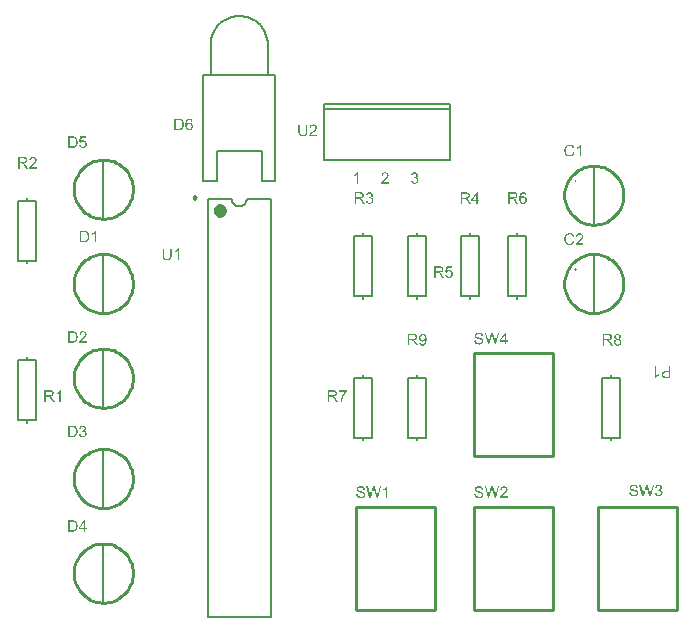
<source format=gto>
G04 Layer_Color=15065295*
%FSLAX25Y25*%
%MOIN*%
G70*
G01*
G75*
%ADD20C,0.01000*%
%ADD21C,0.00500*%
%ADD22C,0.02362*%
%ADD23C,0.00984*%
%ADD24C,0.00787*%
G36*
X259054Y364088D02*
X259093D01*
X259137Y364082D01*
X259243Y364060D01*
X259359Y364032D01*
X259482Y363988D01*
X259604Y363921D01*
X259665Y363883D01*
X259720Y363838D01*
X259726Y363833D01*
X259731Y363827D01*
X259748Y363810D01*
X259765Y363794D01*
X259792Y363766D01*
X259815Y363733D01*
X259875Y363655D01*
X259937Y363555D01*
X259992Y363433D01*
X260042Y363294D01*
X260075Y363139D01*
X259604Y363100D01*
Y363106D01*
X259598Y363111D01*
X259593Y363144D01*
X259576Y363194D01*
X259554Y363255D01*
X259531Y363322D01*
X259498Y363389D01*
X259459Y363450D01*
X259420Y363500D01*
X259409Y363511D01*
X259387Y363533D01*
X259348Y363566D01*
X259293Y363605D01*
X259221Y363638D01*
X259143Y363672D01*
X259049Y363694D01*
X258949Y363705D01*
X258910D01*
X258865Y363699D01*
X258816Y363688D01*
X258749Y363672D01*
X258682Y363650D01*
X258616Y363622D01*
X258549Y363577D01*
X258538Y363572D01*
X258510Y363550D01*
X258471Y363511D01*
X258421Y363455D01*
X258366Y363389D01*
X258305Y363311D01*
X258249Y363211D01*
X258194Y363100D01*
Y363094D01*
X258188Y363083D01*
X258183Y363067D01*
X258172Y363045D01*
X258166Y363011D01*
X258155Y362972D01*
X258144Y362928D01*
X258133Y362873D01*
X258116Y362811D01*
X258105Y362745D01*
X258094Y362673D01*
X258088Y362595D01*
X258077Y362506D01*
X258072Y362417D01*
X258066Y362317D01*
Y362218D01*
X258072Y362223D01*
X258094Y362256D01*
X258133Y362301D01*
X258183Y362356D01*
X258238Y362423D01*
X258310Y362484D01*
X258388Y362545D01*
X258477Y362600D01*
X258483D01*
X258488Y362606D01*
X258521Y362623D01*
X258571Y362639D01*
X258638Y362667D01*
X258716Y362689D01*
X258804Y362706D01*
X258899Y362723D01*
X258999Y362728D01*
X259043D01*
X259076Y362723D01*
X259121Y362717D01*
X259165Y362712D01*
X259221Y362700D01*
X259276Y362684D01*
X259404Y362645D01*
X259470Y362617D01*
X259537Y362578D01*
X259604Y362540D01*
X259676Y362495D01*
X259742Y362440D01*
X259803Y362379D01*
X259809Y362373D01*
X259820Y362362D01*
X259837Y362345D01*
X259853Y362317D01*
X259881Y362279D01*
X259909Y362240D01*
X259937Y362190D01*
X259970Y362134D01*
X260003Y362073D01*
X260031Y362007D01*
X260059Y361929D01*
X260086Y361851D01*
X260103Y361768D01*
X260120Y361674D01*
X260131Y361579D01*
X260136Y361479D01*
Y361474D01*
Y361463D01*
Y361446D01*
Y361418D01*
X260131Y361385D01*
Y361352D01*
X260114Y361263D01*
X260098Y361157D01*
X260070Y361047D01*
X260031Y360924D01*
X259975Y360808D01*
Y360802D01*
X259970Y360797D01*
X259959Y360780D01*
X259948Y360758D01*
X259914Y360702D01*
X259864Y360630D01*
X259803Y360553D01*
X259731Y360475D01*
X259642Y360397D01*
X259548Y360331D01*
X259542D01*
X259537Y360325D01*
X259520Y360314D01*
X259498Y360308D01*
X259443Y360281D01*
X259370Y360253D01*
X259276Y360220D01*
X259171Y360197D01*
X259054Y360175D01*
X258927Y360170D01*
X258899D01*
X258871Y360175D01*
X258827D01*
X258777Y360181D01*
X258721Y360192D01*
X258654Y360209D01*
X258588Y360225D01*
X258510Y360247D01*
X258433Y360275D01*
X258355Y360308D01*
X258272Y360353D01*
X258194Y360403D01*
X258116Y360458D01*
X258038Y360525D01*
X257966Y360602D01*
X257961Y360608D01*
X257950Y360625D01*
X257933Y360647D01*
X257911Y360686D01*
X257877Y360736D01*
X257850Y360791D01*
X257817Y360863D01*
X257783Y360941D01*
X257744Y361035D01*
X257711Y361141D01*
X257683Y361257D01*
X257656Y361385D01*
X257628Y361529D01*
X257611Y361685D01*
X257600Y361851D01*
X257594Y362029D01*
Y362034D01*
Y362040D01*
Y362057D01*
Y362079D01*
X257600Y362134D01*
Y362212D01*
X257606Y362301D01*
X257617Y362406D01*
X257628Y362523D01*
X257644Y362650D01*
X257667Y362778D01*
X257694Y362917D01*
X257728Y363050D01*
X257767Y363183D01*
X257817Y363311D01*
X257872Y363433D01*
X257933Y363550D01*
X258005Y363650D01*
X258011Y363655D01*
X258022Y363666D01*
X258044Y363688D01*
X258072Y363722D01*
X258105Y363755D01*
X258150Y363788D01*
X258205Y363833D01*
X258260Y363872D01*
X258327Y363910D01*
X258399Y363955D01*
X258483Y363988D01*
X258566Y364027D01*
X258660Y364055D01*
X258760Y364077D01*
X258865Y364088D01*
X258976Y364093D01*
X259021D01*
X259054Y364088D01*
D02*
G37*
G36*
X255513Y364071D02*
X255624Y364066D01*
X255735Y364055D01*
X255846Y364038D01*
X255941Y364021D01*
X255946D01*
X255957Y364016D01*
X255974D01*
X255996Y364005D01*
X256057Y363988D01*
X256135Y363960D01*
X256224Y363921D01*
X256318Y363872D01*
X256412Y363816D01*
X256501Y363744D01*
X256507Y363738D01*
X256512Y363733D01*
X256529Y363716D01*
X256551Y363699D01*
X256607Y363644D01*
X256673Y363566D01*
X256745Y363472D01*
X256823Y363361D01*
X256895Y363233D01*
X256956Y363089D01*
Y363083D01*
X256962Y363072D01*
X256973Y363050D01*
X256978Y363017D01*
X256995Y362978D01*
X257006Y362933D01*
X257017Y362884D01*
X257034Y362823D01*
X257051Y362761D01*
X257062Y362689D01*
X257089Y362534D01*
X257106Y362362D01*
X257112Y362173D01*
Y362168D01*
Y362157D01*
Y362129D01*
Y362101D01*
X257106Y362062D01*
Y362018D01*
X257101Y361912D01*
X257084Y361790D01*
X257067Y361663D01*
X257039Y361529D01*
X257006Y361396D01*
Y361391D01*
X257001Y361380D01*
X256995Y361363D01*
X256990Y361341D01*
X256967Y361280D01*
X256934Y361202D01*
X256901Y361113D01*
X256856Y361024D01*
X256801Y360930D01*
X256745Y360841D01*
X256740Y360830D01*
X256718Y360802D01*
X256684Y360764D01*
X256640Y360714D01*
X256590Y360658D01*
X256529Y360602D01*
X256468Y360542D01*
X256396Y360491D01*
X256385Y360486D01*
X256362Y360469D01*
X256324Y360447D01*
X256268Y360419D01*
X256201Y360386D01*
X256124Y360358D01*
X256035Y360325D01*
X255935Y360297D01*
X255924D01*
X255907Y360292D01*
X255891Y360286D01*
X255835Y360281D01*
X255757Y360269D01*
X255669Y360258D01*
X255563Y360247D01*
X255447Y360242D01*
X255319Y360236D01*
X253937D01*
Y364077D01*
X255413D01*
X255513Y364071D01*
D02*
G37*
G36*
X216080Y269685D02*
X215608D01*
Y272688D01*
X215603Y272682D01*
X215575Y272660D01*
X215542Y272626D01*
X215486Y272588D01*
X215425Y272538D01*
X215347Y272482D01*
X215259Y272421D01*
X215159Y272360D01*
X215153D01*
X215148Y272355D01*
X215114Y272332D01*
X215059Y272305D01*
X214992Y272271D01*
X214914Y272233D01*
X214831Y272194D01*
X214748Y272155D01*
X214665Y272122D01*
Y272577D01*
X214670D01*
X214681Y272588D01*
X214704Y272593D01*
X214731Y272610D01*
X214765Y272626D01*
X214804Y272649D01*
X214898Y272704D01*
X215009Y272765D01*
X215120Y272843D01*
X215236Y272932D01*
X215353Y273026D01*
X215358Y273032D01*
X215364Y273037D01*
X215381Y273054D01*
X215403Y273071D01*
X215453Y273126D01*
X215519Y273193D01*
X215586Y273270D01*
X215658Y273359D01*
X215719Y273448D01*
X215775Y273542D01*
X216080D01*
Y269685D01*
D02*
G37*
G36*
X212456Y273520D02*
X212506D01*
X212622Y273515D01*
X212744Y273498D01*
X212878Y273481D01*
X213000Y273453D01*
X213061Y273437D01*
X213111Y273420D01*
X213116D01*
X213122Y273415D01*
X213155Y273398D01*
X213205Y273376D01*
X213266Y273337D01*
X213333Y273287D01*
X213405Y273220D01*
X213472Y273143D01*
X213538Y273054D01*
Y273048D01*
X213544Y273043D01*
X213566Y273009D01*
X213588Y272954D01*
X213621Y272882D01*
X213649Y272799D01*
X213677Y272699D01*
X213693Y272593D01*
X213699Y272477D01*
Y272471D01*
Y272460D01*
Y272438D01*
X213693Y272410D01*
Y272371D01*
X213688Y272332D01*
X213666Y272238D01*
X213632Y272127D01*
X213588Y272010D01*
X213522Y271894D01*
X213477Y271838D01*
X213433Y271783D01*
X213427Y271777D01*
X213422Y271772D01*
X213405Y271755D01*
X213383Y271739D01*
X213355Y271716D01*
X213322Y271694D01*
X213277Y271666D01*
X213233Y271633D01*
X213177Y271605D01*
X213116Y271578D01*
X213050Y271544D01*
X212978Y271516D01*
X212894Y271494D01*
X212811Y271467D01*
X212717Y271450D01*
X212617Y271433D01*
X212628Y271428D01*
X212650Y271417D01*
X212683Y271394D01*
X212728Y271372D01*
X212828Y271311D01*
X212878Y271272D01*
X212922Y271239D01*
X212933Y271228D01*
X212961Y271200D01*
X213005Y271156D01*
X213061Y271100D01*
X213122Y271023D01*
X213194Y270939D01*
X213266Y270839D01*
X213344Y270728D01*
X214004Y269685D01*
X213372D01*
X212867Y270484D01*
Y270490D01*
X212856Y270501D01*
X212844Y270517D01*
X212828Y270540D01*
X212789Y270601D01*
X212739Y270678D01*
X212678Y270762D01*
X212617Y270850D01*
X212556Y270934D01*
X212500Y271011D01*
X212495Y271017D01*
X212478Y271039D01*
X212450Y271073D01*
X212411Y271111D01*
X212328Y271195D01*
X212284Y271234D01*
X212239Y271267D01*
X212234Y271272D01*
X212223Y271278D01*
X212201Y271289D01*
X212167Y271306D01*
X212134Y271322D01*
X212095Y271339D01*
X212006Y271367D01*
X212001D01*
X211990Y271372D01*
X211967D01*
X211940Y271378D01*
X211901Y271383D01*
X211857D01*
X211795Y271389D01*
X211140D01*
Y269685D01*
X210630D01*
Y273526D01*
X212411D01*
X212456Y273520D01*
D02*
G37*
G36*
X224165Y227732D02*
X224687D01*
Y227299D01*
X224165D01*
Y226378D01*
X223693D01*
Y227299D01*
X222023D01*
Y227732D01*
X223782Y230219D01*
X224165D01*
Y227732D01*
D02*
G37*
G36*
X220080Y230213D02*
X220191Y230207D01*
X220302Y230196D01*
X220413Y230180D01*
X220508Y230163D01*
X220513D01*
X220524Y230157D01*
X220541D01*
X220563Y230146D01*
X220624Y230130D01*
X220702Y230102D01*
X220791Y230063D01*
X220885Y230013D01*
X220979Y229958D01*
X221068Y229886D01*
X221074Y229880D01*
X221079Y229874D01*
X221096Y229858D01*
X221118Y229841D01*
X221174Y229786D01*
X221240Y229708D01*
X221312Y229614D01*
X221390Y229503D01*
X221462Y229375D01*
X221523Y229231D01*
Y229225D01*
X221529Y229214D01*
X221540Y229192D01*
X221545Y229158D01*
X221562Y229120D01*
X221573Y229075D01*
X221584Y229025D01*
X221601Y228964D01*
X221618Y228903D01*
X221629Y228831D01*
X221656Y228676D01*
X221673Y228504D01*
X221678Y228315D01*
Y228309D01*
Y228298D01*
Y228271D01*
Y228243D01*
X221673Y228204D01*
Y228159D01*
X221667Y228054D01*
X221651Y227932D01*
X221634Y227804D01*
X221606Y227671D01*
X221573Y227538D01*
Y227532D01*
X221568Y227521D01*
X221562Y227505D01*
X221556Y227482D01*
X221534Y227421D01*
X221501Y227344D01*
X221468Y227255D01*
X221423Y227166D01*
X221368Y227072D01*
X221312Y226983D01*
X221307Y226972D01*
X221285Y226944D01*
X221251Y226905D01*
X221207Y226855D01*
X221157Y226800D01*
X221096Y226744D01*
X221035Y226683D01*
X220963Y226633D01*
X220952Y226628D01*
X220929Y226611D01*
X220890Y226589D01*
X220835Y226561D01*
X220768Y226528D01*
X220691Y226500D01*
X220602Y226467D01*
X220502Y226439D01*
X220491D01*
X220474Y226433D01*
X220458Y226428D01*
X220402Y226422D01*
X220324Y226411D01*
X220235Y226400D01*
X220130Y226389D01*
X220013Y226383D01*
X219886Y226378D01*
X218504D01*
Y230219D01*
X219980D01*
X220080Y230213D01*
D02*
G37*
G36*
X224548Y357672D02*
X223010D01*
X222805Y356634D01*
X222811Y356640D01*
X222822Y356645D01*
X222838Y356656D01*
X222866Y356673D01*
X222900Y356690D01*
X222938Y356712D01*
X223027Y356756D01*
X223138Y356801D01*
X223260Y356839D01*
X223394Y356867D01*
X223460Y356878D01*
X223582D01*
X223616Y356873D01*
X223660Y356867D01*
X223710Y356861D01*
X223765Y356850D01*
X223826Y356834D01*
X223960Y356795D01*
X224032Y356767D01*
X224104Y356728D01*
X224176Y356690D01*
X224248Y356645D01*
X224315Y356590D01*
X224381Y356528D01*
X224387Y356523D01*
X224398Y356512D01*
X224415Y356495D01*
X224437Y356468D01*
X224465Y356429D01*
X224492Y356390D01*
X224526Y356340D01*
X224559Y356284D01*
X224587Y356223D01*
X224620Y356157D01*
X224648Y356079D01*
X224675Y356001D01*
X224698Y355918D01*
X224714Y355824D01*
X224726Y355729D01*
X224731Y355629D01*
Y355624D01*
Y355607D01*
Y355579D01*
X224726Y355541D01*
X224720Y355496D01*
X224714Y355446D01*
X224703Y355385D01*
X224692Y355324D01*
X224659Y355180D01*
X224603Y355030D01*
X224570Y354952D01*
X224526Y354880D01*
X224481Y354802D01*
X224426Y354730D01*
X224420Y354725D01*
X224409Y354708D01*
X224387Y354686D01*
X224359Y354658D01*
X224320Y354625D01*
X224276Y354580D01*
X224220Y354542D01*
X224159Y354497D01*
X224093Y354453D01*
X224015Y354414D01*
X223932Y354375D01*
X223843Y354336D01*
X223749Y354309D01*
X223643Y354286D01*
X223532Y354270D01*
X223416Y354264D01*
X223366D01*
X223327Y354270D01*
X223283Y354275D01*
X223233Y354281D01*
X223171Y354286D01*
X223110Y354303D01*
X222972Y354336D01*
X222833Y354386D01*
X222761Y354419D01*
X222689Y354458D01*
X222622Y354503D01*
X222555Y354553D01*
X222550Y354558D01*
X222539Y354564D01*
X222528Y354586D01*
X222505Y354608D01*
X222478Y354636D01*
X222450Y354669D01*
X222417Y354714D01*
X222389Y354764D01*
X222356Y354814D01*
X222322Y354875D01*
X222261Y355008D01*
X222211Y355163D01*
X222195Y355246D01*
X222184Y355335D01*
X222677Y355374D01*
Y355369D01*
Y355358D01*
X222683Y355341D01*
X222689Y355313D01*
X222705Y355252D01*
X222727Y355169D01*
X222761Y355085D01*
X222805Y354991D01*
X222861Y354908D01*
X222927Y354830D01*
X222938Y354825D01*
X222961Y354802D01*
X223005Y354775D01*
X223066Y354741D01*
X223133Y354708D01*
X223216Y354680D01*
X223310Y354658D01*
X223416Y354653D01*
X223449D01*
X223471Y354658D01*
X223538Y354664D01*
X223616Y354686D01*
X223710Y354714D01*
X223804Y354758D01*
X223904Y354825D01*
X223949Y354864D01*
X223993Y354908D01*
X223998Y354913D01*
X224004Y354919D01*
X224015Y354936D01*
X224032Y354952D01*
X224071Y355013D01*
X224115Y355091D01*
X224154Y355185D01*
X224193Y355302D01*
X224220Y355441D01*
X224232Y355513D01*
Y355591D01*
Y355596D01*
Y355607D01*
Y355629D01*
X224226Y355657D01*
Y355691D01*
X224220Y355729D01*
X224204Y355818D01*
X224176Y355924D01*
X224137Y356029D01*
X224082Y356129D01*
X224004Y356223D01*
Y356229D01*
X223993Y356234D01*
X223965Y356262D01*
X223915Y356301D01*
X223849Y356345D01*
X223760Y356384D01*
X223660Y356423D01*
X223543Y356451D01*
X223477Y356462D01*
X223371D01*
X223327Y356456D01*
X223271Y356451D01*
X223205Y356434D01*
X223138Y356417D01*
X223066Y356390D01*
X222994Y356357D01*
X222988Y356351D01*
X222966Y356340D01*
X222933Y356312D01*
X222888Y356284D01*
X222844Y356245D01*
X222800Y356195D01*
X222750Y356146D01*
X222711Y356084D01*
X222267Y356146D01*
X222639Y358121D01*
X224548D01*
Y357672D01*
D02*
G37*
G36*
X220080Y358166D02*
X220191Y358160D01*
X220302Y358149D01*
X220413Y358133D01*
X220508Y358116D01*
X220513D01*
X220524Y358110D01*
X220541D01*
X220563Y358099D01*
X220624Y358083D01*
X220702Y358055D01*
X220791Y358016D01*
X220885Y357966D01*
X220979Y357910D01*
X221068Y357838D01*
X221074Y357833D01*
X221079Y357827D01*
X221096Y357811D01*
X221118Y357794D01*
X221174Y357738D01*
X221240Y357661D01*
X221312Y357566D01*
X221390Y357455D01*
X221462Y357328D01*
X221523Y357183D01*
Y357178D01*
X221529Y357167D01*
X221540Y357145D01*
X221545Y357111D01*
X221562Y357072D01*
X221573Y357028D01*
X221584Y356978D01*
X221601Y356917D01*
X221618Y356856D01*
X221629Y356784D01*
X221656Y356628D01*
X221673Y356456D01*
X221678Y356268D01*
Y356262D01*
Y356251D01*
Y356223D01*
Y356195D01*
X221673Y356157D01*
Y356112D01*
X221667Y356007D01*
X221651Y355885D01*
X221634Y355757D01*
X221606Y355624D01*
X221573Y355491D01*
Y355485D01*
X221568Y355474D01*
X221562Y355457D01*
X221556Y355435D01*
X221534Y355374D01*
X221501Y355296D01*
X221468Y355208D01*
X221423Y355119D01*
X221368Y355025D01*
X221312Y354936D01*
X221307Y354925D01*
X221285Y354897D01*
X221251Y354858D01*
X221207Y354808D01*
X221157Y354752D01*
X221096Y354697D01*
X221035Y354636D01*
X220963Y354586D01*
X220952Y354580D01*
X220929Y354564D01*
X220890Y354542D01*
X220835Y354514D01*
X220768Y354481D01*
X220691Y354453D01*
X220602Y354419D01*
X220502Y354392D01*
X220491D01*
X220474Y354386D01*
X220458Y354381D01*
X220402Y354375D01*
X220324Y354364D01*
X220235Y354353D01*
X220130Y354342D01*
X220013Y354336D01*
X219886Y354331D01*
X218504D01*
Y358171D01*
X219980D01*
X220080Y358166D01*
D02*
G37*
G36*
X355093Y336986D02*
X355615D01*
Y336553D01*
X355093D01*
Y335631D01*
X354622D01*
Y336553D01*
X352951D01*
Y336986D01*
X354710Y339472D01*
X355093D01*
Y336986D01*
D02*
G37*
G36*
X351264Y339467D02*
X351314D01*
X351430Y339461D01*
X351552Y339444D01*
X351686Y339428D01*
X351808Y339400D01*
X351869Y339383D01*
X351919Y339367D01*
X351924D01*
X351930Y339361D01*
X351963Y339345D01*
X352013Y339322D01*
X352074Y339283D01*
X352141Y339233D01*
X352213Y339167D01*
X352279Y339089D01*
X352346Y339000D01*
Y338995D01*
X352351Y338989D01*
X352374Y338956D01*
X352396Y338900D01*
X352429Y338828D01*
X352457Y338745D01*
X352485Y338645D01*
X352501Y338540D01*
X352507Y338423D01*
Y338418D01*
Y338406D01*
Y338384D01*
X352501Y338357D01*
Y338318D01*
X352496Y338279D01*
X352474Y338184D01*
X352440Y338073D01*
X352396Y337957D01*
X352329Y337840D01*
X352285Y337785D01*
X352240Y337729D01*
X352235Y337724D01*
X352229Y337718D01*
X352213Y337702D01*
X352191Y337685D01*
X352163Y337663D01*
X352130Y337641D01*
X352085Y337613D01*
X352041Y337580D01*
X351985Y337552D01*
X351924Y337524D01*
X351858Y337491D01*
X351785Y337463D01*
X351702Y337441D01*
X351619Y337413D01*
X351525Y337396D01*
X351425Y337380D01*
X351436Y337374D01*
X351458Y337363D01*
X351491Y337341D01*
X351536Y337319D01*
X351636Y337258D01*
X351686Y337219D01*
X351730Y337186D01*
X351741Y337174D01*
X351769Y337147D01*
X351813Y337102D01*
X351869Y337047D01*
X351930Y336969D01*
X352002Y336886D01*
X352074Y336786D01*
X352152Y336675D01*
X352812Y335631D01*
X352180D01*
X351674Y336431D01*
Y336436D01*
X351663Y336447D01*
X351652Y336464D01*
X351636Y336486D01*
X351597Y336547D01*
X351547Y336625D01*
X351486Y336708D01*
X351425Y336797D01*
X351364Y336880D01*
X351308Y336958D01*
X351303Y336964D01*
X351286Y336986D01*
X351258Y337019D01*
X351219Y337058D01*
X351136Y337141D01*
X351092Y337180D01*
X351047Y337213D01*
X351042Y337219D01*
X351031Y337224D01*
X351008Y337235D01*
X350975Y337252D01*
X350942Y337269D01*
X350903Y337285D01*
X350814Y337313D01*
X350809D01*
X350798Y337319D01*
X350775D01*
X350748Y337324D01*
X350709Y337330D01*
X350664D01*
X350603Y337335D01*
X349948D01*
Y335631D01*
X349438D01*
Y339472D01*
X351219D01*
X351264Y339467D01*
D02*
G37*
G36*
X346590Y314365D02*
X345052D01*
X344847Y313327D01*
X344852Y313332D01*
X344864Y313338D01*
X344880Y313349D01*
X344908Y313366D01*
X344941Y313382D01*
X344980Y313405D01*
X345069Y313449D01*
X345180Y313493D01*
X345302Y313532D01*
X345435Y313560D01*
X345502Y313571D01*
X345624D01*
X345657Y313565D01*
X345702Y313560D01*
X345752Y313554D01*
X345807Y313543D01*
X345868Y313527D01*
X346001Y313488D01*
X346073Y313460D01*
X346146Y313421D01*
X346218Y313382D01*
X346290Y313338D01*
X346357Y313282D01*
X346423Y313221D01*
X346429Y313216D01*
X346440Y313205D01*
X346456Y313188D01*
X346479Y313160D01*
X346506Y313122D01*
X346534Y313083D01*
X346567Y313033D01*
X346601Y312977D01*
X346628Y312916D01*
X346662Y312850D01*
X346690Y312772D01*
X346717Y312694D01*
X346739Y312611D01*
X346756Y312517D01*
X346767Y312422D01*
X346773Y312322D01*
Y312317D01*
Y312300D01*
Y312272D01*
X346767Y312233D01*
X346762Y312189D01*
X346756Y312139D01*
X346745Y312078D01*
X346734Y312017D01*
X346701Y311873D01*
X346645Y311723D01*
X346612Y311645D01*
X346567Y311573D01*
X346523Y311495D01*
X346467Y311423D01*
X346462Y311418D01*
X346451Y311401D01*
X346429Y311379D01*
X346401Y311351D01*
X346362Y311318D01*
X346318Y311273D01*
X346262Y311234D01*
X346201Y311190D01*
X346134Y311146D01*
X346057Y311107D01*
X345973Y311068D01*
X345885Y311029D01*
X345790Y311001D01*
X345685Y310979D01*
X345574Y310963D01*
X345457Y310957D01*
X345407D01*
X345369Y310963D01*
X345324Y310968D01*
X345274Y310974D01*
X345213Y310979D01*
X345152Y310996D01*
X345013Y311029D01*
X344875Y311079D01*
X344802Y311112D01*
X344730Y311151D01*
X344664Y311196D01*
X344597Y311246D01*
X344592Y311251D01*
X344581Y311257D01*
X344569Y311279D01*
X344547Y311301D01*
X344519Y311329D01*
X344492Y311362D01*
X344458Y311407D01*
X344431Y311456D01*
X344397Y311507D01*
X344364Y311567D01*
X344303Y311701D01*
X344253Y311856D01*
X344236Y311939D01*
X344225Y312028D01*
X344719Y312067D01*
Y312062D01*
Y312050D01*
X344725Y312034D01*
X344730Y312006D01*
X344747Y311945D01*
X344769Y311862D01*
X344802Y311778D01*
X344847Y311684D01*
X344902Y311601D01*
X344969Y311523D01*
X344980Y311518D01*
X345002Y311495D01*
X345047Y311468D01*
X345108Y311434D01*
X345174Y311401D01*
X345258Y311373D01*
X345352Y311351D01*
X345457Y311346D01*
X345491D01*
X345513Y311351D01*
X345580Y311357D01*
X345657Y311379D01*
X345752Y311407D01*
X345846Y311451D01*
X345946Y311518D01*
X345990Y311556D01*
X346035Y311601D01*
X346040Y311606D01*
X346046Y311612D01*
X346057Y311629D01*
X346073Y311645D01*
X346112Y311706D01*
X346157Y311784D01*
X346196Y311878D01*
X346234Y311995D01*
X346262Y312134D01*
X346273Y312206D01*
Y312283D01*
Y312289D01*
Y312300D01*
Y312322D01*
X346268Y312350D01*
Y312383D01*
X346262Y312422D01*
X346246Y312511D01*
X346218Y312616D01*
X346179Y312722D01*
X346123Y312822D01*
X346046Y312916D01*
Y312922D01*
X346035Y312927D01*
X346007Y312955D01*
X345957Y312994D01*
X345890Y313038D01*
X345801Y313077D01*
X345702Y313116D01*
X345585Y313144D01*
X345518Y313155D01*
X345413D01*
X345369Y313149D01*
X345313Y313144D01*
X345247Y313127D01*
X345180Y313110D01*
X345108Y313083D01*
X345036Y313049D01*
X345030Y313044D01*
X345008Y313033D01*
X344974Y313005D01*
X344930Y312977D01*
X344886Y312938D01*
X344841Y312888D01*
X344791Y312839D01*
X344753Y312777D01*
X344308Y312839D01*
X344680Y314814D01*
X346590D01*
Y314365D01*
D02*
G37*
G36*
X342377Y314859D02*
X342427D01*
X342544Y314853D01*
X342666Y314837D01*
X342799Y314820D01*
X342921Y314792D01*
X342982Y314775D01*
X343032Y314759D01*
X343038D01*
X343043Y314753D01*
X343076Y314737D01*
X343126Y314714D01*
X343187Y314675D01*
X343254Y314626D01*
X343326Y314559D01*
X343393Y314481D01*
X343459Y314392D01*
Y314387D01*
X343465Y314381D01*
X343487Y314348D01*
X343509Y314293D01*
X343543Y314220D01*
X343570Y314137D01*
X343598Y314037D01*
X343615Y313932D01*
X343620Y313815D01*
Y313810D01*
Y313799D01*
Y313776D01*
X343615Y313749D01*
Y313710D01*
X343609Y313671D01*
X343587Y313577D01*
X343554Y313466D01*
X343509Y313349D01*
X343443Y313232D01*
X343398Y313177D01*
X343354Y313122D01*
X343348Y313116D01*
X343343Y313110D01*
X343326Y313094D01*
X343304Y313077D01*
X343276Y313055D01*
X343243Y313033D01*
X343198Y313005D01*
X343154Y312972D01*
X343099Y312944D01*
X343038Y312916D01*
X342971Y312883D01*
X342899Y312855D01*
X342816Y312833D01*
X342732Y312805D01*
X342638Y312789D01*
X342538Y312772D01*
X342549Y312766D01*
X342571Y312755D01*
X342605Y312733D01*
X342649Y312711D01*
X342749Y312650D01*
X342799Y312611D01*
X342843Y312578D01*
X342854Y312566D01*
X342882Y312539D01*
X342927Y312494D01*
X342982Y312439D01*
X343043Y312361D01*
X343115Y312278D01*
X343187Y312178D01*
X343265Y312067D01*
X343926Y311024D01*
X343293D01*
X342788Y311823D01*
Y311828D01*
X342777Y311840D01*
X342766Y311856D01*
X342749Y311878D01*
X342710Y311939D01*
X342660Y312017D01*
X342599Y312100D01*
X342538Y312189D01*
X342477Y312272D01*
X342422Y312350D01*
X342416Y312356D01*
X342399Y312378D01*
X342372Y312411D01*
X342333Y312450D01*
X342249Y312533D01*
X342205Y312572D01*
X342161Y312605D01*
X342155Y312611D01*
X342144Y312616D01*
X342122Y312628D01*
X342089Y312644D01*
X342055Y312661D01*
X342016Y312678D01*
X341928Y312705D01*
X341922D01*
X341911Y312711D01*
X341889D01*
X341861Y312716D01*
X341822Y312722D01*
X341778D01*
X341717Y312727D01*
X341062D01*
Y311024D01*
X340551D01*
Y314864D01*
X342333D01*
X342377Y314859D01*
D02*
G37*
G36*
X206914Y351273D02*
X206958Y351268D01*
X207014Y351262D01*
X207075Y351251D01*
X207136Y351240D01*
X207280Y351201D01*
X207424Y351146D01*
X207497Y351112D01*
X207569Y351074D01*
X207635Y351024D01*
X207696Y350968D01*
X207702Y350963D01*
X207713Y350957D01*
X207724Y350935D01*
X207746Y350913D01*
X207774Y350885D01*
X207802Y350846D01*
X207830Y350807D01*
X207863Y350757D01*
X207918Y350652D01*
X207974Y350519D01*
X207996Y350452D01*
X208007Y350374D01*
X208018Y350296D01*
X208024Y350213D01*
Y350202D01*
Y350174D01*
X208018Y350130D01*
X208013Y350069D01*
X208002Y350002D01*
X207979Y349925D01*
X207957Y349841D01*
X207924Y349758D01*
X207918Y349747D01*
X207907Y349719D01*
X207885Y349675D01*
X207852Y349614D01*
X207807Y349547D01*
X207752Y349464D01*
X207685Y349381D01*
X207608Y349287D01*
X207596Y349275D01*
X207569Y349242D01*
X207541Y349214D01*
X207513Y349186D01*
X207480Y349153D01*
X207435Y349109D01*
X207391Y349064D01*
X207336Y349014D01*
X207280Y348959D01*
X207213Y348898D01*
X207141Y348837D01*
X207064Y348765D01*
X206975Y348693D01*
X206886Y348615D01*
X206880Y348609D01*
X206869Y348598D01*
X206847Y348582D01*
X206820Y348559D01*
X206786Y348526D01*
X206747Y348493D01*
X206659Y348421D01*
X206564Y348337D01*
X206475Y348254D01*
X206398Y348182D01*
X206364Y348154D01*
X206337Y348127D01*
X206331Y348121D01*
X206314Y348104D01*
X206292Y348082D01*
X206264Y348049D01*
X206237Y348010D01*
X206203Y347971D01*
X206137Y347877D01*
X208029D01*
Y347422D01*
X205482D01*
Y347427D01*
Y347449D01*
Y347483D01*
X205487Y347527D01*
X205493Y347577D01*
X205504Y347633D01*
X205515Y347688D01*
X205537Y347749D01*
Y347755D01*
X205543Y347760D01*
X205554Y347794D01*
X205576Y347843D01*
X205610Y347910D01*
X205654Y347988D01*
X205710Y348077D01*
X205770Y348165D01*
X205848Y348260D01*
Y348265D01*
X205859Y348271D01*
X205887Y348304D01*
X205937Y348354D01*
X206009Y348426D01*
X206092Y348510D01*
X206198Y348609D01*
X206326Y348720D01*
X206464Y348837D01*
X206470Y348843D01*
X206492Y348859D01*
X206525Y348887D01*
X206564Y348920D01*
X206614Y348965D01*
X206675Y349014D01*
X206736Y349070D01*
X206808Y349131D01*
X206947Y349264D01*
X207086Y349397D01*
X207153Y349464D01*
X207213Y349531D01*
X207269Y349592D01*
X207313Y349653D01*
Y349658D01*
X207325Y349664D01*
X207336Y349680D01*
X207347Y349703D01*
X207386Y349764D01*
X207430Y349836D01*
X207469Y349925D01*
X207508Y350019D01*
X207530Y350125D01*
X207541Y350224D01*
Y350230D01*
Y350236D01*
X207535Y350269D01*
X207530Y350324D01*
X207513Y350385D01*
X207491Y350463D01*
X207452Y350541D01*
X207402Y350618D01*
X207336Y350696D01*
X207325Y350707D01*
X207297Y350729D01*
X207258Y350757D01*
X207197Y350796D01*
X207119Y350829D01*
X207030Y350863D01*
X206925Y350885D01*
X206808Y350890D01*
X206775D01*
X206753Y350885D01*
X206686Y350879D01*
X206609Y350863D01*
X206525Y350840D01*
X206431Y350802D01*
X206342Y350752D01*
X206259Y350685D01*
X206248Y350674D01*
X206226Y350646D01*
X206192Y350602D01*
X206159Y350535D01*
X206120Y350458D01*
X206087Y350358D01*
X206065Y350247D01*
X206054Y350119D01*
X205571Y350169D01*
Y350174D01*
X205576Y350191D01*
Y350219D01*
X205582Y350258D01*
X205593Y350302D01*
X205604Y350352D01*
X205621Y350413D01*
X205637Y350474D01*
X205682Y350607D01*
X205748Y350741D01*
X205787Y350807D01*
X205837Y350874D01*
X205887Y350935D01*
X205943Y350990D01*
X205948Y350996D01*
X205959Y351001D01*
X205976Y351018D01*
X206004Y351035D01*
X206037Y351057D01*
X206076Y351079D01*
X206120Y351107D01*
X206176Y351135D01*
X206237Y351162D01*
X206303Y351190D01*
X206376Y351212D01*
X206453Y351235D01*
X206536Y351251D01*
X206625Y351268D01*
X206720Y351273D01*
X206820Y351279D01*
X206875D01*
X206914Y351273D01*
D02*
G37*
G36*
X203700Y351257D02*
X203750D01*
X203867Y351251D01*
X203989Y351235D01*
X204122Y351218D01*
X204244Y351190D01*
X204305Y351173D01*
X204355Y351157D01*
X204361D01*
X204366Y351151D01*
X204400Y351135D01*
X204450Y351112D01*
X204511Y351074D01*
X204577Y351024D01*
X204649Y350957D01*
X204716Y350879D01*
X204783Y350791D01*
Y350785D01*
X204788Y350779D01*
X204810Y350746D01*
X204833Y350691D01*
X204866Y350618D01*
X204894Y350535D01*
X204921Y350435D01*
X204938Y350330D01*
X204944Y350213D01*
Y350208D01*
Y350197D01*
Y350174D01*
X204938Y350147D01*
Y350108D01*
X204932Y350069D01*
X204910Y349975D01*
X204877Y349864D01*
X204833Y349747D01*
X204766Y349630D01*
X204722Y349575D01*
X204677Y349519D01*
X204672Y349514D01*
X204666Y349508D01*
X204649Y349492D01*
X204627Y349475D01*
X204599Y349453D01*
X204566Y349431D01*
X204522Y349403D01*
X204477Y349370D01*
X204422Y349342D01*
X204361Y349314D01*
X204294Y349281D01*
X204222Y349253D01*
X204139Y349231D01*
X204056Y349203D01*
X203961Y349186D01*
X203861Y349170D01*
X203872Y349164D01*
X203895Y349153D01*
X203928Y349131D01*
X203972Y349109D01*
X204072Y349048D01*
X204122Y349009D01*
X204167Y348976D01*
X204178Y348965D01*
X204205Y348937D01*
X204250Y348892D01*
X204305Y348837D01*
X204366Y348759D01*
X204438Y348676D01*
X204511Y348576D01*
X204588Y348465D01*
X205249Y347422D01*
X204616D01*
X204111Y348221D01*
Y348226D01*
X204100Y348237D01*
X204089Y348254D01*
X204072Y348276D01*
X204033Y348337D01*
X203983Y348415D01*
X203922Y348498D01*
X203861Y348587D01*
X203800Y348670D01*
X203745Y348748D01*
X203739Y348754D01*
X203723Y348776D01*
X203695Y348809D01*
X203656Y348848D01*
X203573Y348931D01*
X203528Y348970D01*
X203484Y349003D01*
X203478Y349009D01*
X203467Y349014D01*
X203445Y349026D01*
X203412Y349042D01*
X203379Y349059D01*
X203340Y349076D01*
X203251Y349103D01*
X203245D01*
X203234Y349109D01*
X203212D01*
X203184Y349114D01*
X203145Y349120D01*
X203101D01*
X203040Y349126D01*
X202385D01*
Y347422D01*
X201874D01*
Y351262D01*
X203656D01*
X203700Y351257D01*
D02*
G37*
G36*
X319074Y339562D02*
X319146Y339551D01*
X319235Y339535D01*
X319335Y339507D01*
X319435Y339474D01*
X319535Y339429D01*
X319540D01*
X319546Y339424D01*
X319579Y339407D01*
X319629Y339374D01*
X319685Y339335D01*
X319751Y339279D01*
X319818Y339218D01*
X319884Y339146D01*
X319940Y339063D01*
X319946Y339052D01*
X319962Y339024D01*
X319984Y338974D01*
X320012Y338913D01*
X320040Y338841D01*
X320062Y338758D01*
X320079Y338663D01*
X320084Y338569D01*
Y338558D01*
Y338525D01*
X320079Y338480D01*
X320068Y338419D01*
X320051Y338347D01*
X320023Y338269D01*
X319990Y338192D01*
X319946Y338114D01*
X319940Y338103D01*
X319923Y338081D01*
X319890Y338042D01*
X319846Y337997D01*
X319790Y337947D01*
X319724Y337892D01*
X319646Y337842D01*
X319551Y337792D01*
X319557D01*
X319568Y337786D01*
X319585Y337781D01*
X319607Y337775D01*
X319668Y337753D01*
X319746Y337720D01*
X319834Y337675D01*
X319923Y337620D01*
X320006Y337548D01*
X320084Y337464D01*
X320090Y337453D01*
X320112Y337420D01*
X320145Y337365D01*
X320179Y337292D01*
X320212Y337204D01*
X320245Y337098D01*
X320267Y336976D01*
X320273Y336843D01*
Y336837D01*
Y336821D01*
Y336793D01*
X320267Y336760D01*
X320262Y336715D01*
X320251Y336665D01*
X320240Y336610D01*
X320229Y336549D01*
X320184Y336416D01*
X320151Y336343D01*
X320117Y336277D01*
X320073Y336205D01*
X320023Y336132D01*
X319968Y336060D01*
X319901Y335994D01*
X319896Y335988D01*
X319884Y335977D01*
X319862Y335960D01*
X319834Y335938D01*
X319801Y335910D01*
X319757Y335883D01*
X319707Y335849D01*
X319646Y335822D01*
X319585Y335788D01*
X319513Y335755D01*
X319440Y335727D01*
X319357Y335700D01*
X319268Y335677D01*
X319174Y335661D01*
X319080Y335650D01*
X318974Y335644D01*
X318924D01*
X318891Y335650D01*
X318847Y335655D01*
X318797Y335661D01*
X318741Y335672D01*
X318680Y335683D01*
X318547Y335716D01*
X318408Y335772D01*
X318336Y335805D01*
X318269Y335844D01*
X318203Y335894D01*
X318136Y335944D01*
X318131Y335949D01*
X318120Y335960D01*
X318103Y335977D01*
X318086Y335999D01*
X318058Y336027D01*
X318031Y336066D01*
X317997Y336105D01*
X317964Y336155D01*
X317931Y336210D01*
X317898Y336266D01*
X317836Y336399D01*
X317787Y336554D01*
X317770Y336637D01*
X317759Y336726D01*
X318231Y336787D01*
Y336782D01*
X318236Y336771D01*
X318242Y336749D01*
X318247Y336721D01*
X318253Y336687D01*
X318264Y336649D01*
X318292Y336565D01*
X318330Y336465D01*
X318380Y336371D01*
X318436Y336282D01*
X318502Y336205D01*
X318514Y336199D01*
X318536Y336177D01*
X318580Y336149D01*
X318636Y336121D01*
X318702Y336088D01*
X318786Y336060D01*
X318880Y336038D01*
X318980Y336033D01*
X319013D01*
X319035Y336038D01*
X319096Y336044D01*
X319174Y336060D01*
X319263Y336088D01*
X319357Y336127D01*
X319451Y336182D01*
X319540Y336260D01*
X319551Y336271D01*
X319579Y336304D01*
X319613Y336354D01*
X319657Y336421D01*
X319701Y336504D01*
X319735Y336599D01*
X319762Y336710D01*
X319773Y336832D01*
Y336837D01*
Y336848D01*
Y336865D01*
X319768Y336887D01*
X319762Y336948D01*
X319746Y337020D01*
X319724Y337109D01*
X319685Y337198D01*
X319629Y337287D01*
X319557Y337370D01*
X319546Y337381D01*
X319518Y337403D01*
X319474Y337437D01*
X319413Y337475D01*
X319335Y337514D01*
X319241Y337548D01*
X319135Y337570D01*
X319019Y337581D01*
X318969D01*
X318930Y337575D01*
X318880Y337570D01*
X318824Y337559D01*
X318758Y337548D01*
X318686Y337531D01*
X318741Y337947D01*
X318769D01*
X318791Y337942D01*
X318863D01*
X318924Y337953D01*
X318996Y337964D01*
X319080Y337981D01*
X319174Y338008D01*
X319263Y338047D01*
X319357Y338097D01*
X319363D01*
X319368Y338103D01*
X319396Y338125D01*
X319435Y338164D01*
X319479Y338214D01*
X319524Y338286D01*
X319563Y338369D01*
X319590Y338463D01*
X319601Y338519D01*
Y338580D01*
Y338585D01*
Y338591D01*
Y338624D01*
X319590Y338669D01*
X319579Y338730D01*
X319557Y338796D01*
X319529Y338869D01*
X319485Y338941D01*
X319424Y339007D01*
X319418Y339013D01*
X319391Y339035D01*
X319352Y339063D01*
X319302Y339096D01*
X319235Y339124D01*
X319157Y339152D01*
X319069Y339174D01*
X318969Y339179D01*
X318924D01*
X318874Y339168D01*
X318808Y339157D01*
X318736Y339135D01*
X318663Y339107D01*
X318586Y339063D01*
X318514Y339007D01*
X318508Y339002D01*
X318486Y338974D01*
X318453Y338935D01*
X318414Y338880D01*
X318375Y338808D01*
X318336Y338719D01*
X318303Y338613D01*
X318281Y338491D01*
X317809Y338574D01*
Y338580D01*
X317814Y338597D01*
X317820Y338619D01*
X317825Y338652D01*
X317836Y338691D01*
X317853Y338735D01*
X317886Y338841D01*
X317942Y338963D01*
X318008Y339085D01*
X318092Y339202D01*
X318197Y339307D01*
X318203Y339313D01*
X318214Y339318D01*
X318231Y339329D01*
X318253Y339346D01*
X318281Y339368D01*
X318319Y339390D01*
X318358Y339412D01*
X318408Y339440D01*
X318519Y339485D01*
X318647Y339529D01*
X318797Y339557D01*
X318874Y339568D01*
X319013D01*
X319074Y339562D01*
D02*
G37*
G36*
X315905Y339546D02*
X315955D01*
X316072Y339540D01*
X316194Y339524D01*
X316327Y339507D01*
X316449Y339479D01*
X316510Y339462D01*
X316560Y339446D01*
X316565D01*
X316571Y339440D01*
X316604Y339424D01*
X316654Y339401D01*
X316715Y339363D01*
X316782Y339313D01*
X316854Y339246D01*
X316921Y339168D01*
X316987Y339079D01*
Y339074D01*
X316993Y339068D01*
X317015Y339035D01*
X317037Y338980D01*
X317071Y338907D01*
X317098Y338824D01*
X317126Y338724D01*
X317143Y338619D01*
X317148Y338502D01*
Y338497D01*
Y338486D01*
Y338463D01*
X317143Y338436D01*
Y338397D01*
X317137Y338358D01*
X317115Y338264D01*
X317082Y338153D01*
X317037Y338036D01*
X316971Y337919D01*
X316926Y337864D01*
X316882Y337808D01*
X316876Y337803D01*
X316871Y337797D01*
X316854Y337781D01*
X316832Y337764D01*
X316804Y337742D01*
X316771Y337720D01*
X316726Y337692D01*
X316682Y337659D01*
X316627Y337631D01*
X316565Y337603D01*
X316499Y337570D01*
X316427Y337542D01*
X316343Y337520D01*
X316260Y337492D01*
X316166Y337475D01*
X316066Y337459D01*
X316077Y337453D01*
X316099Y337442D01*
X316133Y337420D01*
X316177Y337398D01*
X316277Y337337D01*
X316327Y337298D01*
X316371Y337265D01*
X316382Y337253D01*
X316410Y337226D01*
X316455Y337181D01*
X316510Y337126D01*
X316571Y337048D01*
X316643Y336965D01*
X316715Y336865D01*
X316793Y336754D01*
X317454Y335711D01*
X316821D01*
X316316Y336510D01*
Y336515D01*
X316305Y336526D01*
X316294Y336543D01*
X316277Y336565D01*
X316238Y336626D01*
X316188Y336704D01*
X316127Y336787D01*
X316066Y336876D01*
X316005Y336959D01*
X315950Y337037D01*
X315944Y337043D01*
X315927Y337065D01*
X315899Y337098D01*
X315861Y337137D01*
X315777Y337220D01*
X315733Y337259D01*
X315689Y337292D01*
X315683Y337298D01*
X315672Y337303D01*
X315650Y337315D01*
X315616Y337331D01*
X315583Y337348D01*
X315544Y337365D01*
X315456Y337392D01*
X315450D01*
X315439Y337398D01*
X315417D01*
X315389Y337403D01*
X315350Y337409D01*
X315306D01*
X315245Y337415D01*
X314590D01*
Y335711D01*
X314079D01*
Y339551D01*
X315861D01*
X315905Y339546D01*
D02*
G37*
G36*
X223504Y261726D02*
X223577Y261715D01*
X223665Y261698D01*
X223765Y261670D01*
X223865Y261637D01*
X223965Y261593D01*
X223971D01*
X223976Y261587D01*
X224009Y261570D01*
X224060Y261537D01*
X224115Y261498D01*
X224182Y261443D01*
X224248Y261382D01*
X224315Y261310D01*
X224370Y261226D01*
X224376Y261215D01*
X224393Y261187D01*
X224415Y261137D01*
X224442Y261076D01*
X224470Y261004D01*
X224492Y260921D01*
X224509Y260827D01*
X224515Y260732D01*
Y260721D01*
Y260688D01*
X224509Y260644D01*
X224498Y260582D01*
X224481Y260510D01*
X224453Y260433D01*
X224420Y260355D01*
X224376Y260277D01*
X224370Y260266D01*
X224354Y260244D01*
X224320Y260205D01*
X224276Y260161D01*
X224220Y260111D01*
X224154Y260055D01*
X224076Y260005D01*
X223982Y259955D01*
X223987D01*
X223998Y259950D01*
X224015Y259944D01*
X224037Y259939D01*
X224098Y259916D01*
X224176Y259883D01*
X224265Y259839D01*
X224354Y259783D01*
X224437Y259711D01*
X224515Y259628D01*
X224520Y259617D01*
X224542Y259583D01*
X224576Y259528D01*
X224609Y259456D01*
X224642Y259367D01*
X224675Y259261D01*
X224698Y259139D01*
X224703Y259006D01*
Y259001D01*
Y258984D01*
Y258956D01*
X224698Y258923D01*
X224692Y258879D01*
X224681Y258829D01*
X224670Y258773D01*
X224659Y258712D01*
X224615Y258579D01*
X224581Y258507D01*
X224548Y258440D01*
X224503Y258368D01*
X224453Y258296D01*
X224398Y258224D01*
X224331Y258157D01*
X224326Y258152D01*
X224315Y258140D01*
X224293Y258124D01*
X224265Y258102D01*
X224232Y258074D01*
X224187Y258046D01*
X224137Y258013D01*
X224076Y257985D01*
X224015Y257952D01*
X223943Y257918D01*
X223871Y257891D01*
X223787Y257863D01*
X223699Y257841D01*
X223604Y257824D01*
X223510Y257813D01*
X223405Y257807D01*
X223355D01*
X223321Y257813D01*
X223277Y257819D01*
X223227Y257824D01*
X223171Y257835D01*
X223110Y257846D01*
X222977Y257880D01*
X222838Y257935D01*
X222766Y257968D01*
X222700Y258007D01*
X222633Y258057D01*
X222567Y258107D01*
X222561Y258113D01*
X222550Y258124D01*
X222533Y258140D01*
X222517Y258163D01*
X222489Y258190D01*
X222461Y258229D01*
X222428Y258268D01*
X222394Y258318D01*
X222361Y258373D01*
X222328Y258429D01*
X222267Y258562D01*
X222217Y258718D01*
X222200Y258801D01*
X222189Y258890D01*
X222661Y258951D01*
Y258945D01*
X222666Y258934D01*
X222672Y258912D01*
X222677Y258884D01*
X222683Y258851D01*
X222694Y258812D01*
X222722Y258729D01*
X222761Y258629D01*
X222811Y258535D01*
X222866Y258446D01*
X222933Y258368D01*
X222944Y258362D01*
X222966Y258340D01*
X223010Y258313D01*
X223066Y258285D01*
X223133Y258251D01*
X223216Y258224D01*
X223310Y258202D01*
X223410Y258196D01*
X223443D01*
X223466Y258202D01*
X223527Y258207D01*
X223604Y258224D01*
X223693Y258251D01*
X223787Y258290D01*
X223882Y258346D01*
X223971Y258423D01*
X223982Y258435D01*
X224009Y258468D01*
X224043Y258518D01*
X224087Y258584D01*
X224132Y258668D01*
X224165Y258762D01*
X224193Y258873D01*
X224204Y258995D01*
Y259001D01*
Y259012D01*
Y259028D01*
X224198Y259051D01*
X224193Y259112D01*
X224176Y259184D01*
X224154Y259273D01*
X224115Y259361D01*
X224060Y259450D01*
X223987Y259534D01*
X223976Y259545D01*
X223949Y259567D01*
X223904Y259600D01*
X223843Y259639D01*
X223765Y259678D01*
X223671Y259711D01*
X223566Y259733D01*
X223449Y259744D01*
X223399D01*
X223360Y259739D01*
X223310Y259733D01*
X223255Y259722D01*
X223188Y259711D01*
X223116Y259694D01*
X223171Y260111D01*
X223199D01*
X223221Y260105D01*
X223294D01*
X223355Y260116D01*
X223427Y260127D01*
X223510Y260144D01*
X223604Y260172D01*
X223693Y260211D01*
X223787Y260261D01*
X223793D01*
X223799Y260266D01*
X223826Y260288D01*
X223865Y260327D01*
X223910Y260377D01*
X223954Y260449D01*
X223993Y260532D01*
X224021Y260627D01*
X224032Y260682D01*
Y260743D01*
Y260749D01*
Y260754D01*
Y260788D01*
X224021Y260832D01*
X224009Y260893D01*
X223987Y260960D01*
X223960Y261032D01*
X223915Y261104D01*
X223854Y261171D01*
X223849Y261176D01*
X223821Y261198D01*
X223782Y261226D01*
X223732Y261260D01*
X223665Y261287D01*
X223588Y261315D01*
X223499Y261337D01*
X223399Y261343D01*
X223355D01*
X223305Y261332D01*
X223238Y261321D01*
X223166Y261298D01*
X223094Y261271D01*
X223016Y261226D01*
X222944Y261171D01*
X222938Y261165D01*
X222916Y261137D01*
X222883Y261099D01*
X222844Y261043D01*
X222805Y260971D01*
X222766Y260882D01*
X222733Y260777D01*
X222711Y260655D01*
X222239Y260738D01*
Y260743D01*
X222245Y260760D01*
X222250Y260782D01*
X222256Y260816D01*
X222267Y260854D01*
X222284Y260899D01*
X222317Y261004D01*
X222372Y261126D01*
X222439Y261248D01*
X222522Y261365D01*
X222628Y261470D01*
X222633Y261476D01*
X222644Y261481D01*
X222661Y261493D01*
X222683Y261509D01*
X222711Y261531D01*
X222750Y261554D01*
X222789Y261576D01*
X222838Y261604D01*
X222950Y261648D01*
X223077Y261692D01*
X223227Y261720D01*
X223305Y261731D01*
X223443D01*
X223504Y261726D01*
D02*
G37*
G36*
X414602Y278493D02*
X414607Y278499D01*
X414635Y278521D01*
X414668Y278555D01*
X414724Y278593D01*
X414785Y278643D01*
X414862Y278699D01*
X414951Y278760D01*
X415051Y278821D01*
X415057D01*
X415062Y278826D01*
X415096Y278849D01*
X415151Y278876D01*
X415218Y278910D01*
X415295Y278949D01*
X415379Y278988D01*
X415462Y279026D01*
X415545Y279060D01*
Y278605D01*
X415540D01*
X415528Y278593D01*
X415506Y278588D01*
X415479Y278571D01*
X415445Y278555D01*
X415406Y278532D01*
X415312Y278477D01*
X415201Y278416D01*
X415090Y278338D01*
X414973Y278249D01*
X414857Y278155D01*
X414851Y278149D01*
X414846Y278144D01*
X414829Y278127D01*
X414807Y278111D01*
X414757Y278055D01*
X414690Y277989D01*
X414624Y277911D01*
X414552Y277822D01*
X414491Y277733D01*
X414435Y277639D01*
X414130D01*
Y281496D01*
X414602D01*
Y278493D01*
D02*
G37*
G36*
X315211Y342421D02*
X314747D01*
Y345375D01*
X314742Y345370D01*
X314714Y345348D01*
X314682Y345315D01*
X314627Y345277D01*
X314567Y345228D01*
X314491Y345173D01*
X314403Y345113D01*
X314305Y345053D01*
X314299D01*
X314294Y345047D01*
X314261Y345026D01*
X314207Y344998D01*
X314141Y344966D01*
X314065Y344927D01*
X313983Y344889D01*
X313901Y344851D01*
X313819Y344818D01*
Y345266D01*
X313824D01*
X313835Y345277D01*
X313857Y345282D01*
X313884Y345299D01*
X313917Y345315D01*
X313955Y345337D01*
X314048Y345392D01*
X314157Y345451D01*
X314267Y345528D01*
X314381Y345615D01*
X314496Y345708D01*
X314501Y345714D01*
X314507Y345719D01*
X314523Y345735D01*
X314545Y345752D01*
X314594Y345806D01*
X314660Y345872D01*
X314725Y345948D01*
X314796Y346036D01*
X314856Y346123D01*
X314911Y346216D01*
X315211D01*
Y342421D01*
D02*
G37*
G36*
X389519Y351533D02*
X389048D01*
Y354535D01*
X389042Y354530D01*
X389014Y354507D01*
X388981Y354474D01*
X388925Y354435D01*
X388864Y354385D01*
X388787Y354330D01*
X388698Y354269D01*
X388598Y354208D01*
X388592D01*
X388587Y354202D01*
X388554Y354180D01*
X388498Y354152D01*
X388432Y354119D01*
X388354Y354080D01*
X388270Y354041D01*
X388187Y354002D01*
X388104Y353969D01*
Y354424D01*
X388110D01*
X388121Y354435D01*
X388143Y354441D01*
X388171Y354457D01*
X388204Y354474D01*
X388243Y354496D01*
X388337Y354552D01*
X388448Y354613D01*
X388559Y354691D01*
X388676Y354779D01*
X388792Y354874D01*
X388798Y354879D01*
X388803Y354885D01*
X388820Y354902D01*
X388842Y354918D01*
X388892Y354974D01*
X388959Y355040D01*
X389025Y355118D01*
X389097Y355207D01*
X389159Y355296D01*
X389214Y355390D01*
X389519D01*
Y351533D01*
D02*
G37*
G36*
X419291Y277656D02*
X417715D01*
X417632Y277661D01*
X417537Y277667D01*
X417438Y277672D01*
X417343Y277683D01*
X417260Y277694D01*
X417249D01*
X417210Y277705D01*
X417160Y277716D01*
X417094Y277733D01*
X417021Y277761D01*
X416944Y277794D01*
X416860Y277833D01*
X416788Y277877D01*
X416777Y277883D01*
X416755Y277900D01*
X416722Y277933D01*
X416677Y277972D01*
X416627Y278022D01*
X416577Y278088D01*
X416522Y278161D01*
X416477Y278244D01*
X416472Y278255D01*
X416461Y278283D01*
X416439Y278333D01*
X416416Y278399D01*
X416400Y278477D01*
X416378Y278566D01*
X416366Y278666D01*
X416361Y278771D01*
Y278777D01*
Y278793D01*
Y278815D01*
X416366Y278854D01*
X416372Y278893D01*
X416378Y278943D01*
X416389Y278999D01*
X416400Y279060D01*
X416439Y279187D01*
X416461Y279254D01*
X416494Y279326D01*
X416533Y279398D01*
X416572Y279465D01*
X416622Y279531D01*
X416677Y279598D01*
X416683Y279604D01*
X416694Y279615D01*
X416711Y279631D01*
X416738Y279648D01*
X416772Y279676D01*
X416816Y279703D01*
X416872Y279737D01*
X416933Y279765D01*
X417005Y279798D01*
X417088Y279831D01*
X417177Y279859D01*
X417282Y279881D01*
X417393Y279903D01*
X417515Y279920D01*
X417654Y279931D01*
X417798Y279937D01*
X418781D01*
Y281496D01*
X419291D01*
Y277656D01*
D02*
G37*
G36*
X387645Y343342D02*
X387987D01*
Y343198D01*
X387645D01*
Y342852D01*
X387500D01*
Y343198D01*
X387158D01*
Y343342D01*
X387500D01*
Y343684D01*
X387645D01*
Y343342D01*
D02*
G37*
G36*
Y313814D02*
X387987D01*
Y313670D01*
X387645D01*
Y313325D01*
X387500D01*
Y313670D01*
X387158D01*
Y313814D01*
X387500D01*
Y314156D01*
X387645D01*
Y313814D01*
D02*
G37*
G36*
X324249Y346211D02*
X324292Y346205D01*
X324347Y346199D01*
X324407Y346189D01*
X324467Y346178D01*
X324609Y346140D01*
X324751Y346085D01*
X324822Y346052D01*
X324893Y346014D01*
X324959Y345965D01*
X325019Y345910D01*
X325024Y345905D01*
X325035Y345899D01*
X325046Y345877D01*
X325068Y345856D01*
X325095Y345828D01*
X325122Y345790D01*
X325150Y345752D01*
X325183Y345703D01*
X325237Y345599D01*
X325292Y345468D01*
X325313Y345402D01*
X325324Y345326D01*
X325335Y345250D01*
X325341Y345168D01*
Y345157D01*
Y345129D01*
X325335Y345086D01*
X325330Y345026D01*
X325319Y344960D01*
X325297Y344884D01*
X325275Y344802D01*
X325242Y344720D01*
X325237Y344709D01*
X325226Y344682D01*
X325204Y344638D01*
X325171Y344578D01*
X325128Y344512D01*
X325073Y344430D01*
X325008Y344349D01*
X324931Y344256D01*
X324920Y344245D01*
X324893Y344212D01*
X324866Y344185D01*
X324838Y344158D01*
X324806Y344125D01*
X324762Y344081D01*
X324718Y344037D01*
X324664Y343988D01*
X324609Y343934D01*
X324544Y343874D01*
X324473Y343813D01*
X324396Y343742D01*
X324309Y343672D01*
X324221Y343595D01*
X324216Y343590D01*
X324205Y343579D01*
X324183Y343562D01*
X324156Y343541D01*
X324123Y343508D01*
X324085Y343475D01*
X323998Y343404D01*
X323905Y343322D01*
X323817Y343240D01*
X323741Y343169D01*
X323708Y343142D01*
X323681Y343115D01*
X323675Y343109D01*
X323659Y343093D01*
X323637Y343071D01*
X323610Y343038D01*
X323583Y343000D01*
X323550Y342962D01*
X323484Y342869D01*
X325346D01*
Y342421D01*
X322840D01*
Y342427D01*
Y342448D01*
Y342481D01*
X322846Y342525D01*
X322851Y342574D01*
X322862Y342629D01*
X322873Y342683D01*
X322895Y342743D01*
Y342749D01*
X322900Y342754D01*
X322911Y342787D01*
X322933Y342836D01*
X322966Y342902D01*
X323009Y342978D01*
X323064Y343066D01*
X323124Y343153D01*
X323200Y343246D01*
Y343251D01*
X323211Y343257D01*
X323239Y343289D01*
X323288Y343338D01*
X323359Y343409D01*
X323441Y343491D01*
X323545Y343590D01*
X323670Y343699D01*
X323807Y343813D01*
X323812Y343819D01*
X323834Y343835D01*
X323867Y343863D01*
X323905Y343895D01*
X323954Y343939D01*
X324014Y343988D01*
X324074Y344043D01*
X324145Y344103D01*
X324282Y344234D01*
X324418Y344365D01*
X324484Y344430D01*
X324544Y344496D01*
X324598Y344556D01*
X324642Y344616D01*
Y344622D01*
X324653Y344627D01*
X324664Y344643D01*
X324675Y344665D01*
X324713Y344725D01*
X324757Y344796D01*
X324795Y344884D01*
X324833Y344976D01*
X324855Y345080D01*
X324866Y345179D01*
Y345184D01*
Y345189D01*
X324860Y345222D01*
X324855Y345277D01*
X324838Y345337D01*
X324817Y345413D01*
X324778Y345490D01*
X324729Y345566D01*
X324664Y345643D01*
X324653Y345654D01*
X324625Y345675D01*
X324587Y345703D01*
X324527Y345741D01*
X324451Y345774D01*
X324363Y345806D01*
X324260Y345828D01*
X324145Y345834D01*
X324112D01*
X324091Y345828D01*
X324025Y345823D01*
X323949Y345806D01*
X323867Y345785D01*
X323774Y345746D01*
X323686Y345697D01*
X323604Y345632D01*
X323594Y345621D01*
X323572Y345594D01*
X323539Y345550D01*
X323506Y345484D01*
X323468Y345408D01*
X323435Y345310D01*
X323413Y345200D01*
X323403Y345075D01*
X322927Y345124D01*
Y345129D01*
X322933Y345146D01*
Y345173D01*
X322938Y345211D01*
X322949Y345255D01*
X322960Y345304D01*
X322977Y345364D01*
X322993Y345424D01*
X323037Y345555D01*
X323102Y345686D01*
X323140Y345752D01*
X323190Y345817D01*
X323239Y345877D01*
X323293Y345932D01*
X323299Y345937D01*
X323310Y345943D01*
X323326Y345959D01*
X323353Y345976D01*
X323386Y345998D01*
X323424Y346019D01*
X323468Y346047D01*
X323523Y346074D01*
X323583Y346101D01*
X323648Y346129D01*
X323719Y346150D01*
X323796Y346172D01*
X323878Y346189D01*
X323965Y346205D01*
X324058Y346211D01*
X324156Y346216D01*
X324211D01*
X324249Y346211D01*
D02*
G37*
G36*
X334129D02*
X334200Y346199D01*
X334287Y346183D01*
X334385Y346156D01*
X334484Y346123D01*
X334582Y346079D01*
X334587D01*
X334593Y346074D01*
X334626Y346058D01*
X334675Y346025D01*
X334729Y345987D01*
X334795Y345932D01*
X334860Y345872D01*
X334926Y345801D01*
X334980Y345719D01*
X334986Y345708D01*
X335002Y345681D01*
X335024Y345632D01*
X335051Y345572D01*
X335079Y345501D01*
X335101Y345419D01*
X335117Y345326D01*
X335122Y345233D01*
Y345222D01*
Y345189D01*
X335117Y345146D01*
X335106Y345086D01*
X335090Y345015D01*
X335062Y344938D01*
X335030Y344862D01*
X334986Y344785D01*
X334980Y344775D01*
X334964Y344753D01*
X334931Y344714D01*
X334888Y344671D01*
X334833Y344622D01*
X334768Y344567D01*
X334691Y344518D01*
X334598Y344469D01*
X334604D01*
X334615Y344463D01*
X334631Y344458D01*
X334653Y344452D01*
X334713Y344430D01*
X334789Y344398D01*
X334877Y344354D01*
X334964Y344300D01*
X335046Y344229D01*
X335122Y344147D01*
X335128Y344136D01*
X335150Y344103D01*
X335182Y344048D01*
X335215Y343977D01*
X335248Y343890D01*
X335281Y343786D01*
X335303Y343666D01*
X335308Y343535D01*
Y343530D01*
Y343513D01*
Y343486D01*
X335303Y343453D01*
X335297Y343409D01*
X335286Y343360D01*
X335275Y343306D01*
X335264Y343246D01*
X335221Y343115D01*
X335188Y343044D01*
X335155Y342978D01*
X335111Y342907D01*
X335062Y342836D01*
X335008Y342765D01*
X334942Y342700D01*
X334937Y342694D01*
X334926Y342683D01*
X334904Y342667D01*
X334877Y342645D01*
X334844Y342618D01*
X334800Y342590D01*
X334751Y342558D01*
X334691Y342530D01*
X334631Y342498D01*
X334560Y342465D01*
X334489Y342438D01*
X334407Y342410D01*
X334320Y342389D01*
X334227Y342372D01*
X334134Y342361D01*
X334030Y342356D01*
X333981D01*
X333948Y342361D01*
X333905Y342367D01*
X333856Y342372D01*
X333801Y342383D01*
X333741Y342394D01*
X333610Y342427D01*
X333473Y342481D01*
X333402Y342514D01*
X333337Y342552D01*
X333272Y342601D01*
X333206Y342651D01*
X333201Y342656D01*
X333190Y342667D01*
X333173Y342683D01*
X333157Y342705D01*
X333130Y342732D01*
X333102Y342771D01*
X333069Y342809D01*
X333037Y342858D01*
X333004Y342913D01*
X332971Y342967D01*
X332911Y343098D01*
X332862Y343251D01*
X332846Y343333D01*
X332835Y343420D01*
X333299Y343480D01*
Y343475D01*
X333304Y343464D01*
X333310Y343442D01*
X333315Y343415D01*
X333321Y343382D01*
X333331Y343344D01*
X333359Y343262D01*
X333397Y343164D01*
X333446Y343071D01*
X333501Y342984D01*
X333566Y342907D01*
X333577Y342902D01*
X333599Y342880D01*
X333643Y342853D01*
X333697Y342825D01*
X333763Y342793D01*
X333845Y342765D01*
X333938Y342743D01*
X334036Y342738D01*
X334069D01*
X334090Y342743D01*
X334151Y342749D01*
X334227Y342765D01*
X334314Y342793D01*
X334407Y342831D01*
X334500Y342885D01*
X334587Y342962D01*
X334598Y342973D01*
X334626Y343005D01*
X334658Y343055D01*
X334702Y343120D01*
X334746Y343202D01*
X334778Y343295D01*
X334806Y343404D01*
X334817Y343524D01*
Y343530D01*
Y343541D01*
Y343557D01*
X334811Y343579D01*
X334806Y343639D01*
X334789Y343710D01*
X334768Y343797D01*
X334729Y343884D01*
X334675Y343972D01*
X334604Y344054D01*
X334593Y344065D01*
X334565Y344087D01*
X334522Y344119D01*
X334462Y344158D01*
X334385Y344196D01*
X334293Y344229D01*
X334189Y344250D01*
X334074Y344261D01*
X334025D01*
X333987Y344256D01*
X333938Y344250D01*
X333883Y344239D01*
X333818Y344229D01*
X333747Y344212D01*
X333801Y344622D01*
X333828D01*
X333850Y344616D01*
X333921D01*
X333981Y344627D01*
X334052Y344638D01*
X334134Y344654D01*
X334227Y344682D01*
X334314Y344720D01*
X334407Y344769D01*
X334413D01*
X334418Y344775D01*
X334445Y344796D01*
X334484Y344834D01*
X334527Y344884D01*
X334571Y344955D01*
X334609Y345037D01*
X334636Y345129D01*
X334647Y345184D01*
Y345244D01*
Y345250D01*
Y345255D01*
Y345288D01*
X334636Y345331D01*
X334626Y345392D01*
X334604Y345457D01*
X334576Y345528D01*
X334533Y345599D01*
X334473Y345665D01*
X334467Y345670D01*
X334440Y345692D01*
X334402Y345719D01*
X334352Y345752D01*
X334287Y345779D01*
X334211Y345806D01*
X334123Y345828D01*
X334025Y345834D01*
X333981D01*
X333932Y345823D01*
X333867Y345812D01*
X333796Y345790D01*
X333725Y345763D01*
X333648Y345719D01*
X333577Y345665D01*
X333572Y345659D01*
X333550Y345632D01*
X333517Y345594D01*
X333479Y345539D01*
X333441Y345468D01*
X333402Y345380D01*
X333370Y345277D01*
X333348Y345157D01*
X332884Y345239D01*
Y345244D01*
X332889Y345260D01*
X332895Y345282D01*
X332900Y345315D01*
X332911Y345353D01*
X332927Y345397D01*
X332960Y345501D01*
X333015Y345621D01*
X333080Y345741D01*
X333162Y345856D01*
X333266Y345959D01*
X333272Y345965D01*
X333282Y345970D01*
X333299Y345981D01*
X333321Y345998D01*
X333348Y346019D01*
X333386Y346041D01*
X333424Y346063D01*
X333473Y346090D01*
X333583Y346134D01*
X333708Y346178D01*
X333856Y346205D01*
X333932Y346216D01*
X334069D01*
X334129Y346211D01*
D02*
G37*
G36*
X220080Y293205D02*
X220191Y293200D01*
X220302Y293189D01*
X220413Y293172D01*
X220508Y293155D01*
X220513D01*
X220524Y293150D01*
X220541D01*
X220563Y293139D01*
X220624Y293122D01*
X220702Y293094D01*
X220791Y293055D01*
X220885Y293005D01*
X220979Y292950D01*
X221068Y292878D01*
X221074Y292872D01*
X221079Y292867D01*
X221096Y292850D01*
X221118Y292833D01*
X221174Y292778D01*
X221240Y292700D01*
X221312Y292606D01*
X221390Y292495D01*
X221462Y292367D01*
X221523Y292223D01*
Y292217D01*
X221529Y292206D01*
X221540Y292184D01*
X221545Y292151D01*
X221562Y292112D01*
X221573Y292067D01*
X221584Y292017D01*
X221601Y291956D01*
X221618Y291895D01*
X221629Y291823D01*
X221656Y291668D01*
X221673Y291496D01*
X221678Y291307D01*
Y291301D01*
Y291290D01*
Y291263D01*
Y291235D01*
X221673Y291196D01*
Y291152D01*
X221667Y291046D01*
X221651Y290924D01*
X221634Y290796D01*
X221606Y290663D01*
X221573Y290530D01*
Y290525D01*
X221568Y290513D01*
X221562Y290497D01*
X221556Y290475D01*
X221534Y290413D01*
X221501Y290336D01*
X221468Y290247D01*
X221423Y290158D01*
X221368Y290064D01*
X221312Y289975D01*
X221307Y289964D01*
X221285Y289936D01*
X221251Y289897D01*
X221207Y289847D01*
X221157Y289792D01*
X221096Y289736D01*
X221035Y289675D01*
X220963Y289625D01*
X220952Y289620D01*
X220929Y289603D01*
X220890Y289581D01*
X220835Y289553D01*
X220768Y289520D01*
X220691Y289492D01*
X220602Y289459D01*
X220502Y289431D01*
X220491D01*
X220474Y289426D01*
X220458Y289420D01*
X220402Y289415D01*
X220324Y289403D01*
X220235Y289392D01*
X220130Y289381D01*
X220013Y289376D01*
X219886Y289370D01*
X218504D01*
Y293211D01*
X219980D01*
X220080Y293205D01*
D02*
G37*
G36*
X227897Y322835D02*
X227425D01*
Y325837D01*
X227419Y325832D01*
X227392Y325809D01*
X227358Y325776D01*
X227303Y325737D01*
X227242Y325687D01*
X227164Y325632D01*
X227075Y325571D01*
X226975Y325510D01*
X226970D01*
X226964Y325504D01*
X226931Y325482D01*
X226875Y325454D01*
X226809Y325421D01*
X226731Y325382D01*
X226648Y325343D01*
X226565Y325304D01*
X226481Y325271D01*
Y325726D01*
X226487D01*
X226498Y325737D01*
X226520Y325743D01*
X226548Y325760D01*
X226581Y325776D01*
X226620Y325798D01*
X226714Y325854D01*
X226825Y325915D01*
X226936Y325993D01*
X227053Y326081D01*
X227169Y326176D01*
X227175Y326181D01*
X227181Y326187D01*
X227197Y326203D01*
X227220Y326220D01*
X227269Y326276D01*
X227336Y326342D01*
X227403Y326420D01*
X227475Y326509D01*
X227536Y326597D01*
X227591Y326692D01*
X227897D01*
Y322835D01*
D02*
G37*
G36*
X220080Y261709D02*
X220191Y261703D01*
X220302Y261692D01*
X220413Y261676D01*
X220508Y261659D01*
X220513D01*
X220524Y261654D01*
X220541D01*
X220563Y261643D01*
X220624Y261626D01*
X220702Y261598D01*
X220791Y261559D01*
X220885Y261509D01*
X220979Y261454D01*
X221068Y261382D01*
X221074Y261376D01*
X221079Y261370D01*
X221096Y261354D01*
X221118Y261337D01*
X221174Y261282D01*
X221240Y261204D01*
X221312Y261110D01*
X221390Y260999D01*
X221462Y260871D01*
X221523Y260727D01*
Y260721D01*
X221529Y260710D01*
X221540Y260688D01*
X221545Y260655D01*
X221562Y260616D01*
X221573Y260571D01*
X221584Y260521D01*
X221601Y260460D01*
X221618Y260399D01*
X221629Y260327D01*
X221656Y260172D01*
X221673Y260000D01*
X221678Y259811D01*
Y259805D01*
Y259794D01*
Y259767D01*
Y259739D01*
X221673Y259700D01*
Y259656D01*
X221667Y259550D01*
X221651Y259428D01*
X221634Y259300D01*
X221606Y259167D01*
X221573Y259034D01*
Y259028D01*
X221568Y259017D01*
X221562Y259001D01*
X221556Y258979D01*
X221534Y258917D01*
X221501Y258840D01*
X221468Y258751D01*
X221423Y258662D01*
X221368Y258568D01*
X221312Y258479D01*
X221307Y258468D01*
X221285Y258440D01*
X221251Y258401D01*
X221207Y258351D01*
X221157Y258296D01*
X221096Y258240D01*
X221035Y258179D01*
X220963Y258129D01*
X220952Y258124D01*
X220929Y258107D01*
X220890Y258085D01*
X220835Y258057D01*
X220768Y258024D01*
X220691Y257996D01*
X220602Y257963D01*
X220502Y257935D01*
X220491D01*
X220474Y257929D01*
X220458Y257924D01*
X220402Y257918D01*
X220324Y257907D01*
X220235Y257896D01*
X220130Y257885D01*
X220013Y257880D01*
X219886Y257874D01*
X218504D01*
Y261715D01*
X219980D01*
X220080Y261709D01*
D02*
G37*
G36*
X223549Y293222D02*
X223593Y293216D01*
X223649Y293211D01*
X223710Y293200D01*
X223771Y293189D01*
X223915Y293150D01*
X224060Y293094D01*
X224132Y293061D01*
X224204Y293022D01*
X224270Y292972D01*
X224331Y292916D01*
X224337Y292911D01*
X224348Y292905D01*
X224359Y292883D01*
X224381Y292861D01*
X224409Y292833D01*
X224437Y292794D01*
X224465Y292756D01*
X224498Y292706D01*
X224553Y292600D01*
X224609Y292467D01*
X224631Y292400D01*
X224642Y292323D01*
X224653Y292245D01*
X224659Y292162D01*
Y292151D01*
Y292123D01*
X224653Y292078D01*
X224648Y292017D01*
X224637Y291951D01*
X224615Y291873D01*
X224592Y291790D01*
X224559Y291707D01*
X224553Y291695D01*
X224542Y291668D01*
X224520Y291623D01*
X224487Y291562D01*
X224442Y291496D01*
X224387Y291412D01*
X224320Y291329D01*
X224243Y291235D01*
X224232Y291224D01*
X224204Y291191D01*
X224176Y291163D01*
X224148Y291135D01*
X224115Y291102D01*
X224071Y291057D01*
X224026Y291013D01*
X223971Y290963D01*
X223915Y290907D01*
X223849Y290846D01*
X223776Y290785D01*
X223699Y290713D01*
X223610Y290641D01*
X223521Y290563D01*
X223516Y290558D01*
X223504Y290547D01*
X223482Y290530D01*
X223454Y290508D01*
X223421Y290475D01*
X223382Y290441D01*
X223294Y290369D01*
X223199Y290286D01*
X223110Y290203D01*
X223033Y290130D01*
X222999Y290103D01*
X222972Y290075D01*
X222966Y290069D01*
X222950Y290053D01*
X222927Y290031D01*
X222900Y289997D01*
X222872Y289958D01*
X222838Y289919D01*
X222772Y289825D01*
X224664D01*
Y289370D01*
X222117D01*
Y289376D01*
Y289398D01*
Y289431D01*
X222123Y289475D01*
X222128Y289526D01*
X222139Y289581D01*
X222150Y289636D01*
X222172Y289698D01*
Y289703D01*
X222178Y289709D01*
X222189Y289742D01*
X222211Y289792D01*
X222245Y289859D01*
X222289Y289936D01*
X222344Y290025D01*
X222406Y290114D01*
X222483Y290208D01*
Y290214D01*
X222494Y290219D01*
X222522Y290252D01*
X222572Y290302D01*
X222644Y290375D01*
X222727Y290458D01*
X222833Y290558D01*
X222961Y290669D01*
X223099Y290785D01*
X223105Y290791D01*
X223127Y290808D01*
X223160Y290835D01*
X223199Y290869D01*
X223249Y290913D01*
X223310Y290963D01*
X223371Y291018D01*
X223443Y291079D01*
X223582Y291213D01*
X223721Y291346D01*
X223787Y291412D01*
X223849Y291479D01*
X223904Y291540D01*
X223949Y291601D01*
Y291607D01*
X223960Y291612D01*
X223971Y291629D01*
X223982Y291651D01*
X224021Y291712D01*
X224065Y291784D01*
X224104Y291873D01*
X224143Y291968D01*
X224165Y292073D01*
X224176Y292173D01*
Y292178D01*
Y292184D01*
X224170Y292217D01*
X224165Y292273D01*
X224148Y292334D01*
X224126Y292411D01*
X224087Y292489D01*
X224037Y292567D01*
X223971Y292645D01*
X223960Y292656D01*
X223932Y292678D01*
X223893Y292706D01*
X223832Y292744D01*
X223754Y292778D01*
X223665Y292811D01*
X223560Y292833D01*
X223443Y292839D01*
X223410D01*
X223388Y292833D01*
X223321Y292828D01*
X223244Y292811D01*
X223160Y292789D01*
X223066Y292750D01*
X222977Y292700D01*
X222894Y292634D01*
X222883Y292622D01*
X222861Y292595D01*
X222827Y292550D01*
X222794Y292484D01*
X222755Y292406D01*
X222722Y292306D01*
X222700Y292195D01*
X222689Y292067D01*
X222206Y292117D01*
Y292123D01*
X222211Y292140D01*
Y292167D01*
X222217Y292206D01*
X222228Y292250D01*
X222239Y292301D01*
X222256Y292361D01*
X222272Y292423D01*
X222317Y292556D01*
X222383Y292689D01*
X222422Y292756D01*
X222472Y292822D01*
X222522Y292883D01*
X222578Y292939D01*
X222583Y292944D01*
X222594Y292950D01*
X222611Y292967D01*
X222639Y292983D01*
X222672Y293005D01*
X222711Y293027D01*
X222755Y293055D01*
X222811Y293083D01*
X222872Y293111D01*
X222938Y293139D01*
X223010Y293161D01*
X223088Y293183D01*
X223171Y293200D01*
X223260Y293216D01*
X223355Y293222D01*
X223454Y293227D01*
X223510D01*
X223549Y293222D01*
D02*
G37*
G36*
X389109Y325857D02*
X389153Y325851D01*
X389209Y325846D01*
X389269Y325835D01*
X389331Y325823D01*
X389475Y325785D01*
X389619Y325729D01*
X389691Y325696D01*
X389763Y325657D01*
X389830Y325607D01*
X389891Y325552D01*
X389897Y325546D01*
X389908Y325540D01*
X389919Y325518D01*
X389941Y325496D01*
X389969Y325468D01*
X389997Y325430D01*
X390024Y325391D01*
X390058Y325341D01*
X390113Y325235D01*
X390169Y325102D01*
X390191Y325035D01*
X390202Y324958D01*
X390213Y324880D01*
X390219Y324797D01*
Y324786D01*
Y324758D01*
X390213Y324713D01*
X390208Y324653D01*
X390196Y324586D01*
X390174Y324508D01*
X390152Y324425D01*
X390119Y324342D01*
X390113Y324331D01*
X390102Y324303D01*
X390080Y324258D01*
X390047Y324197D01*
X390002Y324131D01*
X389947Y324047D01*
X389880Y323964D01*
X389802Y323870D01*
X389791Y323859D01*
X389763Y323826D01*
X389736Y323798D01*
X389708Y323770D01*
X389675Y323737D01*
X389630Y323692D01*
X389586Y323648D01*
X389530Y323598D01*
X389475Y323542D01*
X389408Y323481D01*
X389336Y323420D01*
X389258Y323348D01*
X389170Y323276D01*
X389081Y323198D01*
X389075Y323193D01*
X389064Y323182D01*
X389042Y323165D01*
X389014Y323143D01*
X388981Y323110D01*
X388942Y323076D01*
X388853Y323004D01*
X388759Y322921D01*
X388670Y322838D01*
X388592Y322765D01*
X388559Y322738D01*
X388531Y322710D01*
X388526Y322704D01*
X388509Y322688D01*
X388487Y322666D01*
X388459Y322632D01*
X388432Y322593D01*
X388398Y322555D01*
X388332Y322460D01*
X390224D01*
Y322005D01*
X387677D01*
Y322011D01*
Y322033D01*
Y322066D01*
X387682Y322111D01*
X387688Y322161D01*
X387699Y322216D01*
X387710Y322271D01*
X387732Y322333D01*
Y322338D01*
X387738Y322344D01*
X387749Y322377D01*
X387771Y322427D01*
X387804Y322494D01*
X387849Y322571D01*
X387904Y322660D01*
X387965Y322749D01*
X388043Y322843D01*
Y322849D01*
X388054Y322854D01*
X388082Y322888D01*
X388132Y322937D01*
X388204Y323010D01*
X388287Y323093D01*
X388393Y323193D01*
X388520Y323304D01*
X388659Y323420D01*
X388665Y323426D01*
X388687Y323443D01*
X388720Y323470D01*
X388759Y323504D01*
X388809Y323548D01*
X388870Y323598D01*
X388931Y323654D01*
X389003Y323714D01*
X389142Y323848D01*
X389281Y323981D01*
X389347Y324047D01*
X389408Y324114D01*
X389464Y324175D01*
X389508Y324236D01*
Y324242D01*
X389519Y324247D01*
X389530Y324264D01*
X389542Y324286D01*
X389580Y324347D01*
X389625Y324419D01*
X389664Y324508D01*
X389702Y324603D01*
X389725Y324708D01*
X389736Y324808D01*
Y324813D01*
Y324819D01*
X389730Y324852D01*
X389725Y324908D01*
X389708Y324969D01*
X389686Y325046D01*
X389647Y325124D01*
X389597Y325202D01*
X389530Y325280D01*
X389519Y325291D01*
X389492Y325313D01*
X389453Y325341D01*
X389392Y325379D01*
X389314Y325413D01*
X389225Y325446D01*
X389120Y325468D01*
X389003Y325474D01*
X388970D01*
X388948Y325468D01*
X388881Y325463D01*
X388803Y325446D01*
X388720Y325424D01*
X388626Y325385D01*
X388537Y325335D01*
X388454Y325269D01*
X388443Y325257D01*
X388420Y325230D01*
X388387Y325185D01*
X388354Y325119D01*
X388315Y325041D01*
X388282Y324941D01*
X388259Y324830D01*
X388248Y324702D01*
X387766Y324752D01*
Y324758D01*
X387771Y324775D01*
Y324802D01*
X387777Y324841D01*
X387788Y324886D01*
X387799Y324936D01*
X387815Y324997D01*
X387832Y325058D01*
X387877Y325191D01*
X387943Y325324D01*
X387982Y325391D01*
X388032Y325457D01*
X388082Y325518D01*
X388137Y325574D01*
X388143Y325579D01*
X388154Y325585D01*
X388171Y325602D01*
X388198Y325618D01*
X388232Y325640D01*
X388270Y325663D01*
X388315Y325690D01*
X388370Y325718D01*
X388432Y325746D01*
X388498Y325774D01*
X388570Y325796D01*
X388648Y325818D01*
X388731Y325835D01*
X388820Y325851D01*
X388914Y325857D01*
X389014Y325862D01*
X389070D01*
X389109Y325857D01*
D02*
G37*
G36*
X385817Y355434D02*
X385867Y355429D01*
X385928Y355423D01*
X385989Y355418D01*
X386062Y355401D01*
X386211Y355368D01*
X386378Y355318D01*
X386461Y355285D01*
X386539Y355246D01*
X386617Y355196D01*
X386694Y355146D01*
X386700Y355140D01*
X386711Y355135D01*
X386733Y355118D01*
X386761Y355090D01*
X386789Y355063D01*
X386827Y355024D01*
X386866Y354979D01*
X386911Y354935D01*
X386955Y354879D01*
X387000Y354813D01*
X387050Y354746D01*
X387094Y354674D01*
X387133Y354591D01*
X387177Y354507D01*
X387210Y354419D01*
X387244Y354319D01*
X386744Y354202D01*
Y354208D01*
X386739Y354219D01*
X386728Y354241D01*
X386717Y354269D01*
X386705Y354302D01*
X386689Y354346D01*
X386644Y354435D01*
X386589Y354535D01*
X386522Y354635D01*
X386439Y354730D01*
X386350Y354813D01*
X386339Y354824D01*
X386306Y354846D01*
X386250Y354874D01*
X386178Y354913D01*
X386084Y354946D01*
X385978Y354979D01*
X385851Y355001D01*
X385712Y355007D01*
X385668D01*
X385640Y355001D01*
X385601D01*
X385557Y354996D01*
X385451Y354979D01*
X385335Y354957D01*
X385212Y354918D01*
X385085Y354863D01*
X384968Y354790D01*
X384963D01*
X384957Y354779D01*
X384918Y354752D01*
X384868Y354707D01*
X384807Y354641D01*
X384735Y354557D01*
X384669Y354463D01*
X384608Y354346D01*
X384552Y354219D01*
Y354213D01*
X384546Y354202D01*
X384541Y354186D01*
X384535Y354158D01*
X384524Y354124D01*
X384513Y354086D01*
X384496Y353991D01*
X384474Y353880D01*
X384452Y353758D01*
X384441Y353625D01*
X384436Y353481D01*
Y353475D01*
Y353458D01*
Y353431D01*
Y353397D01*
X384441Y353359D01*
Y353309D01*
X384447Y353253D01*
X384452Y353192D01*
X384469Y353059D01*
X384496Y352915D01*
X384530Y352770D01*
X384574Y352626D01*
Y352621D01*
X384580Y352609D01*
X384591Y352593D01*
X384602Y352565D01*
X384635Y352498D01*
X384685Y352421D01*
X384746Y352332D01*
X384824Y352238D01*
X384913Y352154D01*
X385018Y352077D01*
X385024D01*
X385035Y352071D01*
X385051Y352060D01*
X385074Y352049D01*
X385102Y352038D01*
X385135Y352021D01*
X385212Y351988D01*
X385312Y351955D01*
X385423Y351927D01*
X385545Y351905D01*
X385673Y351899D01*
X385712D01*
X385745Y351905D01*
X385784D01*
X385823Y351910D01*
X385923Y351932D01*
X386039Y351960D01*
X386156Y352004D01*
X386278Y352065D01*
X386339Y352099D01*
X386395Y352143D01*
X386400Y352149D01*
X386406Y352154D01*
X386422Y352171D01*
X386445Y352188D01*
X386467Y352215D01*
X386494Y352249D01*
X386528Y352282D01*
X386556Y352326D01*
X386589Y352376D01*
X386628Y352432D01*
X386661Y352487D01*
X386694Y352554D01*
X386722Y352626D01*
X386750Y352704D01*
X386778Y352787D01*
X386800Y352876D01*
X387310Y352748D01*
Y352743D01*
X387305Y352720D01*
X387294Y352687D01*
X387277Y352643D01*
X387260Y352593D01*
X387238Y352532D01*
X387210Y352465D01*
X387177Y352393D01*
X387100Y352238D01*
X387000Y352082D01*
X386939Y352004D01*
X386877Y351927D01*
X386811Y351860D01*
X386733Y351794D01*
X386728Y351788D01*
X386717Y351777D01*
X386689Y351766D01*
X386661Y351744D01*
X386617Y351716D01*
X386572Y351688D01*
X386511Y351660D01*
X386450Y351633D01*
X386378Y351599D01*
X386300Y351571D01*
X386217Y351544D01*
X386128Y351516D01*
X386034Y351494D01*
X385934Y351483D01*
X385828Y351472D01*
X385718Y351466D01*
X385656D01*
X385612Y351472D01*
X385562D01*
X385501Y351477D01*
X385435Y351488D01*
X385357Y351499D01*
X385196Y351527D01*
X385029Y351571D01*
X384863Y351633D01*
X384785Y351671D01*
X384707Y351716D01*
X384702Y351721D01*
X384691Y351727D01*
X384669Y351744D01*
X384646Y351766D01*
X384613Y351788D01*
X384574Y351821D01*
X384530Y351860D01*
X384485Y351905D01*
X384441Y351955D01*
X384391Y352004D01*
X384291Y352132D01*
X384197Y352282D01*
X384114Y352448D01*
Y352454D01*
X384103Y352471D01*
X384097Y352498D01*
X384080Y352532D01*
X384069Y352576D01*
X384052Y352632D01*
X384030Y352693D01*
X384014Y352759D01*
X383997Y352831D01*
X383975Y352915D01*
X383947Y353087D01*
X383925Y353281D01*
X383914Y353481D01*
Y353486D01*
Y353508D01*
Y353542D01*
X383919Y353581D01*
Y353636D01*
X383925Y353692D01*
X383930Y353764D01*
X383942Y353836D01*
X383969Y353997D01*
X384008Y354174D01*
X384064Y354352D01*
X384141Y354524D01*
X384147Y354530D01*
X384152Y354546D01*
X384163Y354569D01*
X384186Y354596D01*
X384208Y354635D01*
X384236Y354679D01*
X384308Y354779D01*
X384402Y354890D01*
X384513Y355001D01*
X384641Y355112D01*
X384791Y355207D01*
X384796Y355212D01*
X384813Y355218D01*
X384835Y355229D01*
X384863Y355246D01*
X384907Y355262D01*
X384952Y355279D01*
X385007Y355301D01*
X385068Y355323D01*
X385135Y355346D01*
X385207Y355368D01*
X385362Y355401D01*
X385540Y355429D01*
X385723Y355440D01*
X385779D01*
X385817Y355434D01*
D02*
G37*
G36*
X224017Y326670D02*
X224128Y326664D01*
X224239Y326653D01*
X224350Y326636D01*
X224445Y326620D01*
X224450D01*
X224461Y326614D01*
X224478D01*
X224500Y326603D01*
X224561Y326586D01*
X224639Y326559D01*
X224728Y326520D01*
X224822Y326470D01*
X224916Y326414D01*
X225005Y326342D01*
X225011Y326337D01*
X225016Y326331D01*
X225033Y326314D01*
X225055Y326298D01*
X225111Y326242D01*
X225177Y326165D01*
X225249Y326070D01*
X225327Y325959D01*
X225399Y325832D01*
X225460Y325687D01*
Y325682D01*
X225466Y325671D01*
X225477Y325648D01*
X225482Y325615D01*
X225499Y325576D01*
X225510Y325532D01*
X225521Y325482D01*
X225538Y325421D01*
X225554Y325360D01*
X225566Y325288D01*
X225593Y325132D01*
X225610Y324960D01*
X225616Y324772D01*
Y324766D01*
Y324755D01*
Y324727D01*
Y324699D01*
X225610Y324661D01*
Y324616D01*
X225604Y324511D01*
X225588Y324389D01*
X225571Y324261D01*
X225543Y324128D01*
X225510Y323995D01*
Y323989D01*
X225504Y323978D01*
X225499Y323961D01*
X225493Y323939D01*
X225471Y323878D01*
X225438Y323800D01*
X225405Y323711D01*
X225360Y323623D01*
X225305Y323528D01*
X225249Y323440D01*
X225244Y323429D01*
X225221Y323401D01*
X225188Y323362D01*
X225144Y323312D01*
X225094Y323256D01*
X225033Y323201D01*
X224972Y323140D01*
X224900Y323090D01*
X224888Y323084D01*
X224866Y323068D01*
X224827Y323045D01*
X224772Y323018D01*
X224705Y322985D01*
X224628Y322957D01*
X224539Y322923D01*
X224439Y322896D01*
X224428D01*
X224411Y322890D01*
X224394Y322885D01*
X224339Y322879D01*
X224261Y322868D01*
X224172Y322857D01*
X224067Y322846D01*
X223951Y322840D01*
X223823Y322835D01*
X222441D01*
Y326675D01*
X223917D01*
X224017Y326670D01*
D02*
G37*
G36*
X385817Y325907D02*
X385867Y325901D01*
X385928Y325896D01*
X385989Y325890D01*
X386062Y325873D01*
X386211Y325840D01*
X386378Y325790D01*
X386461Y325757D01*
X386539Y325718D01*
X386617Y325668D01*
X386694Y325618D01*
X386700Y325613D01*
X386711Y325607D01*
X386733Y325590D01*
X386761Y325563D01*
X386789Y325535D01*
X386827Y325496D01*
X386866Y325452D01*
X386911Y325407D01*
X386955Y325352D01*
X387000Y325285D01*
X387050Y325219D01*
X387094Y325146D01*
X387133Y325063D01*
X387177Y324980D01*
X387210Y324891D01*
X387244Y324791D01*
X386744Y324675D01*
Y324680D01*
X386739Y324691D01*
X386728Y324713D01*
X386717Y324741D01*
X386705Y324775D01*
X386689Y324819D01*
X386644Y324908D01*
X386589Y325008D01*
X386522Y325108D01*
X386439Y325202D01*
X386350Y325285D01*
X386339Y325296D01*
X386306Y325319D01*
X386250Y325346D01*
X386178Y325385D01*
X386084Y325418D01*
X385978Y325452D01*
X385851Y325474D01*
X385712Y325479D01*
X385668D01*
X385640Y325474D01*
X385601D01*
X385557Y325468D01*
X385451Y325452D01*
X385335Y325430D01*
X385212Y325391D01*
X385085Y325335D01*
X384968Y325263D01*
X384963D01*
X384957Y325252D01*
X384918Y325224D01*
X384868Y325180D01*
X384807Y325113D01*
X384735Y325030D01*
X384669Y324936D01*
X384608Y324819D01*
X384552Y324691D01*
Y324686D01*
X384546Y324675D01*
X384541Y324658D01*
X384535Y324630D01*
X384524Y324597D01*
X384513Y324558D01*
X384496Y324464D01*
X384474Y324353D01*
X384452Y324231D01*
X384441Y324097D01*
X384436Y323953D01*
Y323948D01*
Y323931D01*
Y323903D01*
Y323870D01*
X384441Y323831D01*
Y323781D01*
X384447Y323726D01*
X384452Y323665D01*
X384469Y323531D01*
X384496Y323387D01*
X384530Y323243D01*
X384574Y323098D01*
Y323093D01*
X384580Y323082D01*
X384591Y323065D01*
X384602Y323037D01*
X384635Y322971D01*
X384685Y322893D01*
X384746Y322804D01*
X384824Y322710D01*
X384913Y322627D01*
X385018Y322549D01*
X385024D01*
X385035Y322544D01*
X385051Y322532D01*
X385074Y322521D01*
X385102Y322510D01*
X385135Y322494D01*
X385212Y322460D01*
X385312Y322427D01*
X385423Y322399D01*
X385545Y322377D01*
X385673Y322371D01*
X385712D01*
X385745Y322377D01*
X385784D01*
X385823Y322382D01*
X385923Y322405D01*
X386039Y322432D01*
X386156Y322477D01*
X386278Y322538D01*
X386339Y322571D01*
X386395Y322616D01*
X386400Y322621D01*
X386406Y322627D01*
X386422Y322643D01*
X386445Y322660D01*
X386467Y322688D01*
X386494Y322721D01*
X386528Y322754D01*
X386556Y322799D01*
X386589Y322849D01*
X386628Y322904D01*
X386661Y322960D01*
X386694Y323026D01*
X386722Y323098D01*
X386750Y323176D01*
X386778Y323259D01*
X386800Y323348D01*
X387310Y323221D01*
Y323215D01*
X387305Y323193D01*
X387294Y323160D01*
X387277Y323115D01*
X387260Y323065D01*
X387238Y323004D01*
X387210Y322937D01*
X387177Y322865D01*
X387100Y322710D01*
X387000Y322555D01*
X386939Y322477D01*
X386877Y322399D01*
X386811Y322333D01*
X386733Y322266D01*
X386728Y322260D01*
X386717Y322249D01*
X386689Y322238D01*
X386661Y322216D01*
X386617Y322188D01*
X386572Y322161D01*
X386511Y322133D01*
X386450Y322105D01*
X386378Y322072D01*
X386300Y322044D01*
X386217Y322016D01*
X386128Y321989D01*
X386034Y321966D01*
X385934Y321955D01*
X385828Y321944D01*
X385718Y321938D01*
X385656D01*
X385612Y321944D01*
X385562D01*
X385501Y321950D01*
X385435Y321961D01*
X385357Y321972D01*
X385196Y322000D01*
X385029Y322044D01*
X384863Y322105D01*
X384785Y322144D01*
X384707Y322188D01*
X384702Y322194D01*
X384691Y322199D01*
X384669Y322216D01*
X384646Y322238D01*
X384613Y322260D01*
X384574Y322294D01*
X384530Y322333D01*
X384485Y322377D01*
X384441Y322427D01*
X384391Y322477D01*
X384291Y322604D01*
X384197Y322754D01*
X384114Y322921D01*
Y322926D01*
X384103Y322943D01*
X384097Y322971D01*
X384080Y323004D01*
X384069Y323048D01*
X384052Y323104D01*
X384030Y323165D01*
X384014Y323232D01*
X383997Y323304D01*
X383975Y323387D01*
X383947Y323559D01*
X383925Y323753D01*
X383914Y323953D01*
Y323959D01*
Y323981D01*
Y324014D01*
X383919Y324053D01*
Y324109D01*
X383925Y324164D01*
X383930Y324236D01*
X383942Y324308D01*
X383969Y324469D01*
X384008Y324647D01*
X384064Y324825D01*
X384141Y324997D01*
X384147Y325002D01*
X384152Y325019D01*
X384163Y325041D01*
X384186Y325069D01*
X384208Y325108D01*
X384236Y325152D01*
X384308Y325252D01*
X384402Y325363D01*
X384513Y325474D01*
X384641Y325585D01*
X384791Y325679D01*
X384796Y325685D01*
X384813Y325690D01*
X384835Y325701D01*
X384863Y325718D01*
X384907Y325735D01*
X384952Y325751D01*
X385007Y325774D01*
X385068Y325796D01*
X385135Y325818D01*
X385207Y325840D01*
X385362Y325873D01*
X385540Y325901D01*
X385723Y325912D01*
X385779D01*
X385817Y325907D01*
D02*
G37*
G36*
X415457Y242041D02*
X415530Y242030D01*
X415618Y242013D01*
X415718Y241985D01*
X415818Y241952D01*
X415918Y241908D01*
X415924D01*
X415929Y241902D01*
X415963Y241885D01*
X416012Y241852D01*
X416068Y241813D01*
X416135Y241758D01*
X416201Y241697D01*
X416268Y241624D01*
X416323Y241541D01*
X416329Y241530D01*
X416345Y241502D01*
X416368Y241452D01*
X416395Y241391D01*
X416423Y241319D01*
X416445Y241236D01*
X416462Y241142D01*
X416468Y241047D01*
Y241036D01*
Y241003D01*
X416462Y240958D01*
X416451Y240897D01*
X416434Y240825D01*
X416406Y240747D01*
X416373Y240670D01*
X416329Y240592D01*
X416323Y240581D01*
X416307Y240559D01*
X416273Y240520D01*
X416229Y240476D01*
X416173Y240426D01*
X416107Y240370D01*
X416029Y240320D01*
X415935Y240270D01*
X415940D01*
X415951Y240265D01*
X415968Y240259D01*
X415990Y240254D01*
X416051Y240231D01*
X416129Y240198D01*
X416218Y240154D01*
X416307Y240098D01*
X416390Y240026D01*
X416468Y239943D01*
X416473Y239932D01*
X416495Y239898D01*
X416529Y239843D01*
X416562Y239771D01*
X416595Y239682D01*
X416629Y239577D01*
X416651Y239454D01*
X416656Y239321D01*
Y239316D01*
Y239299D01*
Y239271D01*
X416651Y239238D01*
X416645Y239194D01*
X416634Y239144D01*
X416623Y239088D01*
X416612Y239027D01*
X416567Y238894D01*
X416534Y238822D01*
X416501Y238755D01*
X416456Y238683D01*
X416406Y238611D01*
X416351Y238539D01*
X416284Y238472D01*
X416279Y238467D01*
X416268Y238455D01*
X416246Y238439D01*
X416218Y238417D01*
X416185Y238389D01*
X416140Y238361D01*
X416090Y238328D01*
X416029Y238300D01*
X415968Y238267D01*
X415896Y238233D01*
X415824Y238206D01*
X415740Y238178D01*
X415652Y238156D01*
X415557Y238139D01*
X415463Y238128D01*
X415357Y238122D01*
X415308D01*
X415274Y238128D01*
X415230Y238134D01*
X415180Y238139D01*
X415124Y238150D01*
X415063Y238161D01*
X414930Y238194D01*
X414791Y238250D01*
X414719Y238283D01*
X414653Y238322D01*
X414586Y238372D01*
X414520Y238422D01*
X414514Y238428D01*
X414503Y238439D01*
X414486Y238455D01*
X414469Y238478D01*
X414442Y238505D01*
X414414Y238544D01*
X414381Y238583D01*
X414347Y238633D01*
X414314Y238688D01*
X414281Y238744D01*
X414220Y238877D01*
X414170Y239033D01*
X414153Y239116D01*
X414142Y239205D01*
X414614Y239266D01*
Y239260D01*
X414619Y239249D01*
X414625Y239227D01*
X414631Y239199D01*
X414636Y239166D01*
X414647Y239127D01*
X414675Y239044D01*
X414714Y238944D01*
X414764Y238849D01*
X414819Y238761D01*
X414886Y238683D01*
X414897Y238677D01*
X414919Y238655D01*
X414963Y238627D01*
X415019Y238600D01*
X415086Y238566D01*
X415169Y238539D01*
X415263Y238516D01*
X415363Y238511D01*
X415396D01*
X415419Y238516D01*
X415480Y238522D01*
X415557Y238539D01*
X415646Y238566D01*
X415740Y238605D01*
X415835Y238661D01*
X415924Y238738D01*
X415935Y238750D01*
X415963Y238783D01*
X415996Y238833D01*
X416040Y238899D01*
X416085Y238983D01*
X416118Y239077D01*
X416146Y239188D01*
X416157Y239310D01*
Y239316D01*
Y239327D01*
Y239343D01*
X416151Y239366D01*
X416146Y239427D01*
X416129Y239499D01*
X416107Y239588D01*
X416068Y239676D01*
X416012Y239765D01*
X415940Y239848D01*
X415929Y239860D01*
X415901Y239882D01*
X415857Y239915D01*
X415796Y239954D01*
X415718Y239993D01*
X415624Y240026D01*
X415519Y240048D01*
X415402Y240059D01*
X415352D01*
X415313Y240054D01*
X415263Y240048D01*
X415208Y240037D01*
X415141Y240026D01*
X415069Y240009D01*
X415124Y240426D01*
X415152D01*
X415174Y240420D01*
X415246D01*
X415308Y240431D01*
X415380Y240442D01*
X415463Y240459D01*
X415557Y240487D01*
X415646Y240526D01*
X415740Y240576D01*
X415746D01*
X415752Y240581D01*
X415779Y240603D01*
X415818Y240642D01*
X415863Y240692D01*
X415907Y240764D01*
X415946Y240847D01*
X415974Y240942D01*
X415985Y240997D01*
Y241058D01*
Y241064D01*
Y241069D01*
Y241103D01*
X415974Y241147D01*
X415963Y241208D01*
X415940Y241275D01*
X415912Y241347D01*
X415868Y241419D01*
X415807Y241486D01*
X415801Y241491D01*
X415774Y241513D01*
X415735Y241541D01*
X415685Y241575D01*
X415618Y241602D01*
X415541Y241630D01*
X415452Y241652D01*
X415352Y241658D01*
X415308D01*
X415258Y241647D01*
X415191Y241635D01*
X415119Y241613D01*
X415047Y241586D01*
X414969Y241541D01*
X414897Y241486D01*
X414891Y241480D01*
X414869Y241452D01*
X414836Y241413D01*
X414797Y241358D01*
X414758Y241286D01*
X414719Y241197D01*
X414686Y241092D01*
X414664Y240969D01*
X414192Y241053D01*
Y241058D01*
X414198Y241075D01*
X414203Y241097D01*
X414209Y241130D01*
X414220Y241169D01*
X414236Y241214D01*
X414270Y241319D01*
X414325Y241441D01*
X414392Y241563D01*
X414475Y241680D01*
X414580Y241785D01*
X414586Y241791D01*
X414597Y241796D01*
X414614Y241808D01*
X414636Y241824D01*
X414664Y241846D01*
X414703Y241869D01*
X414742Y241891D01*
X414791Y241919D01*
X414902Y241963D01*
X415030Y242007D01*
X415180Y242035D01*
X415258Y242046D01*
X415396D01*
X415457Y242041D01*
D02*
G37*
G36*
X412799Y238189D02*
X412299D01*
X411495Y241114D01*
Y241119D01*
X411489Y241130D01*
X411484Y241147D01*
X411478Y241175D01*
X411461Y241236D01*
X411445Y241308D01*
X411423Y241386D01*
X411400Y241458D01*
X411384Y241519D01*
X411378Y241547D01*
X411373Y241563D01*
Y241558D01*
X411367Y241552D01*
X411362Y241519D01*
X411350Y241469D01*
X411334Y241408D01*
X411317Y241341D01*
X411295Y241264D01*
X411278Y241186D01*
X411256Y241114D01*
X410446Y238189D01*
X409913D01*
X408908Y242030D01*
X409436D01*
X410007Y239510D01*
Y239504D01*
X410013Y239493D01*
X410018Y239471D01*
X410024Y239443D01*
X410030Y239404D01*
X410041Y239366D01*
X410052Y239316D01*
X410063Y239260D01*
X410091Y239144D01*
X410118Y239010D01*
X410146Y238866D01*
X410174Y238722D01*
Y238727D01*
X410179Y238750D01*
X410190Y238777D01*
X410196Y238822D01*
X410207Y238866D01*
X410224Y238922D01*
X410252Y239044D01*
X410285Y239166D01*
X410296Y239227D01*
X410313Y239282D01*
X410324Y239332D01*
X410335Y239377D01*
X410346Y239410D01*
X410351Y239432D01*
X411079Y242030D01*
X411694D01*
X412238Y240082D01*
Y240076D01*
X412250Y240048D01*
X412261Y240009D01*
X412272Y239959D01*
X412288Y239893D01*
X412311Y239821D01*
X412333Y239737D01*
X412355Y239643D01*
X412383Y239538D01*
X412405Y239432D01*
X412455Y239205D01*
X412505Y238966D01*
X412544Y238722D01*
Y238727D01*
X412549Y238738D01*
Y238761D01*
X412560Y238788D01*
X412566Y238822D01*
X412577Y238861D01*
X412582Y238911D01*
X412599Y238966D01*
X412627Y239088D01*
X412660Y239232D01*
X412694Y239388D01*
X412738Y239560D01*
X413337Y242030D01*
X413854D01*
X412799Y238189D01*
D02*
G37*
G36*
X355522Y241567D02*
X355560D01*
X355666Y241556D01*
X355783Y241539D01*
X355905Y241511D01*
X356038Y241478D01*
X356160Y241433D01*
X356166D01*
X356177Y241428D01*
X356193Y241417D01*
X356215Y241406D01*
X356271Y241378D01*
X356343Y241328D01*
X356426Y241272D01*
X356510Y241200D01*
X356587Y241117D01*
X356659Y241023D01*
Y241017D01*
X356665Y241012D01*
X356676Y240995D01*
X356687Y240978D01*
X356715Y240923D01*
X356748Y240851D01*
X356787Y240762D01*
X356815Y240656D01*
X356843Y240545D01*
X356854Y240423D01*
X356365Y240385D01*
Y240390D01*
Y240401D01*
X356360Y240418D01*
X356354Y240445D01*
X356337Y240507D01*
X356315Y240590D01*
X356282Y240679D01*
X356232Y240767D01*
X356171Y240851D01*
X356093Y240928D01*
X356082Y240934D01*
X356054Y240956D01*
X355999Y240989D01*
X355927Y241023D01*
X355833Y241056D01*
X355721Y241089D01*
X355583Y241111D01*
X355427Y241117D01*
X355350D01*
X355316Y241111D01*
X355272Y241106D01*
X355172Y241095D01*
X355061Y241073D01*
X354950Y241045D01*
X354845Y241001D01*
X354800Y240973D01*
X354756Y240945D01*
X354745Y240939D01*
X354722Y240917D01*
X354689Y240878D01*
X354656Y240834D01*
X354617Y240773D01*
X354584Y240706D01*
X354561Y240629D01*
X354550Y240540D01*
Y240529D01*
Y240507D01*
X354556Y240468D01*
X354567Y240423D01*
X354584Y240368D01*
X354611Y240312D01*
X354645Y240257D01*
X354695Y240201D01*
X354700Y240196D01*
X354728Y240179D01*
X354750Y240162D01*
X354772Y240151D01*
X354806Y240135D01*
X354845Y240112D01*
X354894Y240096D01*
X354950Y240074D01*
X355011Y240052D01*
X355083Y240024D01*
X355161Y240002D01*
X355250Y239974D01*
X355350Y239952D01*
X355461Y239924D01*
X355466D01*
X355488Y239918D01*
X355522Y239913D01*
X355560Y239902D01*
X355610Y239891D01*
X355672Y239874D01*
X355733Y239857D01*
X355799Y239841D01*
X355943Y239802D01*
X356082Y239763D01*
X356149Y239741D01*
X356210Y239719D01*
X356265Y239702D01*
X356310Y239680D01*
X356315D01*
X356326Y239674D01*
X356343Y239663D01*
X356365Y239652D01*
X356426Y239619D01*
X356499Y239574D01*
X356582Y239513D01*
X356665Y239446D01*
X356743Y239369D01*
X356809Y239286D01*
X356815Y239275D01*
X356837Y239247D01*
X356859Y239197D01*
X356892Y239130D01*
X356920Y239053D01*
X356948Y238958D01*
X356965Y238853D01*
X356970Y238742D01*
Y238736D01*
Y238731D01*
Y238714D01*
Y238692D01*
X356959Y238631D01*
X356948Y238553D01*
X356926Y238464D01*
X356898Y238370D01*
X356854Y238270D01*
X356793Y238164D01*
Y238159D01*
X356787Y238153D01*
X356759Y238120D01*
X356720Y238070D01*
X356665Y238015D01*
X356593Y237948D01*
X356504Y237876D01*
X356404Y237809D01*
X356288Y237748D01*
X356282D01*
X356271Y237743D01*
X356254Y237737D01*
X356232Y237726D01*
X356199Y237715D01*
X356160Y237698D01*
X356071Y237676D01*
X355966Y237648D01*
X355838Y237621D01*
X355699Y237604D01*
X355549Y237598D01*
X355461D01*
X355416Y237604D01*
X355366D01*
X355311Y237610D01*
X355244Y237615D01*
X355105Y237637D01*
X354961Y237659D01*
X354817Y237698D01*
X354678Y237748D01*
X354673D01*
X354661Y237754D01*
X354645Y237765D01*
X354623Y237776D01*
X354556Y237809D01*
X354478Y237859D01*
X354390Y237926D01*
X354295Y238003D01*
X354206Y238098D01*
X354123Y238203D01*
Y238209D01*
X354112Y238220D01*
X354106Y238237D01*
X354090Y238259D01*
X354079Y238287D01*
X354062Y238320D01*
X354023Y238403D01*
X353984Y238509D01*
X353951Y238625D01*
X353929Y238758D01*
X353918Y238897D01*
X354395Y238942D01*
Y238936D01*
Y238930D01*
X354401Y238914D01*
Y238892D01*
X354412Y238842D01*
X354428Y238769D01*
X354450Y238697D01*
X354473Y238614D01*
X354512Y238536D01*
X354550Y238464D01*
X354556Y238459D01*
X354573Y238436D01*
X354600Y238398D01*
X354645Y238359D01*
X354700Y238309D01*
X354761Y238259D01*
X354845Y238209D01*
X354933Y238164D01*
X354939D01*
X354944Y238159D01*
X354961Y238153D01*
X354978Y238148D01*
X355033Y238131D01*
X355105Y238109D01*
X355194Y238087D01*
X355294Y238070D01*
X355405Y238059D01*
X355527Y238053D01*
X355577D01*
X355633Y238059D01*
X355699Y238065D01*
X355777Y238076D01*
X355866Y238087D01*
X355955Y238109D01*
X356038Y238137D01*
X356049Y238142D01*
X356077Y238153D01*
X356116Y238176D01*
X356166Y238198D01*
X356215Y238237D01*
X356271Y238276D01*
X356326Y238320D01*
X356371Y238375D01*
X356376Y238381D01*
X356387Y238403D01*
X356404Y238431D01*
X356426Y238475D01*
X356449Y238520D01*
X356465Y238575D01*
X356476Y238636D01*
X356482Y238703D01*
Y238708D01*
Y238736D01*
X356476Y238769D01*
X356471Y238814D01*
X356454Y238858D01*
X356437Y238914D01*
X356410Y238969D01*
X356371Y239019D01*
X356365Y239025D01*
X356349Y239041D01*
X356326Y239064D01*
X356288Y239097D01*
X356243Y239130D01*
X356182Y239169D01*
X356110Y239208D01*
X356027Y239241D01*
X356021Y239247D01*
X355993Y239252D01*
X355949Y239269D01*
X355921Y239275D01*
X355882Y239286D01*
X355844Y239302D01*
X355794Y239313D01*
X355738Y239330D01*
X355672Y239347D01*
X355605Y239363D01*
X355527Y239386D01*
X355438Y239408D01*
X355344Y239430D01*
X355339D01*
X355322Y239435D01*
X355294Y239441D01*
X355261Y239452D01*
X355216Y239463D01*
X355167Y239474D01*
X355055Y239508D01*
X354933Y239546D01*
X354806Y239585D01*
X354695Y239624D01*
X354645Y239646D01*
X354600Y239668D01*
X354595D01*
X354589Y239674D01*
X354556Y239696D01*
X354506Y239724D01*
X354450Y239768D01*
X354384Y239818D01*
X354317Y239879D01*
X354251Y239952D01*
X354195Y240029D01*
X354190Y240040D01*
X354173Y240068D01*
X354151Y240112D01*
X354129Y240168D01*
X354106Y240240D01*
X354084Y240323D01*
X354068Y240412D01*
X354062Y240507D01*
Y240512D01*
Y240518D01*
Y240534D01*
Y240557D01*
X354073Y240612D01*
X354084Y240684D01*
X354101Y240767D01*
X354129Y240862D01*
X354168Y240956D01*
X354223Y241051D01*
Y241056D01*
X354228Y241062D01*
X354256Y241095D01*
X354295Y241139D01*
X354345Y241195D01*
X354412Y241256D01*
X354495Y241322D01*
X354595Y241384D01*
X354706Y241439D01*
X354711D01*
X354722Y241444D01*
X354739Y241450D01*
X354761Y241461D01*
X354789Y241472D01*
X354828Y241483D01*
X354911Y241506D01*
X355017Y241528D01*
X355139Y241550D01*
X355266Y241567D01*
X355411Y241572D01*
X355483D01*
X355522Y241567D01*
D02*
G37*
G36*
X364524Y290200D02*
X365045D01*
Y289767D01*
X364524D01*
Y288846D01*
X364052D01*
Y289767D01*
X362382D01*
Y290200D01*
X364141Y292687D01*
X364524D01*
Y290200D01*
D02*
G37*
G36*
X398583Y292272D02*
X398633D01*
X398750Y292267D01*
X398872Y292250D01*
X399005Y292233D01*
X399127Y292206D01*
X399188Y292189D01*
X399238Y292172D01*
X399244D01*
X399249Y292167D01*
X399283Y292150D01*
X399333Y292128D01*
X399394Y292089D01*
X399460Y292039D01*
X399533Y291972D01*
X399599Y291895D01*
X399666Y291806D01*
Y291800D01*
X399671Y291795D01*
X399693Y291761D01*
X399716Y291706D01*
X399749Y291634D01*
X399777Y291551D01*
X399804Y291451D01*
X399821Y291345D01*
X399827Y291229D01*
Y291223D01*
Y291212D01*
Y291190D01*
X399821Y291162D01*
Y291123D01*
X399816Y291084D01*
X399793Y290990D01*
X399760Y290879D01*
X399716Y290762D01*
X399649Y290646D01*
X399605Y290590D01*
X399560Y290535D01*
X399555Y290529D01*
X399549Y290524D01*
X399533Y290507D01*
X399510Y290491D01*
X399482Y290468D01*
X399449Y290446D01*
X399405Y290418D01*
X399360Y290385D01*
X399305Y290357D01*
X399244Y290330D01*
X399177Y290296D01*
X399105Y290268D01*
X399022Y290246D01*
X398939Y290219D01*
X398844Y290202D01*
X398744Y290185D01*
X398756Y290180D01*
X398778Y290169D01*
X398811Y290146D01*
X398855Y290124D01*
X398955Y290063D01*
X399005Y290024D01*
X399050Y289991D01*
X399061Y289980D01*
X399089Y289952D01*
X399133Y289908D01*
X399188Y289852D01*
X399249Y289775D01*
X399322Y289691D01*
X399394Y289591D01*
X399471Y289480D01*
X400132Y288437D01*
X399499D01*
X398994Y289236D01*
Y289242D01*
X398983Y289253D01*
X398972Y289269D01*
X398955Y289292D01*
X398916Y289353D01*
X398867Y289430D01*
X398805Y289514D01*
X398744Y289602D01*
X398683Y289686D01*
X398628Y289763D01*
X398622Y289769D01*
X398606Y289791D01*
X398578Y289825D01*
X398539Y289863D01*
X398456Y289947D01*
X398411Y289985D01*
X398367Y290019D01*
X398361Y290024D01*
X398350Y290030D01*
X398328Y290041D01*
X398295Y290058D01*
X398261Y290074D01*
X398223Y290091D01*
X398134Y290119D01*
X398128D01*
X398117Y290124D01*
X398095D01*
X398067Y290130D01*
X398028Y290135D01*
X397984D01*
X397923Y290141D01*
X397268D01*
Y288437D01*
X396758D01*
Y292278D01*
X398539D01*
X398583Y292272D01*
D02*
G37*
G36*
X407116Y242091D02*
X407155D01*
X407260Y242079D01*
X407377Y242063D01*
X407499Y242035D01*
X407632Y242002D01*
X407754Y241957D01*
X407760D01*
X407771Y241952D01*
X407787Y241941D01*
X407809Y241930D01*
X407865Y241902D01*
X407937Y241852D01*
X408020Y241796D01*
X408104Y241724D01*
X408181Y241641D01*
X408253Y241547D01*
Y241541D01*
X408259Y241536D01*
X408270Y241519D01*
X408281Y241502D01*
X408309Y241447D01*
X408342Y241375D01*
X408381Y241286D01*
X408409Y241180D01*
X408437Y241069D01*
X408448Y240947D01*
X407959Y240909D01*
Y240914D01*
Y240925D01*
X407954Y240942D01*
X407948Y240969D01*
X407932Y241031D01*
X407909Y241114D01*
X407876Y241203D01*
X407826Y241291D01*
X407765Y241375D01*
X407687Y241452D01*
X407676Y241458D01*
X407649Y241480D01*
X407593Y241513D01*
X407521Y241547D01*
X407427Y241580D01*
X407316Y241613D01*
X407177Y241635D01*
X407021Y241641D01*
X406944D01*
X406910Y241635D01*
X406866Y241630D01*
X406766Y241619D01*
X406655Y241597D01*
X406544Y241569D01*
X406439Y241525D01*
X406394Y241497D01*
X406350Y241469D01*
X406339Y241463D01*
X406317Y241441D01*
X406283Y241402D01*
X406250Y241358D01*
X406211Y241297D01*
X406178Y241230D01*
X406156Y241153D01*
X406145Y241064D01*
Y241053D01*
Y241031D01*
X406150Y240992D01*
X406161Y240947D01*
X406178Y240892D01*
X406206Y240836D01*
X406239Y240781D01*
X406289Y240725D01*
X406294Y240720D01*
X406322Y240703D01*
X406344Y240686D01*
X406366Y240675D01*
X406400Y240659D01*
X406439Y240636D01*
X406489Y240620D01*
X406544Y240598D01*
X406605Y240576D01*
X406677Y240548D01*
X406755Y240526D01*
X406844Y240498D01*
X406944Y240476D01*
X407055Y240448D01*
X407060D01*
X407083Y240442D01*
X407116Y240437D01*
X407155Y240426D01*
X407205Y240415D01*
X407266Y240398D01*
X407327Y240381D01*
X407393Y240365D01*
X407538Y240326D01*
X407676Y240287D01*
X407743Y240265D01*
X407804Y240243D01*
X407860Y240226D01*
X407904Y240204D01*
X407909D01*
X407921Y240198D01*
X407937Y240187D01*
X407959Y240176D01*
X408020Y240143D01*
X408093Y240098D01*
X408176Y240037D01*
X408259Y239970D01*
X408337Y239893D01*
X408403Y239810D01*
X408409Y239798D01*
X408431Y239771D01*
X408453Y239721D01*
X408487Y239654D01*
X408514Y239577D01*
X408542Y239482D01*
X408559Y239377D01*
X408564Y239266D01*
Y239260D01*
Y239255D01*
Y239238D01*
Y239216D01*
X408553Y239155D01*
X408542Y239077D01*
X408520Y238988D01*
X408492Y238894D01*
X408448Y238794D01*
X408387Y238688D01*
Y238683D01*
X408381Y238677D01*
X408353Y238644D01*
X408315Y238594D01*
X408259Y238539D01*
X408187Y238472D01*
X408098Y238400D01*
X407998Y238333D01*
X407882Y238272D01*
X407876D01*
X407865Y238267D01*
X407848Y238261D01*
X407826Y238250D01*
X407793Y238239D01*
X407754Y238222D01*
X407665Y238200D01*
X407560Y238172D01*
X407432Y238145D01*
X407293Y238128D01*
X407143Y238122D01*
X407055D01*
X407010Y238128D01*
X406960D01*
X406905Y238134D01*
X406838Y238139D01*
X406700Y238161D01*
X406555Y238183D01*
X406411Y238222D01*
X406272Y238272D01*
X406267D01*
X406255Y238278D01*
X406239Y238289D01*
X406217Y238300D01*
X406150Y238333D01*
X406072Y238383D01*
X405984Y238450D01*
X405889Y238527D01*
X405800Y238622D01*
X405717Y238727D01*
Y238733D01*
X405706Y238744D01*
X405700Y238761D01*
X405684Y238783D01*
X405673Y238811D01*
X405656Y238844D01*
X405617Y238927D01*
X405578Y239033D01*
X405545Y239149D01*
X405523Y239282D01*
X405512Y239421D01*
X405989Y239465D01*
Y239460D01*
Y239454D01*
X405995Y239438D01*
Y239416D01*
X406006Y239366D01*
X406022Y239293D01*
X406045Y239221D01*
X406067Y239138D01*
X406106Y239060D01*
X406145Y238988D01*
X406150Y238983D01*
X406167Y238960D01*
X406194Y238922D01*
X406239Y238883D01*
X406294Y238833D01*
X406355Y238783D01*
X406439Y238733D01*
X406528Y238688D01*
X406533D01*
X406539Y238683D01*
X406555Y238677D01*
X406572Y238672D01*
X406627Y238655D01*
X406700Y238633D01*
X406788Y238611D01*
X406888Y238594D01*
X406999Y238583D01*
X407121Y238578D01*
X407171D01*
X407227Y238583D01*
X407293Y238589D01*
X407371Y238600D01*
X407460Y238611D01*
X407549Y238633D01*
X407632Y238661D01*
X407643Y238666D01*
X407671Y238677D01*
X407710Y238700D01*
X407760Y238722D01*
X407809Y238761D01*
X407865Y238800D01*
X407921Y238844D01*
X407965Y238899D01*
X407971Y238905D01*
X407982Y238927D01*
X407998Y238955D01*
X408020Y238999D01*
X408043Y239044D01*
X408059Y239099D01*
X408070Y239160D01*
X408076Y239227D01*
Y239232D01*
Y239260D01*
X408070Y239293D01*
X408065Y239338D01*
X408048Y239382D01*
X408032Y239438D01*
X408004Y239493D01*
X407965Y239543D01*
X407959Y239549D01*
X407943Y239565D01*
X407921Y239588D01*
X407882Y239621D01*
X407837Y239654D01*
X407776Y239693D01*
X407704Y239732D01*
X407621Y239765D01*
X407615Y239771D01*
X407587Y239776D01*
X407543Y239793D01*
X407515Y239798D01*
X407477Y239810D01*
X407438Y239826D01*
X407388Y239837D01*
X407332Y239854D01*
X407266Y239871D01*
X407199Y239887D01*
X407121Y239910D01*
X407032Y239932D01*
X406938Y239954D01*
X406933D01*
X406916Y239959D01*
X406888Y239965D01*
X406855Y239976D01*
X406811Y239987D01*
X406761Y239998D01*
X406650Y240032D01*
X406528Y240070D01*
X406400Y240109D01*
X406289Y240148D01*
X406239Y240170D01*
X406194Y240193D01*
X406189D01*
X406183Y240198D01*
X406150Y240220D01*
X406100Y240248D01*
X406045Y240292D01*
X405978Y240342D01*
X405911Y240403D01*
X405845Y240476D01*
X405789Y240553D01*
X405784Y240564D01*
X405767Y240592D01*
X405745Y240636D01*
X405723Y240692D01*
X405700Y240764D01*
X405678Y240847D01*
X405662Y240936D01*
X405656Y241031D01*
Y241036D01*
Y241042D01*
Y241058D01*
Y241080D01*
X405667Y241136D01*
X405678Y241208D01*
X405695Y241291D01*
X405723Y241386D01*
X405762Y241480D01*
X405817Y241575D01*
Y241580D01*
X405823Y241586D01*
X405850Y241619D01*
X405889Y241663D01*
X405939Y241719D01*
X406006Y241780D01*
X406089Y241846D01*
X406189Y241908D01*
X406300Y241963D01*
X406306D01*
X406317Y241968D01*
X406333Y241974D01*
X406355Y241985D01*
X406383Y241996D01*
X406422Y242007D01*
X406505Y242030D01*
X406611Y242052D01*
X406733Y242074D01*
X406860Y242091D01*
X407005Y242096D01*
X407077D01*
X407116Y242091D01*
D02*
G37*
G36*
X361205Y237665D02*
X360705D01*
X359901Y240590D01*
Y240595D01*
X359895Y240606D01*
X359890Y240623D01*
X359884Y240651D01*
X359867Y240712D01*
X359851Y240784D01*
X359828Y240862D01*
X359806Y240934D01*
X359790Y240995D01*
X359784Y241023D01*
X359778Y241039D01*
Y241034D01*
X359773Y241028D01*
X359767Y240995D01*
X359756Y240945D01*
X359740Y240884D01*
X359723Y240817D01*
X359701Y240740D01*
X359684Y240662D01*
X359662Y240590D01*
X358852Y237665D01*
X358319D01*
X357314Y241506D01*
X357842D01*
X358413Y238986D01*
Y238980D01*
X358419Y238969D01*
X358424Y238947D01*
X358430Y238919D01*
X358435Y238880D01*
X358447Y238842D01*
X358458Y238792D01*
X358469Y238736D01*
X358496Y238620D01*
X358524Y238486D01*
X358552Y238342D01*
X358580Y238198D01*
Y238203D01*
X358585Y238226D01*
X358596Y238253D01*
X358602Y238298D01*
X358613Y238342D01*
X358630Y238398D01*
X358657Y238520D01*
X358691Y238642D01*
X358702Y238703D01*
X358718Y238758D01*
X358730Y238808D01*
X358741Y238853D01*
X358752Y238886D01*
X358757Y238908D01*
X359484Y241506D01*
X360100D01*
X360644Y239558D01*
Y239552D01*
X360655Y239524D01*
X360666Y239485D01*
X360678Y239435D01*
X360694Y239369D01*
X360717Y239297D01*
X360739Y239213D01*
X360761Y239119D01*
X360789Y239014D01*
X360811Y238908D01*
X360861Y238681D01*
X360911Y238442D01*
X360950Y238198D01*
Y238203D01*
X360955Y238214D01*
Y238237D01*
X360966Y238264D01*
X360972Y238298D01*
X360983Y238336D01*
X360988Y238387D01*
X361005Y238442D01*
X361033Y238564D01*
X361066Y238708D01*
X361099Y238864D01*
X361144Y239036D01*
X361743Y241506D01*
X362259D01*
X361205Y237665D01*
D02*
G37*
G36*
X316152Y241567D02*
X316190D01*
X316296Y241556D01*
X316412Y241539D01*
X316534Y241511D01*
X316668Y241478D01*
X316790Y241433D01*
X316795D01*
X316807Y241428D01*
X316823Y241417D01*
X316845Y241406D01*
X316901Y241378D01*
X316973Y241328D01*
X317056Y241272D01*
X317140Y241200D01*
X317217Y241117D01*
X317289Y241023D01*
Y241017D01*
X317295Y241012D01*
X317306Y240995D01*
X317317Y240978D01*
X317345Y240923D01*
X317378Y240851D01*
X317417Y240762D01*
X317445Y240656D01*
X317473Y240545D01*
X317484Y240423D01*
X316995Y240385D01*
Y240390D01*
Y240401D01*
X316990Y240418D01*
X316984Y240445D01*
X316967Y240507D01*
X316945Y240590D01*
X316912Y240679D01*
X316862Y240767D01*
X316801Y240851D01*
X316723Y240928D01*
X316712Y240934D01*
X316684Y240956D01*
X316629Y240989D01*
X316557Y241023D01*
X316462Y241056D01*
X316351Y241089D01*
X316213Y241111D01*
X316057Y241117D01*
X315980D01*
X315946Y241111D01*
X315902Y241106D01*
X315802Y241095D01*
X315691Y241073D01*
X315580Y241045D01*
X315475Y241001D01*
X315430Y240973D01*
X315386Y240945D01*
X315375Y240939D01*
X315352Y240917D01*
X315319Y240878D01*
X315286Y240834D01*
X315247Y240773D01*
X315214Y240706D01*
X315191Y240629D01*
X315180Y240540D01*
Y240529D01*
Y240507D01*
X315186Y240468D01*
X315197Y240423D01*
X315214Y240368D01*
X315241Y240312D01*
X315275Y240257D01*
X315325Y240201D01*
X315330Y240196D01*
X315358Y240179D01*
X315380Y240162D01*
X315402Y240151D01*
X315436Y240135D01*
X315475Y240112D01*
X315524Y240096D01*
X315580Y240074D01*
X315641Y240052D01*
X315713Y240024D01*
X315791Y240002D01*
X315880Y239974D01*
X315980Y239952D01*
X316090Y239924D01*
X316096D01*
X316118Y239918D01*
X316152Y239913D01*
X316190Y239902D01*
X316240Y239891D01*
X316301Y239874D01*
X316363Y239857D01*
X316429Y239841D01*
X316573Y239802D01*
X316712Y239763D01*
X316779Y239741D01*
X316840Y239719D01*
X316895Y239702D01*
X316940Y239680D01*
X316945D01*
X316956Y239674D01*
X316973Y239663D01*
X316995Y239652D01*
X317056Y239619D01*
X317128Y239574D01*
X317212Y239513D01*
X317295Y239446D01*
X317373Y239369D01*
X317439Y239286D01*
X317445Y239275D01*
X317467Y239247D01*
X317489Y239197D01*
X317522Y239130D01*
X317550Y239053D01*
X317578Y238958D01*
X317595Y238853D01*
X317600Y238742D01*
Y238736D01*
Y238731D01*
Y238714D01*
Y238692D01*
X317589Y238631D01*
X317578Y238553D01*
X317556Y238464D01*
X317528Y238370D01*
X317484Y238270D01*
X317423Y238164D01*
Y238159D01*
X317417Y238153D01*
X317389Y238120D01*
X317350Y238070D01*
X317295Y238015D01*
X317223Y237948D01*
X317134Y237876D01*
X317034Y237809D01*
X316917Y237748D01*
X316912D01*
X316901Y237743D01*
X316884Y237737D01*
X316862Y237726D01*
X316829Y237715D01*
X316790Y237698D01*
X316701Y237676D01*
X316596Y237648D01*
X316468Y237621D01*
X316329Y237604D01*
X316179Y237598D01*
X316090D01*
X316046Y237604D01*
X315996D01*
X315941Y237610D01*
X315874Y237615D01*
X315735Y237637D01*
X315591Y237659D01*
X315447Y237698D01*
X315308Y237748D01*
X315302D01*
X315291Y237754D01*
X315275Y237765D01*
X315252Y237776D01*
X315186Y237809D01*
X315108Y237859D01*
X315019Y237926D01*
X314925Y238003D01*
X314836Y238098D01*
X314753Y238203D01*
Y238209D01*
X314742Y238220D01*
X314736Y238237D01*
X314720Y238259D01*
X314709Y238287D01*
X314692Y238320D01*
X314653Y238403D01*
X314614Y238509D01*
X314581Y238625D01*
X314559Y238758D01*
X314548Y238897D01*
X315025Y238942D01*
Y238936D01*
Y238930D01*
X315031Y238914D01*
Y238892D01*
X315042Y238842D01*
X315058Y238769D01*
X315080Y238697D01*
X315103Y238614D01*
X315142Y238536D01*
X315180Y238464D01*
X315186Y238459D01*
X315202Y238436D01*
X315230Y238398D01*
X315275Y238359D01*
X315330Y238309D01*
X315391Y238259D01*
X315475Y238209D01*
X315563Y238164D01*
X315569D01*
X315574Y238159D01*
X315591Y238153D01*
X315608Y238148D01*
X315663Y238131D01*
X315735Y238109D01*
X315824Y238087D01*
X315924Y238070D01*
X316035Y238059D01*
X316157Y238053D01*
X316207D01*
X316263Y238059D01*
X316329Y238065D01*
X316407Y238076D01*
X316496Y238087D01*
X316584Y238109D01*
X316668Y238137D01*
X316679Y238142D01*
X316707Y238153D01*
X316745Y238176D01*
X316795Y238198D01*
X316845Y238237D01*
X316901Y238276D01*
X316956Y238320D01*
X317001Y238375D01*
X317006Y238381D01*
X317017Y238403D01*
X317034Y238431D01*
X317056Y238475D01*
X317078Y238520D01*
X317095Y238575D01*
X317106Y238636D01*
X317112Y238703D01*
Y238708D01*
Y238736D01*
X317106Y238769D01*
X317101Y238814D01*
X317084Y238858D01*
X317067Y238914D01*
X317040Y238969D01*
X317001Y239019D01*
X316995Y239025D01*
X316979Y239041D01*
X316956Y239064D01*
X316917Y239097D01*
X316873Y239130D01*
X316812Y239169D01*
X316740Y239208D01*
X316657Y239241D01*
X316651Y239247D01*
X316623Y239252D01*
X316579Y239269D01*
X316551Y239275D01*
X316512Y239286D01*
X316474Y239302D01*
X316424Y239313D01*
X316368Y239330D01*
X316301Y239347D01*
X316235Y239363D01*
X316157Y239386D01*
X316068Y239408D01*
X315974Y239430D01*
X315968D01*
X315952Y239435D01*
X315924Y239441D01*
X315891Y239452D01*
X315846Y239463D01*
X315796Y239474D01*
X315685Y239508D01*
X315563Y239546D01*
X315436Y239585D01*
X315325Y239624D01*
X315275Y239646D01*
X315230Y239668D01*
X315225D01*
X315219Y239674D01*
X315186Y239696D01*
X315136Y239724D01*
X315080Y239768D01*
X315014Y239818D01*
X314947Y239879D01*
X314881Y239952D01*
X314825Y240029D01*
X314820Y240040D01*
X314803Y240068D01*
X314781Y240112D01*
X314758Y240168D01*
X314736Y240240D01*
X314714Y240323D01*
X314698Y240412D01*
X314692Y240507D01*
Y240512D01*
Y240518D01*
Y240534D01*
Y240557D01*
X314703Y240612D01*
X314714Y240684D01*
X314731Y240767D01*
X314758Y240862D01*
X314797Y240956D01*
X314853Y241051D01*
Y241056D01*
X314858Y241062D01*
X314886Y241095D01*
X314925Y241139D01*
X314975Y241195D01*
X315042Y241256D01*
X315125Y241322D01*
X315225Y241384D01*
X315336Y241439D01*
X315341D01*
X315352Y241444D01*
X315369Y241450D01*
X315391Y241461D01*
X315419Y241472D01*
X315458Y241483D01*
X315541Y241506D01*
X315647Y241528D01*
X315769Y241550D01*
X315896Y241567D01*
X316041Y241572D01*
X316113D01*
X316152Y241567D01*
D02*
G37*
G36*
X321835Y237665D02*
X321335D01*
X320531Y240590D01*
Y240595D01*
X320525Y240606D01*
X320519Y240623D01*
X320514Y240651D01*
X320497Y240712D01*
X320481Y240784D01*
X320458Y240862D01*
X320436Y240934D01*
X320420Y240995D01*
X320414Y241023D01*
X320408Y241039D01*
Y241034D01*
X320403Y241028D01*
X320397Y240995D01*
X320386Y240945D01*
X320370Y240884D01*
X320353Y240817D01*
X320331Y240740D01*
X320314Y240662D01*
X320292Y240590D01*
X319482Y237665D01*
X318949D01*
X317944Y241506D01*
X318472D01*
X319043Y238986D01*
Y238980D01*
X319049Y238969D01*
X319054Y238947D01*
X319060Y238919D01*
X319065Y238880D01*
X319076Y238842D01*
X319088Y238792D01*
X319099Y238736D01*
X319126Y238620D01*
X319154Y238486D01*
X319182Y238342D01*
X319210Y238198D01*
Y238203D01*
X319215Y238226D01*
X319226Y238253D01*
X319232Y238298D01*
X319243Y238342D01*
X319260Y238398D01*
X319287Y238520D01*
X319321Y238642D01*
X319332Y238703D01*
X319348Y238758D01*
X319359Y238808D01*
X319371Y238853D01*
X319382Y238886D01*
X319387Y238908D01*
X320114Y241506D01*
X320730D01*
X321274Y239558D01*
Y239552D01*
X321285Y239524D01*
X321296Y239485D01*
X321307Y239435D01*
X321324Y239369D01*
X321346Y239297D01*
X321369Y239213D01*
X321391Y239119D01*
X321418Y239014D01*
X321441Y238908D01*
X321491Y238681D01*
X321541Y238442D01*
X321580Y238198D01*
Y238203D01*
X321585Y238214D01*
Y238237D01*
X321596Y238264D01*
X321602Y238298D01*
X321613Y238336D01*
X321618Y238387D01*
X321635Y238442D01*
X321663Y238564D01*
X321696Y238708D01*
X321729Y238864D01*
X321774Y239036D01*
X322373Y241506D01*
X322889D01*
X321835Y237665D01*
D02*
G37*
G36*
X324948D02*
X324477D01*
Y240668D01*
X324471Y240662D01*
X324443Y240640D01*
X324410Y240606D01*
X324355Y240568D01*
X324293Y240518D01*
X324216Y240462D01*
X324127Y240401D01*
X324027Y240340D01*
X324022D01*
X324016Y240335D01*
X323983Y240312D01*
X323927Y240285D01*
X323861Y240251D01*
X323783Y240212D01*
X323700Y240174D01*
X323616Y240135D01*
X323533Y240101D01*
Y240557D01*
X323539D01*
X323550Y240568D01*
X323572Y240573D01*
X323600Y240590D01*
X323633Y240606D01*
X323672Y240629D01*
X323766Y240684D01*
X323877Y240745D01*
X323988Y240823D01*
X324105Y240912D01*
X324221Y241006D01*
X324227Y241012D01*
X324232Y241017D01*
X324249Y241034D01*
X324271Y241051D01*
X324321Y241106D01*
X324388Y241173D01*
X324454Y241250D01*
X324527Y241339D01*
X324588Y241428D01*
X324643Y241522D01*
X324948D01*
Y237665D01*
D02*
G37*
G36*
X333622Y292302D02*
X333672D01*
X333788Y292296D01*
X333910Y292279D01*
X334043Y292263D01*
X334166Y292235D01*
X334227Y292218D01*
X334277Y292202D01*
X334282D01*
X334288Y292196D01*
X334321Y292179D01*
X334371Y292157D01*
X334432Y292118D01*
X334499Y292069D01*
X334571Y292002D01*
X334637Y291924D01*
X334704Y291835D01*
Y291830D01*
X334709Y291824D01*
X334732Y291791D01*
X334754Y291736D01*
X334787Y291663D01*
X334815Y291580D01*
X334843Y291480D01*
X334859Y291375D01*
X334865Y291258D01*
Y291253D01*
Y291242D01*
Y291219D01*
X334859Y291192D01*
Y291153D01*
X334854Y291114D01*
X334832Y291020D01*
X334798Y290909D01*
X334754Y290792D01*
X334687Y290675D01*
X334643Y290620D01*
X334598Y290564D01*
X334593Y290559D01*
X334587Y290553D01*
X334571Y290537D01*
X334548Y290520D01*
X334521Y290498D01*
X334487Y290476D01*
X334443Y290448D01*
X334399Y290415D01*
X334343Y290387D01*
X334282Y290359D01*
X334215Y290326D01*
X334143Y290298D01*
X334060Y290276D01*
X333977Y290248D01*
X333882Y290231D01*
X333783Y290215D01*
X333794Y290209D01*
X333816Y290198D01*
X333849Y290176D01*
X333894Y290154D01*
X333994Y290093D01*
X334043Y290054D01*
X334088Y290020D01*
X334099Y290009D01*
X334127Y289982D01*
X334171Y289937D01*
X334227Y289882D01*
X334288Y289804D01*
X334360Y289721D01*
X334432Y289621D01*
X334510Y289510D01*
X335170Y288467D01*
X334537D01*
X334032Y289266D01*
Y289271D01*
X334021Y289282D01*
X334010Y289299D01*
X333994Y289321D01*
X333955Y289382D01*
X333905Y289460D01*
X333844Y289543D01*
X333783Y289632D01*
X333721Y289715D01*
X333666Y289793D01*
X333661Y289798D01*
X333644Y289821D01*
X333616Y289854D01*
X333577Y289893D01*
X333494Y289976D01*
X333450Y290015D01*
X333405Y290048D01*
X333400Y290054D01*
X333388Y290059D01*
X333366Y290071D01*
X333333Y290087D01*
X333300Y290104D01*
X333261Y290120D01*
X333172Y290148D01*
X333167D01*
X333155Y290154D01*
X333133D01*
X333105Y290159D01*
X333067Y290165D01*
X333022D01*
X332961Y290170D01*
X332306D01*
Y288467D01*
X331796D01*
Y292307D01*
X333577D01*
X333622Y292302D01*
D02*
G37*
G36*
X336741Y292318D02*
X336769D01*
X336807Y292313D01*
X336902Y292296D01*
X337007Y292274D01*
X337124Y292235D01*
X337240Y292185D01*
X337357Y292118D01*
X337362D01*
X337368Y292107D01*
X337385Y292096D01*
X337407Y292080D01*
X337462Y292035D01*
X337534Y291974D01*
X337607Y291891D01*
X337690Y291791D01*
X337762Y291674D01*
X337828Y291541D01*
Y291536D01*
X337834Y291525D01*
X337845Y291502D01*
X337856Y291475D01*
X337867Y291436D01*
X337884Y291386D01*
X337895Y291330D01*
X337912Y291269D01*
X337928Y291197D01*
X337945Y291114D01*
X337956Y291025D01*
X337967Y290931D01*
X337978Y290825D01*
X337989Y290714D01*
X337995Y290592D01*
Y290464D01*
Y290459D01*
Y290431D01*
Y290392D01*
Y290342D01*
X337989Y290281D01*
Y290209D01*
X337984Y290126D01*
X337973Y290043D01*
X337956Y289854D01*
X337928Y289654D01*
X337890Y289465D01*
X337862Y289371D01*
X337834Y289288D01*
Y289282D01*
X337828Y289271D01*
X337817Y289249D01*
X337806Y289216D01*
X337790Y289182D01*
X337768Y289138D01*
X337712Y289044D01*
X337645Y288938D01*
X337568Y288827D01*
X337468Y288722D01*
X337357Y288628D01*
X337351D01*
X337340Y288616D01*
X337323Y288605D01*
X337301Y288594D01*
X337268Y288578D01*
X337235Y288555D01*
X337190Y288533D01*
X337146Y288516D01*
X337040Y288472D01*
X336913Y288433D01*
X336774Y288411D01*
X336619Y288400D01*
X336574D01*
X336546Y288405D01*
X336508D01*
X336463Y288411D01*
X336358Y288433D01*
X336241Y288461D01*
X336119Y288505D01*
X335997Y288566D01*
X335936Y288605D01*
X335880Y288650D01*
X335875Y288655D01*
X335869Y288661D01*
X335853Y288677D01*
X335836Y288694D01*
X335814Y288722D01*
X335786Y288755D01*
X335731Y288833D01*
X335675Y288933D01*
X335620Y289055D01*
X335575Y289194D01*
X335542Y289354D01*
X335997Y289393D01*
Y289388D01*
X336003Y289377D01*
Y289366D01*
X336008Y289343D01*
X336025Y289282D01*
X336047Y289216D01*
X336075Y289138D01*
X336114Y289060D01*
X336158Y288988D01*
X336213Y288927D01*
X336219Y288922D01*
X336241Y288905D01*
X336280Y288883D01*
X336325Y288861D01*
X336385Y288833D01*
X336458Y288811D01*
X336541Y288794D01*
X336630Y288788D01*
X336669D01*
X336707Y288794D01*
X336757Y288800D01*
X336818Y288811D01*
X336879Y288827D01*
X336946Y288849D01*
X337007Y288883D01*
X337013Y288888D01*
X337035Y288899D01*
X337068Y288922D01*
X337102Y288955D01*
X337146Y288994D01*
X337190Y289038D01*
X337235Y289088D01*
X337279Y289149D01*
X337285Y289155D01*
X337296Y289182D01*
X337318Y289221D01*
X337340Y289271D01*
X337368Y289338D01*
X337396Y289416D01*
X337423Y289504D01*
X337451Y289604D01*
Y289610D01*
X337457Y289615D01*
Y289632D01*
X337462Y289654D01*
X337473Y289710D01*
X337490Y289782D01*
X337501Y289871D01*
X337512Y289965D01*
X337518Y290071D01*
X337523Y290181D01*
Y290187D01*
Y290204D01*
Y290231D01*
Y290276D01*
X337518Y290265D01*
X337495Y290237D01*
X337462Y290198D01*
X337423Y290143D01*
X337368Y290087D01*
X337301Y290026D01*
X337224Y289965D01*
X337135Y289910D01*
X337124Y289904D01*
X337090Y289887D01*
X337040Y289865D01*
X336979Y289843D01*
X336896Y289815D01*
X336807Y289793D01*
X336707Y289776D01*
X336602Y289771D01*
X336558D01*
X336524Y289776D01*
X336480Y289782D01*
X336436Y289787D01*
X336380Y289798D01*
X336325Y289815D01*
X336197Y289854D01*
X336130Y289882D01*
X336064Y289915D01*
X335992Y289954D01*
X335925Y290004D01*
X335858Y290054D01*
X335797Y290115D01*
X335792Y290120D01*
X335781Y290131D01*
X335770Y290148D01*
X335747Y290176D01*
X335719Y290215D01*
X335692Y290254D01*
X335664Y290304D01*
X335636Y290359D01*
X335603Y290420D01*
X335575Y290487D01*
X335547Y290564D01*
X335520Y290642D01*
X335497Y290731D01*
X335486Y290825D01*
X335475Y290920D01*
X335470Y291025D01*
Y291031D01*
Y291053D01*
Y291081D01*
X335475Y291119D01*
X335481Y291169D01*
X335486Y291230D01*
X335497Y291291D01*
X335514Y291364D01*
X335553Y291508D01*
X335581Y291586D01*
X335614Y291669D01*
X335653Y291747D01*
X335703Y291819D01*
X335753Y291896D01*
X335814Y291963D01*
X335819Y291969D01*
X335830Y291980D01*
X335847Y291996D01*
X335875Y292019D01*
X335908Y292046D01*
X335953Y292080D01*
X335997Y292107D01*
X336052Y292146D01*
X336108Y292179D01*
X336175Y292207D01*
X336325Y292268D01*
X336402Y292290D01*
X336491Y292307D01*
X336580Y292318D01*
X336674Y292324D01*
X336713D01*
X336741Y292318D01*
D02*
G37*
G36*
X363908Y241517D02*
X363952Y241511D01*
X364008Y241506D01*
X364069Y241494D01*
X364130Y241483D01*
X364274Y241444D01*
X364418Y241389D01*
X364491Y241356D01*
X364563Y241317D01*
X364629Y241267D01*
X364690Y241211D01*
X364696Y241206D01*
X364707Y241200D01*
X364718Y241178D01*
X364740Y241156D01*
X364768Y241128D01*
X364796Y241089D01*
X364824Y241051D01*
X364857Y241001D01*
X364912Y240895D01*
X364968Y240762D01*
X364990Y240695D01*
X365001Y240618D01*
X365012Y240540D01*
X365018Y240457D01*
Y240445D01*
Y240418D01*
X365012Y240373D01*
X365007Y240312D01*
X364996Y240246D01*
X364973Y240168D01*
X364951Y240085D01*
X364918Y240002D01*
X364912Y239990D01*
X364901Y239963D01*
X364879Y239918D01*
X364846Y239857D01*
X364801Y239791D01*
X364746Y239707D01*
X364679Y239624D01*
X364601Y239530D01*
X364590Y239519D01*
X364563Y239485D01*
X364535Y239458D01*
X364507Y239430D01*
X364474Y239397D01*
X364429Y239352D01*
X364385Y239308D01*
X364330Y239258D01*
X364274Y239202D01*
X364207Y239141D01*
X364135Y239080D01*
X364058Y239008D01*
X363969Y238936D01*
X363880Y238858D01*
X363874Y238853D01*
X363863Y238842D01*
X363841Y238825D01*
X363813Y238803D01*
X363780Y238769D01*
X363741Y238736D01*
X363652Y238664D01*
X363558Y238581D01*
X363469Y238497D01*
X363392Y238425D01*
X363358Y238398D01*
X363331Y238370D01*
X363325Y238364D01*
X363308Y238348D01*
X363286Y238325D01*
X363258Y238292D01*
X363231Y238253D01*
X363197Y238214D01*
X363131Y238120D01*
X365023D01*
Y237665D01*
X362476D01*
Y237670D01*
Y237693D01*
Y237726D01*
X362481Y237770D01*
X362487Y237820D01*
X362498Y237876D01*
X362509Y237931D01*
X362531Y237992D01*
Y237998D01*
X362537Y238003D01*
X362548Y238037D01*
X362570Y238087D01*
X362603Y238153D01*
X362648Y238231D01*
X362703Y238320D01*
X362764Y238409D01*
X362842Y238503D01*
Y238509D01*
X362853Y238514D01*
X362881Y238547D01*
X362931Y238597D01*
X363003Y238669D01*
X363086Y238753D01*
X363192Y238853D01*
X363319Y238964D01*
X363458Y239080D01*
X363464Y239086D01*
X363486Y239102D01*
X363519Y239130D01*
X363558Y239163D01*
X363608Y239208D01*
X363669Y239258D01*
X363730Y239313D01*
X363802Y239374D01*
X363941Y239508D01*
X364080Y239641D01*
X364146Y239707D01*
X364207Y239774D01*
X364263Y239835D01*
X364307Y239896D01*
Y239902D01*
X364318Y239907D01*
X364330Y239924D01*
X364341Y239946D01*
X364380Y240007D01*
X364424Y240079D01*
X364463Y240168D01*
X364502Y240262D01*
X364524Y240368D01*
X364535Y240468D01*
Y240473D01*
Y240479D01*
X364529Y240512D01*
X364524Y240568D01*
X364507Y240629D01*
X364485Y240706D01*
X364446Y240784D01*
X364396Y240862D01*
X364330Y240939D01*
X364318Y240951D01*
X364291Y240973D01*
X364252Y241001D01*
X364191Y241039D01*
X364113Y241073D01*
X364024Y241106D01*
X363919Y241128D01*
X363802Y241134D01*
X363769D01*
X363747Y241128D01*
X363680Y241123D01*
X363602Y241106D01*
X363519Y241084D01*
X363425Y241045D01*
X363336Y240995D01*
X363253Y240928D01*
X363242Y240917D01*
X363219Y240890D01*
X363186Y240845D01*
X363153Y240778D01*
X363114Y240701D01*
X363081Y240601D01*
X363059Y240490D01*
X363048Y240362D01*
X362565Y240412D01*
Y240418D01*
X362570Y240434D01*
Y240462D01*
X362576Y240501D01*
X362587Y240545D01*
X362598Y240595D01*
X362615Y240656D01*
X362631Y240718D01*
X362676Y240851D01*
X362742Y240984D01*
X362781Y241051D01*
X362831Y241117D01*
X362881Y241178D01*
X362936Y241234D01*
X362942Y241239D01*
X362953Y241245D01*
X362970Y241261D01*
X362998Y241278D01*
X363031Y241300D01*
X363070Y241322D01*
X363114Y241350D01*
X363170Y241378D01*
X363231Y241406D01*
X363297Y241433D01*
X363369Y241456D01*
X363447Y241478D01*
X363530Y241494D01*
X363619Y241511D01*
X363714Y241517D01*
X363813Y241522D01*
X363869D01*
X363908Y241517D01*
D02*
G37*
G36*
X355522Y292748D02*
X355560D01*
X355666Y292737D01*
X355783Y292720D01*
X355905Y292692D01*
X356038Y292659D01*
X356160Y292615D01*
X356166D01*
X356177Y292609D01*
X356193Y292598D01*
X356215Y292587D01*
X356271Y292559D01*
X356343Y292509D01*
X356426Y292454D01*
X356510Y292381D01*
X356587Y292298D01*
X356659Y292204D01*
Y292198D01*
X356665Y292193D01*
X356676Y292176D01*
X356687Y292159D01*
X356715Y292104D01*
X356748Y292032D01*
X356787Y291943D01*
X356815Y291838D01*
X356843Y291726D01*
X356854Y291604D01*
X356365Y291566D01*
Y291571D01*
Y291582D01*
X356360Y291599D01*
X356354Y291627D01*
X356337Y291688D01*
X356315Y291771D01*
X356282Y291860D01*
X356232Y291949D01*
X356171Y292032D01*
X356093Y292109D01*
X356082Y292115D01*
X356054Y292137D01*
X355999Y292171D01*
X355927Y292204D01*
X355833Y292237D01*
X355721Y292270D01*
X355583Y292293D01*
X355427Y292298D01*
X355350D01*
X355316Y292293D01*
X355272Y292287D01*
X355172Y292276D01*
X355061Y292254D01*
X354950Y292226D01*
X354845Y292182D01*
X354800Y292154D01*
X354756Y292126D01*
X354745Y292121D01*
X354722Y292098D01*
X354689Y292059D01*
X354656Y292015D01*
X354617Y291954D01*
X354584Y291887D01*
X354561Y291810D01*
X354550Y291721D01*
Y291710D01*
Y291688D01*
X354556Y291649D01*
X354567Y291604D01*
X354584Y291549D01*
X354611Y291493D01*
X354645Y291438D01*
X354695Y291382D01*
X354700Y291377D01*
X354728Y291360D01*
X354750Y291344D01*
X354772Y291333D01*
X354806Y291316D01*
X354845Y291294D01*
X354894Y291277D01*
X354950Y291255D01*
X355011Y291233D01*
X355083Y291205D01*
X355161Y291183D01*
X355250Y291155D01*
X355350Y291133D01*
X355461Y291105D01*
X355466D01*
X355488Y291099D01*
X355522Y291094D01*
X355560Y291083D01*
X355610Y291072D01*
X355672Y291055D01*
X355733Y291038D01*
X355799Y291022D01*
X355943Y290983D01*
X356082Y290944D01*
X356149Y290922D01*
X356210Y290900D01*
X356265Y290883D01*
X356310Y290861D01*
X356315D01*
X356326Y290855D01*
X356343Y290844D01*
X356365Y290833D01*
X356426Y290800D01*
X356499Y290755D01*
X356582Y290694D01*
X356665Y290628D01*
X356743Y290550D01*
X356809Y290467D01*
X356815Y290456D01*
X356837Y290428D01*
X356859Y290378D01*
X356892Y290311D01*
X356920Y290234D01*
X356948Y290139D01*
X356965Y290034D01*
X356970Y289923D01*
Y289917D01*
Y289912D01*
Y289895D01*
Y289873D01*
X356959Y289812D01*
X356948Y289734D01*
X356926Y289645D01*
X356898Y289551D01*
X356854Y289451D01*
X356793Y289346D01*
Y289340D01*
X356787Y289335D01*
X356759Y289301D01*
X356720Y289251D01*
X356665Y289196D01*
X356593Y289129D01*
X356504Y289057D01*
X356404Y288990D01*
X356288Y288929D01*
X356282D01*
X356271Y288924D01*
X356254Y288918D01*
X356232Y288907D01*
X356199Y288896D01*
X356160Y288879D01*
X356071Y288857D01*
X355966Y288829D01*
X355838Y288802D01*
X355699Y288785D01*
X355549Y288779D01*
X355461D01*
X355416Y288785D01*
X355366D01*
X355311Y288791D01*
X355244Y288796D01*
X355105Y288818D01*
X354961Y288841D01*
X354817Y288879D01*
X354678Y288929D01*
X354673D01*
X354661Y288935D01*
X354645Y288946D01*
X354623Y288957D01*
X354556Y288990D01*
X354478Y289040D01*
X354390Y289107D01*
X354295Y289185D01*
X354206Y289279D01*
X354123Y289384D01*
Y289390D01*
X354112Y289401D01*
X354106Y289418D01*
X354090Y289440D01*
X354079Y289468D01*
X354062Y289501D01*
X354023Y289584D01*
X353984Y289690D01*
X353951Y289806D01*
X353929Y289939D01*
X353918Y290078D01*
X354395Y290123D01*
Y290117D01*
Y290111D01*
X354401Y290095D01*
Y290073D01*
X354412Y290023D01*
X354428Y289950D01*
X354450Y289878D01*
X354473Y289795D01*
X354512Y289717D01*
X354550Y289645D01*
X354556Y289640D01*
X354573Y289617D01*
X354600Y289579D01*
X354645Y289540D01*
X354700Y289490D01*
X354761Y289440D01*
X354845Y289390D01*
X354933Y289346D01*
X354939D01*
X354944Y289340D01*
X354961Y289335D01*
X354978Y289329D01*
X355033Y289312D01*
X355105Y289290D01*
X355194Y289268D01*
X355294Y289251D01*
X355405Y289240D01*
X355527Y289235D01*
X355577D01*
X355633Y289240D01*
X355699Y289246D01*
X355777Y289257D01*
X355866Y289268D01*
X355955Y289290D01*
X356038Y289318D01*
X356049Y289323D01*
X356077Y289335D01*
X356116Y289357D01*
X356166Y289379D01*
X356215Y289418D01*
X356271Y289457D01*
X356326Y289501D01*
X356371Y289557D01*
X356376Y289562D01*
X356387Y289584D01*
X356404Y289612D01*
X356426Y289656D01*
X356449Y289701D01*
X356465Y289756D01*
X356476Y289817D01*
X356482Y289884D01*
Y289890D01*
Y289917D01*
X356476Y289950D01*
X356471Y289995D01*
X356454Y290039D01*
X356437Y290095D01*
X356410Y290150D01*
X356371Y290200D01*
X356365Y290206D01*
X356349Y290223D01*
X356326Y290245D01*
X356288Y290278D01*
X356243Y290311D01*
X356182Y290350D01*
X356110Y290389D01*
X356027Y290422D01*
X356021Y290428D01*
X355993Y290433D01*
X355949Y290450D01*
X355921Y290456D01*
X355882Y290467D01*
X355844Y290483D01*
X355794Y290494D01*
X355738Y290511D01*
X355672Y290528D01*
X355605Y290544D01*
X355527Y290567D01*
X355438Y290589D01*
X355344Y290611D01*
X355339D01*
X355322Y290616D01*
X355294Y290622D01*
X355261Y290633D01*
X355216Y290644D01*
X355167Y290655D01*
X355055Y290689D01*
X354933Y290727D01*
X354806Y290766D01*
X354695Y290805D01*
X354645Y290827D01*
X354600Y290850D01*
X354595D01*
X354589Y290855D01*
X354556Y290877D01*
X354506Y290905D01*
X354450Y290950D01*
X354384Y291000D01*
X354317Y291060D01*
X354251Y291133D01*
X354195Y291210D01*
X354190Y291221D01*
X354173Y291249D01*
X354151Y291294D01*
X354129Y291349D01*
X354106Y291421D01*
X354084Y291505D01*
X354068Y291593D01*
X354062Y291688D01*
Y291693D01*
Y291699D01*
Y291715D01*
Y291738D01*
X354073Y291793D01*
X354084Y291865D01*
X354101Y291949D01*
X354129Y292043D01*
X354168Y292137D01*
X354223Y292232D01*
Y292237D01*
X354228Y292243D01*
X354256Y292276D01*
X354295Y292320D01*
X354345Y292376D01*
X354412Y292437D01*
X354495Y292503D01*
X354595Y292565D01*
X354706Y292620D01*
X354711D01*
X354722Y292626D01*
X354739Y292631D01*
X354761Y292642D01*
X354789Y292653D01*
X354828Y292665D01*
X354911Y292687D01*
X355017Y292709D01*
X355139Y292731D01*
X355266Y292748D01*
X355411Y292753D01*
X355483D01*
X355522Y292748D01*
D02*
G37*
G36*
X370345Y339552D02*
X370384D01*
X370428Y339546D01*
X370533Y339524D01*
X370650Y339496D01*
X370772Y339452D01*
X370894Y339385D01*
X370955Y339346D01*
X371011Y339302D01*
X371016Y339296D01*
X371022Y339291D01*
X371038Y339274D01*
X371055Y339258D01*
X371083Y339230D01*
X371105Y339196D01*
X371166Y339119D01*
X371227Y339019D01*
X371283Y338897D01*
X371333Y338758D01*
X371366Y338603D01*
X370894Y338564D01*
Y338569D01*
X370888Y338575D01*
X370883Y338608D01*
X370866Y338658D01*
X370844Y338719D01*
X370822Y338786D01*
X370789Y338852D01*
X370750Y338913D01*
X370711Y338963D01*
X370700Y338974D01*
X370678Y338997D01*
X370639Y339030D01*
X370583Y339069D01*
X370511Y339102D01*
X370433Y339135D01*
X370339Y339158D01*
X370239Y339169D01*
X370200D01*
X370156Y339163D01*
X370106Y339152D01*
X370039Y339135D01*
X369973Y339113D01*
X369906Y339086D01*
X369840Y339041D01*
X369829Y339036D01*
X369801Y339013D01*
X369762Y338974D01*
X369712Y338919D01*
X369656Y338852D01*
X369595Y338775D01*
X369540Y338675D01*
X369484Y338564D01*
Y338558D01*
X369479Y338547D01*
X369473Y338530D01*
X369462Y338508D01*
X369457Y338475D01*
X369445Y338436D01*
X369434Y338392D01*
X369423Y338336D01*
X369407Y338275D01*
X369396Y338209D01*
X369385Y338137D01*
X369379Y338059D01*
X369368Y337970D01*
X369362Y337881D01*
X369357Y337781D01*
Y337681D01*
X369362Y337687D01*
X369385Y337720D01*
X369423Y337765D01*
X369473Y337820D01*
X369529Y337887D01*
X369601Y337948D01*
X369679Y338009D01*
X369767Y338064D01*
X369773D01*
X369778Y338070D01*
X369812Y338087D01*
X369862Y338103D01*
X369928Y338131D01*
X370006Y338153D01*
X370095Y338170D01*
X370189Y338186D01*
X370289Y338192D01*
X370334D01*
X370367Y338186D01*
X370411Y338181D01*
X370456Y338175D01*
X370511Y338164D01*
X370567Y338148D01*
X370694Y338109D01*
X370761Y338081D01*
X370828Y338042D01*
X370894Y338003D01*
X370966Y337959D01*
X371033Y337903D01*
X371094Y337842D01*
X371099Y337837D01*
X371111Y337826D01*
X371127Y337809D01*
X371144Y337781D01*
X371172Y337742D01*
X371199Y337703D01*
X371227Y337654D01*
X371260Y337598D01*
X371294Y337537D01*
X371321Y337470D01*
X371349Y337393D01*
X371377Y337315D01*
X371394Y337232D01*
X371410Y337137D01*
X371421Y337043D01*
X371427Y336943D01*
Y336938D01*
Y336927D01*
Y336910D01*
Y336882D01*
X371421Y336849D01*
Y336816D01*
X371405Y336727D01*
X371388Y336621D01*
X371360Y336510D01*
X371321Y336388D01*
X371266Y336272D01*
Y336266D01*
X371260Y336261D01*
X371249Y336244D01*
X371238Y336222D01*
X371205Y336166D01*
X371155Y336094D01*
X371094Y336016D01*
X371022Y335939D01*
X370933Y335861D01*
X370839Y335794D01*
X370833D01*
X370828Y335789D01*
X370811Y335778D01*
X370789Y335772D01*
X370733Y335744D01*
X370661Y335717D01*
X370567Y335683D01*
X370461Y335661D01*
X370345Y335639D01*
X370217Y335633D01*
X370189D01*
X370162Y335639D01*
X370117D01*
X370067Y335645D01*
X370012Y335656D01*
X369945Y335672D01*
X369878Y335689D01*
X369801Y335711D01*
X369723Y335739D01*
X369645Y335772D01*
X369562Y335817D01*
X369484Y335866D01*
X369407Y335922D01*
X369329Y335989D01*
X369257Y336066D01*
X369251Y336072D01*
X369240Y336088D01*
X369223Y336111D01*
X369201Y336150D01*
X369168Y336199D01*
X369140Y336255D01*
X369107Y336327D01*
X369074Y336405D01*
X369035Y336499D01*
X369002Y336605D01*
X368974Y336721D01*
X368946Y336849D01*
X368918Y336993D01*
X368902Y337148D01*
X368891Y337315D01*
X368885Y337493D01*
Y337498D01*
Y337504D01*
Y337520D01*
Y337543D01*
X368891Y337598D01*
Y337676D01*
X368896Y337765D01*
X368907Y337870D01*
X368918Y337987D01*
X368935Y338114D01*
X368957Y338242D01*
X368985Y338381D01*
X369018Y338514D01*
X369057Y338647D01*
X369107Y338775D01*
X369163Y338897D01*
X369223Y339013D01*
X369296Y339113D01*
X369301Y339119D01*
X369312Y339130D01*
X369335Y339152D01*
X369362Y339185D01*
X369396Y339219D01*
X369440Y339252D01*
X369496Y339296D01*
X369551Y339335D01*
X369618Y339374D01*
X369690Y339419D01*
X369773Y339452D01*
X369856Y339491D01*
X369951Y339518D01*
X370051Y339541D01*
X370156Y339552D01*
X370267Y339557D01*
X370311D01*
X370345Y339552D01*
D02*
G37*
G36*
X255450Y316929D02*
X254978D01*
Y319932D01*
X254973Y319926D01*
X254945Y319904D01*
X254912Y319871D01*
X254856Y319832D01*
X254795Y319782D01*
X254717Y319726D01*
X254629Y319665D01*
X254529Y319604D01*
X254523D01*
X254518Y319599D01*
X254484Y319577D01*
X254429Y319549D01*
X254362Y319515D01*
X254285Y319477D01*
X254201Y319438D01*
X254118Y319399D01*
X254035Y319366D01*
Y319821D01*
X254040D01*
X254051Y319832D01*
X254074Y319837D01*
X254101Y319854D01*
X254135Y319871D01*
X254174Y319893D01*
X254268Y319948D01*
X254379Y320009D01*
X254490Y320087D01*
X254607Y320176D01*
X254723Y320270D01*
X254729Y320276D01*
X254734Y320281D01*
X254751Y320298D01*
X254773Y320315D01*
X254823Y320370D01*
X254890Y320437D01*
X254956Y320514D01*
X255028Y320603D01*
X255089Y320692D01*
X255145Y320786D01*
X255450D01*
Y316929D01*
D02*
G37*
G36*
X300315Y362119D02*
X300359Y362114D01*
X300415Y362108D01*
X300476Y362097D01*
X300537Y362086D01*
X300681Y362047D01*
X300826Y361992D01*
X300898Y361959D01*
X300970Y361920D01*
X301037Y361870D01*
X301097Y361814D01*
X301103Y361809D01*
X301114Y361803D01*
X301125Y361781D01*
X301148Y361759D01*
X301175Y361731D01*
X301203Y361692D01*
X301231Y361653D01*
X301264Y361603D01*
X301320Y361498D01*
X301375Y361365D01*
X301397Y361298D01*
X301408Y361220D01*
X301419Y361143D01*
X301425Y361059D01*
Y361048D01*
Y361020D01*
X301419Y360976D01*
X301414Y360915D01*
X301403Y360848D01*
X301381Y360771D01*
X301358Y360687D01*
X301325Y360604D01*
X301320Y360593D01*
X301308Y360565D01*
X301286Y360521D01*
X301253Y360460D01*
X301208Y360393D01*
X301153Y360310D01*
X301086Y360227D01*
X301009Y360133D01*
X300998Y360121D01*
X300970Y360088D01*
X300942Y360060D01*
X300914Y360033D01*
X300881Y359999D01*
X300837Y359955D01*
X300792Y359910D01*
X300737Y359861D01*
X300681Y359805D01*
X300615Y359744D01*
X300542Y359683D01*
X300465Y359611D01*
X300376Y359539D01*
X300287Y359461D01*
X300282Y359455D01*
X300271Y359444D01*
X300248Y359428D01*
X300221Y359405D01*
X300187Y359372D01*
X300149Y359339D01*
X300060Y359267D01*
X299965Y359184D01*
X299876Y359100D01*
X299799Y359028D01*
X299765Y359000D01*
X299738Y358973D01*
X299732Y358967D01*
X299716Y358950D01*
X299693Y358928D01*
X299666Y358895D01*
X299638Y358856D01*
X299605Y358817D01*
X299538Y358723D01*
X301431D01*
Y358268D01*
X298883D01*
Y358273D01*
Y358295D01*
Y358329D01*
X298889Y358373D01*
X298894Y358423D01*
X298905Y358479D01*
X298916Y358534D01*
X298939Y358595D01*
Y358601D01*
X298944Y358606D01*
X298955Y358640D01*
X298977Y358689D01*
X299011Y358756D01*
X299055Y358834D01*
X299111Y358923D01*
X299172Y359011D01*
X299249Y359106D01*
Y359111D01*
X299260Y359117D01*
X299288Y359150D01*
X299338Y359200D01*
X299410Y359272D01*
X299494Y359355D01*
X299599Y359455D01*
X299727Y359566D01*
X299865Y359683D01*
X299871Y359688D01*
X299893Y359705D01*
X299926Y359733D01*
X299965Y359766D01*
X300015Y359811D01*
X300076Y359861D01*
X300137Y359916D01*
X300209Y359977D01*
X300348Y360110D01*
X300487Y360244D01*
X300554Y360310D01*
X300615Y360377D01*
X300670Y360438D01*
X300715Y360499D01*
Y360504D01*
X300726Y360510D01*
X300737Y360527D01*
X300748Y360549D01*
X300787Y360610D01*
X300831Y360682D01*
X300870Y360771D01*
X300909Y360865D01*
X300931Y360971D01*
X300942Y361070D01*
Y361076D01*
Y361082D01*
X300937Y361115D01*
X300931Y361170D01*
X300914Y361231D01*
X300892Y361309D01*
X300853Y361387D01*
X300803Y361465D01*
X300737Y361542D01*
X300726Y361553D01*
X300698Y361576D01*
X300659Y361603D01*
X300598Y361642D01*
X300520Y361675D01*
X300431Y361709D01*
X300326Y361731D01*
X300209Y361736D01*
X300176D01*
X300154Y361731D01*
X300087Y361725D01*
X300010Y361709D01*
X299926Y361686D01*
X299832Y361648D01*
X299743Y361598D01*
X299660Y361531D01*
X299649Y361520D01*
X299627Y361492D01*
X299593Y361448D01*
X299560Y361381D01*
X299521Y361304D01*
X299488Y361204D01*
X299466Y361093D01*
X299455Y360965D01*
X298972Y361015D01*
Y361020D01*
X298977Y361037D01*
Y361065D01*
X298983Y361104D01*
X298994Y361148D01*
X299005Y361198D01*
X299022Y361259D01*
X299039Y361320D01*
X299083Y361453D01*
X299149Y361587D01*
X299188Y361653D01*
X299238Y361720D01*
X299288Y361781D01*
X299344Y361836D01*
X299349Y361842D01*
X299360Y361847D01*
X299377Y361864D01*
X299405Y361881D01*
X299438Y361903D01*
X299477Y361925D01*
X299521Y361953D01*
X299577Y361981D01*
X299638Y362008D01*
X299705Y362036D01*
X299777Y362058D01*
X299854Y362081D01*
X299938Y362097D01*
X300026Y362114D01*
X300121Y362119D01*
X300221Y362125D01*
X300276D01*
X300315Y362119D01*
D02*
G37*
G36*
X253019Y318550D02*
Y318544D01*
Y318522D01*
Y318494D01*
Y318455D01*
X253014Y318405D01*
Y318350D01*
X253008Y318283D01*
X253003Y318217D01*
X252986Y318067D01*
X252964Y317912D01*
X252930Y317762D01*
X252908Y317689D01*
X252886Y317623D01*
Y317617D01*
X252881Y317606D01*
X252869Y317590D01*
X252858Y317567D01*
X252825Y317506D01*
X252775Y317429D01*
X252708Y317340D01*
X252631Y317251D01*
X252531Y317157D01*
X252409Y317073D01*
X252403D01*
X252392Y317062D01*
X252375Y317057D01*
X252348Y317040D01*
X252314Y317023D01*
X252270Y317007D01*
X252226Y316990D01*
X252170Y316968D01*
X252109Y316946D01*
X252042Y316929D01*
X251970Y316913D01*
X251887Y316896D01*
X251804Y316885D01*
X251715Y316874D01*
X251515Y316863D01*
X251465D01*
X251426Y316868D01*
X251382D01*
X251326Y316874D01*
X251265Y316879D01*
X251204Y316885D01*
X251066Y316907D01*
X250916Y316940D01*
X250771Y316985D01*
X250633Y317046D01*
X250627D01*
X250616Y317057D01*
X250599Y317068D01*
X250577Y317079D01*
X250516Y317123D01*
X250444Y317184D01*
X250361Y317262D01*
X250283Y317351D01*
X250205Y317462D01*
X250144Y317584D01*
Y317590D01*
X250139Y317601D01*
X250133Y317623D01*
X250122Y317651D01*
X250111Y317684D01*
X250100Y317728D01*
X250083Y317778D01*
X250072Y317839D01*
X250061Y317906D01*
X250044Y317978D01*
X250033Y318056D01*
X250022Y318139D01*
X250011Y318233D01*
X250006Y318333D01*
X250000Y318439D01*
Y318550D01*
Y320770D01*
X250511D01*
Y318550D01*
Y318544D01*
Y318528D01*
Y318500D01*
Y318466D01*
X250516Y318428D01*
Y318378D01*
X250522Y318272D01*
X250533Y318150D01*
X250549Y318028D01*
X250572Y317912D01*
X250583Y317862D01*
X250599Y317812D01*
X250605Y317800D01*
X250616Y317773D01*
X250644Y317734D01*
X250677Y317678D01*
X250716Y317623D01*
X250771Y317562D01*
X250838Y317501D01*
X250916Y317451D01*
X250927Y317445D01*
X250955Y317429D01*
X251005Y317412D01*
X251071Y317390D01*
X251149Y317362D01*
X251249Y317345D01*
X251354Y317329D01*
X251471Y317323D01*
X251526D01*
X251559Y317329D01*
X251609D01*
X251659Y317334D01*
X251782Y317356D01*
X251915Y317384D01*
X252042Y317429D01*
X252165Y317490D01*
X252220Y317529D01*
X252270Y317573D01*
X252275Y317579D01*
X252281Y317584D01*
X252292Y317601D01*
X252309Y317623D01*
X252326Y317656D01*
X252348Y317689D01*
X252370Y317739D01*
X252392Y317789D01*
X252414Y317850D01*
X252431Y317923D01*
X252453Y318006D01*
X252470Y318095D01*
X252486Y318195D01*
X252498Y318300D01*
X252509Y318422D01*
Y318550D01*
Y320770D01*
X253019D01*
Y318550D01*
D02*
G37*
G36*
X306944Y273520D02*
X306994D01*
X307111Y273515D01*
X307233Y273498D01*
X307366Y273481D01*
X307488Y273453D01*
X307549Y273437D01*
X307599Y273420D01*
X307605D01*
X307610Y273415D01*
X307643Y273398D01*
X307693Y273376D01*
X307754Y273337D01*
X307821Y273287D01*
X307893Y273220D01*
X307960Y273143D01*
X308026Y273054D01*
Y273048D01*
X308032Y273043D01*
X308054Y273009D01*
X308076Y272954D01*
X308110Y272882D01*
X308137Y272799D01*
X308165Y272699D01*
X308182Y272593D01*
X308187Y272477D01*
Y272471D01*
Y272460D01*
Y272438D01*
X308182Y272410D01*
Y272371D01*
X308176Y272332D01*
X308154Y272238D01*
X308121Y272127D01*
X308076Y272010D01*
X308010Y271894D01*
X307965Y271838D01*
X307921Y271783D01*
X307915Y271777D01*
X307910Y271772D01*
X307893Y271755D01*
X307871Y271739D01*
X307843Y271716D01*
X307810Y271694D01*
X307766Y271666D01*
X307721Y271633D01*
X307666Y271605D01*
X307605Y271578D01*
X307538Y271544D01*
X307466Y271516D01*
X307382Y271494D01*
X307299Y271467D01*
X307205Y271450D01*
X307105Y271433D01*
X307116Y271428D01*
X307138Y271417D01*
X307172Y271394D01*
X307216Y271372D01*
X307316Y271311D01*
X307366Y271272D01*
X307410Y271239D01*
X307421Y271228D01*
X307449Y271200D01*
X307493Y271156D01*
X307549Y271100D01*
X307610Y271023D01*
X307682Y270939D01*
X307754Y270839D01*
X307832Y270728D01*
X308492Y269685D01*
X307860D01*
X307355Y270484D01*
Y270490D01*
X307344Y270501D01*
X307333Y270517D01*
X307316Y270540D01*
X307277Y270601D01*
X307227Y270678D01*
X307166Y270762D01*
X307105Y270850D01*
X307044Y270934D01*
X306989Y271011D01*
X306983Y271017D01*
X306966Y271039D01*
X306939Y271073D01*
X306900Y271111D01*
X306816Y271195D01*
X306772Y271234D01*
X306728Y271267D01*
X306722Y271272D01*
X306711Y271278D01*
X306689Y271289D01*
X306656Y271306D01*
X306622Y271322D01*
X306583Y271339D01*
X306494Y271367D01*
X306489D01*
X306478Y271372D01*
X306456D01*
X306428Y271378D01*
X306389Y271383D01*
X306345D01*
X306284Y271389D01*
X305629D01*
Y269685D01*
X305118D01*
Y273526D01*
X306900D01*
X306944Y273520D01*
D02*
G37*
G36*
X361205Y288846D02*
X360705D01*
X359901Y291771D01*
Y291776D01*
X359895Y291788D01*
X359890Y291804D01*
X359884Y291832D01*
X359867Y291893D01*
X359851Y291965D01*
X359828Y292043D01*
X359806Y292115D01*
X359790Y292176D01*
X359784Y292204D01*
X359778Y292220D01*
Y292215D01*
X359773Y292209D01*
X359767Y292176D01*
X359756Y292126D01*
X359740Y292065D01*
X359723Y291999D01*
X359701Y291921D01*
X359684Y291843D01*
X359662Y291771D01*
X358852Y288846D01*
X358319D01*
X357314Y292687D01*
X357842D01*
X358413Y290167D01*
Y290161D01*
X358419Y290150D01*
X358424Y290128D01*
X358430Y290100D01*
X358435Y290061D01*
X358447Y290023D01*
X358458Y289973D01*
X358469Y289917D01*
X358496Y289801D01*
X358524Y289668D01*
X358552Y289523D01*
X358580Y289379D01*
Y289384D01*
X358585Y289407D01*
X358596Y289434D01*
X358602Y289479D01*
X358613Y289523D01*
X358630Y289579D01*
X358657Y289701D01*
X358691Y289823D01*
X358702Y289884D01*
X358718Y289939D01*
X358730Y289989D01*
X358741Y290034D01*
X358752Y290067D01*
X358757Y290089D01*
X359484Y292687D01*
X360100D01*
X360644Y290739D01*
Y290733D01*
X360655Y290705D01*
X360666Y290667D01*
X360678Y290616D01*
X360694Y290550D01*
X360717Y290478D01*
X360739Y290394D01*
X360761Y290300D01*
X360789Y290195D01*
X360811Y290089D01*
X360861Y289862D01*
X360911Y289623D01*
X360950Y289379D01*
Y289384D01*
X360955Y289395D01*
Y289418D01*
X360966Y289445D01*
X360972Y289479D01*
X360983Y289518D01*
X360988Y289568D01*
X361005Y289623D01*
X361033Y289745D01*
X361066Y289890D01*
X361099Y290045D01*
X361144Y290217D01*
X361743Y292687D01*
X362259D01*
X361205Y288846D01*
D02*
G37*
G36*
X298295Y359888D02*
Y359883D01*
Y359861D01*
Y359833D01*
Y359794D01*
X298289Y359744D01*
Y359688D01*
X298284Y359622D01*
X298278Y359555D01*
X298261Y359405D01*
X298239Y359250D01*
X298206Y359100D01*
X298184Y359028D01*
X298162Y358962D01*
Y358956D01*
X298156Y358945D01*
X298145Y358928D01*
X298134Y358906D01*
X298100Y358845D01*
X298051Y358767D01*
X297984Y358678D01*
X297906Y358590D01*
X297806Y358495D01*
X297684Y358412D01*
X297679D01*
X297668Y358401D01*
X297651Y358395D01*
X297623Y358379D01*
X297590Y358362D01*
X297546Y358345D01*
X297501Y358329D01*
X297446Y358307D01*
X297385Y358284D01*
X297318Y358268D01*
X297246Y358251D01*
X297163Y358234D01*
X297079Y358223D01*
X296990Y358212D01*
X296791Y358201D01*
X296741D01*
X296702Y358207D01*
X296657D01*
X296602Y358212D01*
X296541Y358218D01*
X296480Y358223D01*
X296341Y358245D01*
X296191Y358279D01*
X296047Y358323D01*
X295908Y358384D01*
X295903D01*
X295892Y358395D01*
X295875Y358406D01*
X295853Y358418D01*
X295792Y358462D01*
X295720Y358523D01*
X295636Y358601D01*
X295559Y358689D01*
X295481Y358801D01*
X295420Y358923D01*
Y358928D01*
X295414Y358939D01*
X295409Y358962D01*
X295398Y358989D01*
X295387Y359022D01*
X295375Y359067D01*
X295359Y359117D01*
X295348Y359178D01*
X295337Y359244D01*
X295320Y359317D01*
X295309Y359394D01*
X295298Y359478D01*
X295287Y359572D01*
X295281Y359672D01*
X295276Y359777D01*
Y359888D01*
Y362108D01*
X295786D01*
Y359888D01*
Y359883D01*
Y359866D01*
Y359838D01*
Y359805D01*
X295792Y359766D01*
Y359716D01*
X295797Y359611D01*
X295808Y359489D01*
X295825Y359367D01*
X295847Y359250D01*
X295858Y359200D01*
X295875Y359150D01*
X295881Y359139D01*
X295892Y359111D01*
X295919Y359072D01*
X295953Y359017D01*
X295991Y358962D01*
X296047Y358900D01*
X296114Y358839D01*
X296191Y358789D01*
X296202Y358784D01*
X296230Y358767D01*
X296280Y358751D01*
X296347Y358728D01*
X296424Y358701D01*
X296524Y358684D01*
X296630Y358667D01*
X296746Y358662D01*
X296802D01*
X296835Y358667D01*
X296885D01*
X296935Y358673D01*
X297057Y358695D01*
X297190Y358723D01*
X297318Y358767D01*
X297440Y358828D01*
X297496Y358867D01*
X297546Y358911D01*
X297551Y358917D01*
X297557Y358923D01*
X297568Y358939D01*
X297584Y358962D01*
X297601Y358995D01*
X297623Y359028D01*
X297645Y359078D01*
X297668Y359128D01*
X297690Y359189D01*
X297707Y359261D01*
X297729Y359344D01*
X297745Y359433D01*
X297762Y359533D01*
X297773Y359639D01*
X297784Y359761D01*
Y359888D01*
Y362108D01*
X298295D01*
Y359888D01*
D02*
G37*
G36*
X401764Y292289D02*
X401808Y292283D01*
X401858Y292278D01*
X401913Y292272D01*
X401969Y292255D01*
X402102Y292222D01*
X402235Y292172D01*
X402302Y292139D01*
X402368Y292100D01*
X402430Y292050D01*
X402491Y292000D01*
X402496Y291995D01*
X402502Y291989D01*
X402518Y291972D01*
X402541Y291950D01*
X402563Y291917D01*
X402591Y291884D01*
X402646Y291800D01*
X402702Y291695D01*
X402751Y291573D01*
X402790Y291434D01*
X402796Y291362D01*
X402801Y291284D01*
Y291279D01*
Y291273D01*
Y291240D01*
X402796Y291190D01*
X402785Y291129D01*
X402768Y291051D01*
X402740Y290973D01*
X402707Y290896D01*
X402657Y290818D01*
X402652Y290807D01*
X402629Y290785D01*
X402596Y290751D01*
X402552Y290707D01*
X402491Y290657D01*
X402419Y290607D01*
X402335Y290557D01*
X402235Y290513D01*
X402241D01*
X402252Y290507D01*
X402269Y290502D01*
X402291Y290491D01*
X402357Y290463D01*
X402435Y290424D01*
X402518Y290368D01*
X402607Y290307D01*
X402690Y290230D01*
X402768Y290141D01*
Y290135D01*
X402774Y290130D01*
X402796Y290096D01*
X402829Y290041D01*
X402863Y289969D01*
X402896Y289880D01*
X402929Y289775D01*
X402951Y289658D01*
X402957Y289530D01*
Y289525D01*
Y289508D01*
Y289480D01*
X402951Y289447D01*
X402946Y289408D01*
X402940Y289358D01*
X402929Y289303D01*
X402912Y289242D01*
X402874Y289114D01*
X402846Y289042D01*
X402807Y288975D01*
X402768Y288903D01*
X402724Y288837D01*
X402668Y288770D01*
X402607Y288703D01*
X402602Y288698D01*
X402591Y288687D01*
X402574Y288670D01*
X402546Y288653D01*
X402507Y288626D01*
X402468Y288598D01*
X402419Y288570D01*
X402363Y288537D01*
X402302Y288504D01*
X402230Y288476D01*
X402152Y288448D01*
X402074Y288420D01*
X401986Y288404D01*
X401891Y288387D01*
X401797Y288376D01*
X401691Y288370D01*
X401636D01*
X401597Y288376D01*
X401547Y288382D01*
X401492Y288387D01*
X401431Y288398D01*
X401364Y288415D01*
X401214Y288454D01*
X401136Y288481D01*
X401064Y288509D01*
X400987Y288548D01*
X400909Y288592D01*
X400837Y288642D01*
X400770Y288703D01*
X400765Y288709D01*
X400753Y288720D01*
X400737Y288737D01*
X400715Y288765D01*
X400692Y288798D01*
X400659Y288837D01*
X400631Y288881D01*
X400598Y288936D01*
X400565Y288992D01*
X400537Y289059D01*
X400482Y289197D01*
X400459Y289281D01*
X400443Y289364D01*
X400432Y289453D01*
X400426Y289542D01*
Y289547D01*
Y289558D01*
Y289580D01*
X400432Y289602D01*
Y289636D01*
X400437Y289675D01*
X400448Y289763D01*
X400470Y289863D01*
X400504Y289963D01*
X400554Y290069D01*
X400615Y290169D01*
Y290174D01*
X400626Y290180D01*
X400648Y290208D01*
X400692Y290252D01*
X400753Y290307D01*
X400831Y290363D01*
X400925Y290424D01*
X401031Y290474D01*
X401159Y290513D01*
X401153D01*
X401148Y290518D01*
X401131Y290524D01*
X401109Y290535D01*
X401059Y290557D01*
X400992Y290590D01*
X400920Y290635D01*
X400848Y290690D01*
X400781Y290751D01*
X400720Y290818D01*
X400715Y290829D01*
X400698Y290851D01*
X400676Y290896D01*
X400654Y290951D01*
X400626Y291023D01*
X400604Y291107D01*
X400587Y291201D01*
X400581Y291301D01*
Y291306D01*
Y291318D01*
Y291340D01*
X400587Y291373D01*
X400593Y291406D01*
X400598Y291451D01*
X400620Y291545D01*
X400654Y291656D01*
X400709Y291773D01*
X400742Y291834D01*
X400781Y291895D01*
X400831Y291950D01*
X400881Y292006D01*
X400887Y292011D01*
X400898Y292017D01*
X400914Y292033D01*
X400937Y292050D01*
X400964Y292072D01*
X401003Y292094D01*
X401048Y292122D01*
X401092Y292150D01*
X401148Y292178D01*
X401209Y292206D01*
X401275Y292228D01*
X401347Y292250D01*
X401503Y292283D01*
X401591Y292289D01*
X401680Y292294D01*
X401730D01*
X401764Y292289D01*
D02*
G37*
G36*
X367059Y339535D02*
X367109D01*
X367226Y339529D01*
X367348Y339513D01*
X367481Y339496D01*
X367603Y339468D01*
X367664Y339452D01*
X367714Y339435D01*
X367720D01*
X367725Y339430D01*
X367758Y339413D01*
X367808Y339391D01*
X367869Y339352D01*
X367936Y339302D01*
X368008Y339235D01*
X368075Y339158D01*
X368141Y339069D01*
Y339063D01*
X368147Y339058D01*
X368169Y339024D01*
X368191Y338969D01*
X368225Y338897D01*
X368252Y338813D01*
X368280Y338714D01*
X368297Y338608D01*
X368302Y338492D01*
Y338486D01*
Y338475D01*
Y338453D01*
X368297Y338425D01*
Y338386D01*
X368291Y338347D01*
X368269Y338253D01*
X368236Y338142D01*
X368191Y338025D01*
X368125Y337909D01*
X368080Y337853D01*
X368036Y337798D01*
X368030Y337792D01*
X368025Y337787D01*
X368008Y337770D01*
X367986Y337754D01*
X367958Y337731D01*
X367925Y337709D01*
X367880Y337681D01*
X367836Y337648D01*
X367780Y337620D01*
X367720Y337593D01*
X367653Y337559D01*
X367581Y337531D01*
X367497Y337509D01*
X367414Y337482D01*
X367320Y337465D01*
X367220Y337448D01*
X367231Y337443D01*
X367253Y337432D01*
X367287Y337409D01*
X367331Y337387D01*
X367431Y337326D01*
X367481Y337287D01*
X367525Y337254D01*
X367536Y337243D01*
X367564Y337215D01*
X367608Y337171D01*
X367664Y337115D01*
X367725Y337038D01*
X367797Y336954D01*
X367869Y336854D01*
X367947Y336743D01*
X368607Y335700D01*
X367975D01*
X367470Y336499D01*
Y336505D01*
X367459Y336516D01*
X367447Y336532D01*
X367431Y336555D01*
X367392Y336616D01*
X367342Y336693D01*
X367281Y336777D01*
X367220Y336865D01*
X367159Y336949D01*
X367103Y337027D01*
X367098Y337032D01*
X367081Y337054D01*
X367054Y337087D01*
X367015Y337126D01*
X366931Y337210D01*
X366887Y337248D01*
X366843Y337282D01*
X366837Y337287D01*
X366826Y337293D01*
X366804Y337304D01*
X366770Y337321D01*
X366737Y337337D01*
X366698Y337354D01*
X366610Y337382D01*
X366604D01*
X366593Y337387D01*
X366571D01*
X366543Y337393D01*
X366504Y337398D01*
X366460D01*
X366399Y337404D01*
X365744D01*
Y335700D01*
X365233D01*
Y339541D01*
X367015D01*
X367059Y339535D01*
D02*
G37*
G36*
X311312Y273104D02*
X311306Y273098D01*
X311295Y273087D01*
X311273Y273065D01*
X311251Y273032D01*
X311218Y272993D01*
X311173Y272948D01*
X311129Y272893D01*
X311079Y272826D01*
X311029Y272760D01*
X310968Y272682D01*
X310907Y272593D01*
X310846Y272504D01*
X310779Y272405D01*
X310713Y272299D01*
X310646Y272182D01*
X310579Y272066D01*
X310574Y272060D01*
X310563Y272038D01*
X310546Y272005D01*
X310518Y271955D01*
X310490Y271894D01*
X310457Y271827D01*
X310418Y271750D01*
X310380Y271661D01*
X310335Y271561D01*
X310285Y271461D01*
X310241Y271350D01*
X310196Y271234D01*
X310108Y270995D01*
X310024Y270740D01*
Y270734D01*
X310019Y270717D01*
X310013Y270690D01*
X310002Y270656D01*
X309991Y270612D01*
X309980Y270556D01*
X309963Y270495D01*
X309952Y270429D01*
X309935Y270351D01*
X309919Y270268D01*
X309891Y270090D01*
X309863Y269896D01*
X309847Y269685D01*
X309364D01*
Y269691D01*
Y269707D01*
Y269729D01*
X309369Y269763D01*
Y269807D01*
X309375Y269863D01*
X309381Y269924D01*
X309386Y269990D01*
X309397Y270068D01*
X309408Y270146D01*
X309425Y270240D01*
X309442Y270334D01*
X309458Y270434D01*
X309480Y270545D01*
X309536Y270773D01*
Y270778D01*
X309542Y270801D01*
X309553Y270834D01*
X309569Y270884D01*
X309586Y270939D01*
X309608Y271006D01*
X309630Y271084D01*
X309664Y271167D01*
X309697Y271261D01*
X309730Y271356D01*
X309813Y271567D01*
X309913Y271789D01*
X310024Y272010D01*
X310030Y272016D01*
X310041Y272038D01*
X310058Y272066D01*
X310080Y272110D01*
X310108Y272160D01*
X310146Y272221D01*
X310185Y272288D01*
X310230Y272360D01*
X310335Y272521D01*
X310446Y272688D01*
X310574Y272860D01*
X310707Y273021D01*
X308825D01*
Y273476D01*
X311312D01*
Y273104D01*
D02*
G37*
%LPC*%
G36*
X219902Y292756D02*
X219015D01*
Y289825D01*
X219925D01*
X219964Y289831D01*
X220047Y289836D01*
X220141Y289842D01*
X220241Y289853D01*
X220341Y289870D01*
X220424Y289892D01*
X220435Y289897D01*
X220463Y289903D01*
X220502Y289919D01*
X220552Y289942D01*
X220607Y289975D01*
X220663Y290008D01*
X220718Y290047D01*
X220774Y290092D01*
X220779Y290103D01*
X220802Y290125D01*
X220835Y290164D01*
X220874Y290219D01*
X220918Y290291D01*
X220968Y290375D01*
X221012Y290469D01*
X221051Y290574D01*
Y290580D01*
X221057Y290591D01*
X221062Y290608D01*
X221068Y290630D01*
X221074Y290658D01*
X221085Y290697D01*
X221096Y290735D01*
X221107Y290780D01*
X221124Y290891D01*
X221140Y291018D01*
X221151Y291163D01*
X221157Y291318D01*
Y291324D01*
Y291346D01*
Y291374D01*
X221151Y291418D01*
Y291468D01*
X221146Y291524D01*
X221140Y291590D01*
X221135Y291657D01*
X221107Y291807D01*
X221074Y291962D01*
X221024Y292106D01*
X220990Y292178D01*
X220957Y292239D01*
Y292245D01*
X220946Y292256D01*
X220935Y292273D01*
X220924Y292295D01*
X220879Y292350D01*
X220824Y292417D01*
X220752Y292489D01*
X220668Y292561D01*
X220574Y292622D01*
X220474Y292672D01*
X220463Y292678D01*
X220435Y292683D01*
X220385Y292700D01*
X220313Y292717D01*
X220224Y292728D01*
X220113Y292744D01*
X220047Y292750D01*
X219975D01*
X219902Y292756D01*
D02*
G37*
G36*
X418781Y279481D02*
X417748D01*
X417710Y279476D01*
X417671D01*
X417626Y279470D01*
X417521Y279459D01*
X417404Y279437D01*
X417288Y279404D01*
X417182Y279359D01*
X417132Y279332D01*
X417094Y279298D01*
X417082Y279287D01*
X417060Y279265D01*
X417027Y279221D01*
X416988Y279165D01*
X416949Y279093D01*
X416916Y279004D01*
X416894Y278904D01*
X416883Y278788D01*
Y278782D01*
Y278777D01*
Y278749D01*
X416888Y278699D01*
X416899Y278643D01*
X416910Y278582D01*
X416933Y278510D01*
X416966Y278444D01*
X417005Y278377D01*
X417010Y278371D01*
X417027Y278349D01*
X417055Y278322D01*
X417088Y278283D01*
X417138Y278244D01*
X417193Y278210D01*
X417254Y278177D01*
X417327Y278149D01*
X417332D01*
X417354Y278144D01*
X417388Y278138D01*
X417432Y278127D01*
X417499Y278122D01*
X417582Y278116D01*
X417682Y278111D01*
X418781D01*
Y279481D01*
D02*
G37*
G36*
X364052Y291921D02*
X362842Y290200D01*
X364052D01*
Y291921D01*
D02*
G37*
G36*
X223839Y326220D02*
X222952D01*
Y323290D01*
X223862D01*
X223901Y323295D01*
X223984Y323301D01*
X224078Y323306D01*
X224178Y323318D01*
X224278Y323334D01*
X224361Y323356D01*
X224372Y323362D01*
X224400Y323367D01*
X224439Y323384D01*
X224489Y323406D01*
X224544Y323440D01*
X224600Y323473D01*
X224655Y323512D01*
X224711Y323556D01*
X224716Y323567D01*
X224739Y323589D01*
X224772Y323628D01*
X224811Y323684D01*
X224855Y323756D01*
X224905Y323839D01*
X224950Y323934D01*
X224988Y324039D01*
Y324044D01*
X224994Y324056D01*
X224999Y324072D01*
X225005Y324095D01*
X225011Y324122D01*
X225022Y324161D01*
X225033Y324200D01*
X225044Y324244D01*
X225061Y324355D01*
X225077Y324483D01*
X225088Y324627D01*
X225094Y324783D01*
Y324788D01*
Y324810D01*
Y324838D01*
X225088Y324883D01*
Y324933D01*
X225083Y324988D01*
X225077Y325055D01*
X225072Y325121D01*
X225044Y325271D01*
X225011Y325427D01*
X224961Y325571D01*
X224927Y325643D01*
X224894Y325704D01*
Y325710D01*
X224883Y325721D01*
X224872Y325737D01*
X224861Y325760D01*
X224816Y325815D01*
X224761Y325882D01*
X224689Y325954D01*
X224605Y326026D01*
X224511Y326087D01*
X224411Y326137D01*
X224400Y326142D01*
X224372Y326148D01*
X224322Y326165D01*
X224250Y326181D01*
X224161Y326192D01*
X224050Y326209D01*
X223984Y326215D01*
X223912D01*
X223839Y326220D01*
D02*
G37*
G36*
X219902Y261260D02*
X219015D01*
Y258329D01*
X219925D01*
X219964Y258335D01*
X220047Y258340D01*
X220141Y258346D01*
X220241Y258357D01*
X220341Y258373D01*
X220424Y258396D01*
X220435Y258401D01*
X220463Y258407D01*
X220502Y258423D01*
X220552Y258446D01*
X220607Y258479D01*
X220663Y258512D01*
X220718Y258551D01*
X220774Y258595D01*
X220779Y258607D01*
X220802Y258629D01*
X220835Y258668D01*
X220874Y258723D01*
X220918Y258795D01*
X220968Y258879D01*
X221012Y258973D01*
X221051Y259078D01*
Y259084D01*
X221057Y259095D01*
X221062Y259112D01*
X221068Y259134D01*
X221074Y259162D01*
X221085Y259201D01*
X221096Y259239D01*
X221107Y259284D01*
X221124Y259395D01*
X221140Y259522D01*
X221151Y259667D01*
X221157Y259822D01*
Y259828D01*
Y259850D01*
Y259878D01*
X221151Y259922D01*
Y259972D01*
X221146Y260027D01*
X221140Y260094D01*
X221135Y260161D01*
X221107Y260311D01*
X221074Y260466D01*
X221024Y260610D01*
X220990Y260682D01*
X220957Y260743D01*
Y260749D01*
X220946Y260760D01*
X220935Y260777D01*
X220924Y260799D01*
X220879Y260854D01*
X220824Y260921D01*
X220752Y260993D01*
X220668Y261065D01*
X220574Y261126D01*
X220474Y261176D01*
X220463Y261182D01*
X220435Y261187D01*
X220385Y261204D01*
X220313Y261221D01*
X220224Y261232D01*
X220113Y261248D01*
X220047Y261254D01*
X219975D01*
X219902Y261260D01*
D02*
G37*
G36*
X203595Y350835D02*
X202385D01*
Y349564D01*
X203528D01*
X203595Y349570D01*
X203673Y349575D01*
X203761Y349581D01*
X203850Y349592D01*
X203939Y349608D01*
X204017Y349630D01*
X204028Y349636D01*
X204050Y349647D01*
X204083Y349664D01*
X204128Y349686D01*
X204178Y349719D01*
X204228Y349758D01*
X204278Y349808D01*
X204316Y349864D01*
X204322Y349869D01*
X204333Y349891D01*
X204350Y349925D01*
X204372Y349969D01*
X204389Y350019D01*
X204405Y350075D01*
X204416Y350141D01*
X204422Y350208D01*
Y350213D01*
Y350219D01*
X204416Y350252D01*
X204411Y350302D01*
X204400Y350369D01*
X204372Y350435D01*
X204339Y350513D01*
X204289Y350585D01*
X204222Y350657D01*
X204211Y350663D01*
X204183Y350685D01*
X204139Y350713D01*
X204067Y350746D01*
X203983Y350779D01*
X203872Y350807D01*
X203745Y350829D01*
X203595Y350835D01*
D02*
G37*
G36*
X315800Y339124D02*
X314590D01*
Y337853D01*
X315733D01*
X315800Y337859D01*
X315877Y337864D01*
X315966Y337870D01*
X316055Y337881D01*
X316144Y337897D01*
X316221Y337919D01*
X316232Y337925D01*
X316255Y337936D01*
X316288Y337953D01*
X316332Y337975D01*
X316382Y338008D01*
X316432Y338047D01*
X316482Y338097D01*
X316521Y338153D01*
X316527Y338158D01*
X316538Y338180D01*
X316554Y338214D01*
X316577Y338258D01*
X316593Y338308D01*
X316610Y338364D01*
X316621Y338430D01*
X316627Y338497D01*
Y338502D01*
Y338508D01*
X316621Y338541D01*
X316616Y338591D01*
X316604Y338658D01*
X316577Y338724D01*
X316543Y338802D01*
X316493Y338874D01*
X316427Y338946D01*
X316416Y338952D01*
X316388Y338974D01*
X316343Y339002D01*
X316271Y339035D01*
X316188Y339068D01*
X316077Y339096D01*
X315950Y339118D01*
X315800Y339124D01*
D02*
G37*
G36*
X212350Y273098D02*
X211140D01*
Y271827D01*
X212284D01*
X212350Y271833D01*
X212428Y271838D01*
X212517Y271844D01*
X212606Y271855D01*
X212695Y271872D01*
X212772Y271894D01*
X212783Y271900D01*
X212806Y271911D01*
X212839Y271927D01*
X212883Y271949D01*
X212933Y271983D01*
X212983Y272022D01*
X213033Y272072D01*
X213072Y272127D01*
X213077Y272133D01*
X213089Y272155D01*
X213105Y272188D01*
X213127Y272233D01*
X213144Y272282D01*
X213161Y272338D01*
X213172Y272405D01*
X213177Y272471D01*
Y272477D01*
Y272482D01*
X213172Y272516D01*
X213166Y272566D01*
X213155Y272632D01*
X213127Y272699D01*
X213094Y272776D01*
X213044Y272849D01*
X212978Y272921D01*
X212966Y272926D01*
X212939Y272948D01*
X212894Y272976D01*
X212822Y273009D01*
X212739Y273043D01*
X212628Y273071D01*
X212500Y273093D01*
X212350Y273098D01*
D02*
G37*
G36*
X306839D02*
X305629D01*
Y271827D01*
X306772D01*
X306839Y271833D01*
X306916Y271838D01*
X307005Y271844D01*
X307094Y271855D01*
X307183Y271872D01*
X307260Y271894D01*
X307272Y271900D01*
X307294Y271911D01*
X307327Y271927D01*
X307371Y271949D01*
X307421Y271983D01*
X307471Y272022D01*
X307521Y272072D01*
X307560Y272127D01*
X307566Y272133D01*
X307577Y272155D01*
X307593Y272188D01*
X307616Y272233D01*
X307632Y272282D01*
X307649Y272338D01*
X307660Y272405D01*
X307666Y272471D01*
Y272477D01*
Y272482D01*
X307660Y272516D01*
X307655Y272566D01*
X307643Y272632D01*
X307616Y272699D01*
X307582Y272776D01*
X307532Y272849D01*
X307466Y272921D01*
X307455Y272926D01*
X307427Y272948D01*
X307382Y272976D01*
X307310Y273009D01*
X307227Y273043D01*
X307116Y273071D01*
X306989Y273093D01*
X306839Y273098D01*
D02*
G37*
G36*
X366954Y339113D02*
X365744D01*
Y337842D01*
X366887D01*
X366954Y337848D01*
X367031Y337853D01*
X367120Y337859D01*
X367209Y337870D01*
X367298Y337887D01*
X367375Y337909D01*
X367387Y337914D01*
X367409Y337926D01*
X367442Y337942D01*
X367486Y337964D01*
X367536Y337998D01*
X367586Y338036D01*
X367636Y338087D01*
X367675Y338142D01*
X367681Y338148D01*
X367692Y338170D01*
X367708Y338203D01*
X367731Y338247D01*
X367747Y338297D01*
X367764Y338353D01*
X367775Y338420D01*
X367780Y338486D01*
Y338492D01*
Y338497D01*
X367775Y338530D01*
X367769Y338580D01*
X367758Y338647D01*
X367731Y338714D01*
X367697Y338791D01*
X367647Y338863D01*
X367581Y338936D01*
X367570Y338941D01*
X367542Y338963D01*
X367497Y338991D01*
X367425Y339024D01*
X367342Y339058D01*
X367231Y339086D01*
X367103Y339108D01*
X366954Y339113D01*
D02*
G37*
G36*
X370195Y337776D02*
X370162D01*
X370139Y337770D01*
X370084Y337765D01*
X370006Y337748D01*
X369923Y337720D01*
X369829Y337676D01*
X369740Y337620D01*
X369651Y337543D01*
X369640Y337531D01*
X369618Y337504D01*
X369579Y337454D01*
X369540Y337382D01*
X369501Y337298D01*
X369462Y337193D01*
X369440Y337076D01*
X369429Y336943D01*
Y336932D01*
Y336904D01*
X369434Y336854D01*
X369440Y336793D01*
X369451Y336721D01*
X369473Y336644D01*
X369496Y336560D01*
X369529Y336477D01*
X369534Y336466D01*
X369551Y336438D01*
X369573Y336399D01*
X369606Y336349D01*
X369645Y336299D01*
X369695Y336238D01*
X369751Y336188D01*
X369817Y336139D01*
X369829Y336133D01*
X369851Y336122D01*
X369889Y336100D01*
X369939Y336083D01*
X369995Y336061D01*
X370062Y336038D01*
X370134Y336027D01*
X370211Y336022D01*
X370239D01*
X370261Y336027D01*
X370317Y336033D01*
X370389Y336050D01*
X370467Y336083D01*
X370555Y336122D01*
X370644Y336183D01*
X370689Y336216D01*
X370728Y336261D01*
Y336266D01*
X370739Y336272D01*
X370761Y336305D01*
X370794Y336360D01*
X370839Y336433D01*
X370877Y336527D01*
X370911Y336638D01*
X370933Y336766D01*
X370944Y336915D01*
Y336921D01*
Y336932D01*
Y336954D01*
X370938Y336982D01*
Y337015D01*
X370933Y337054D01*
X370916Y337143D01*
X370894Y337243D01*
X370855Y337348D01*
X370800Y337448D01*
X370728Y337543D01*
X370717Y337554D01*
X370689Y337581D01*
X370644Y337615D01*
X370583Y337659D01*
X370506Y337703D01*
X370417Y337737D01*
X370311Y337765D01*
X370195Y337776D01*
D02*
G37*
G36*
X342272Y314437D02*
X341062D01*
Y313166D01*
X342205D01*
X342272Y313172D01*
X342349Y313177D01*
X342438Y313183D01*
X342527Y313194D01*
X342616Y313210D01*
X342693Y313232D01*
X342705Y313238D01*
X342727Y313249D01*
X342760Y313266D01*
X342805Y313288D01*
X342854Y313321D01*
X342904Y313360D01*
X342954Y313410D01*
X342993Y313466D01*
X342999Y313471D01*
X343010Y313493D01*
X343026Y313527D01*
X343049Y313571D01*
X343065Y313621D01*
X343082Y313677D01*
X343093Y313743D01*
X343099Y313810D01*
Y313815D01*
Y313821D01*
X343093Y313854D01*
X343088Y313904D01*
X343076Y313971D01*
X343049Y314037D01*
X343015Y314115D01*
X342965Y314187D01*
X342899Y314259D01*
X342888Y314265D01*
X342860Y314287D01*
X342816Y314315D01*
X342743Y314348D01*
X342660Y314381D01*
X342549Y314409D01*
X342422Y314431D01*
X342272Y314437D01*
D02*
G37*
G36*
X354622Y338706D02*
X353412Y336986D01*
X354622D01*
Y338706D01*
D02*
G37*
G36*
X351158Y339045D02*
X349948D01*
Y337774D01*
X351092D01*
X351158Y337779D01*
X351236Y337785D01*
X351325Y337790D01*
X351414Y337802D01*
X351502Y337818D01*
X351580Y337840D01*
X351591Y337846D01*
X351613Y337857D01*
X351647Y337874D01*
X351691Y337896D01*
X351741Y337929D01*
X351791Y337968D01*
X351841Y338018D01*
X351880Y338073D01*
X351885Y338079D01*
X351896Y338101D01*
X351913Y338135D01*
X351935Y338179D01*
X351952Y338229D01*
X351969Y338284D01*
X351980Y338351D01*
X351985Y338418D01*
Y338423D01*
Y338429D01*
X351980Y338462D01*
X351974Y338512D01*
X351963Y338579D01*
X351935Y338645D01*
X351902Y338723D01*
X351852Y338795D01*
X351785Y338867D01*
X351774Y338873D01*
X351747Y338895D01*
X351702Y338923D01*
X351630Y338956D01*
X351547Y338989D01*
X351436Y339017D01*
X351308Y339039D01*
X351158Y339045D01*
D02*
G37*
G36*
X401675Y290313D02*
X401642D01*
X401619Y290307D01*
X401558Y290302D01*
X401480Y290285D01*
X401392Y290257D01*
X401303Y290219D01*
X401209Y290163D01*
X401125Y290091D01*
X401114Y290080D01*
X401092Y290052D01*
X401059Y290002D01*
X401020Y289941D01*
X400976Y289858D01*
X400942Y289763D01*
X400920Y289658D01*
X400909Y289542D01*
Y289530D01*
Y289508D01*
X400914Y289469D01*
X400920Y289419D01*
X400931Y289358D01*
X400948Y289292D01*
X400970Y289225D01*
X400998Y289153D01*
X401003Y289147D01*
X401014Y289120D01*
X401037Y289086D01*
X401070Y289048D01*
X401109Y288998D01*
X401159Y288948D01*
X401214Y288903D01*
X401281Y288859D01*
X401292Y288853D01*
X401314Y288842D01*
X401353Y288825D01*
X401403Y288809D01*
X401464Y288792D01*
X401536Y288776D01*
X401614Y288765D01*
X401691Y288759D01*
X401725D01*
X401747Y288765D01*
X401814Y288770D01*
X401891Y288787D01*
X401980Y288814D01*
X402074Y288848D01*
X402163Y288903D01*
X402252Y288975D01*
X402263Y288986D01*
X402285Y289014D01*
X402324Y289064D01*
X402363Y289125D01*
X402402Y289203D01*
X402441Y289297D01*
X402463Y289408D01*
X402474Y289525D01*
Y289530D01*
Y289542D01*
Y289558D01*
X402468Y289580D01*
X402463Y289641D01*
X402446Y289725D01*
X402419Y289808D01*
X402380Y289902D01*
X402324Y289997D01*
X402246Y290085D01*
X402235Y290096D01*
X402208Y290119D01*
X402158Y290158D01*
X402091Y290202D01*
X402008Y290241D01*
X401908Y290280D01*
X401797Y290302D01*
X401675Y290313D01*
D02*
G37*
G36*
X219902Y229764D02*
X219015D01*
Y226833D01*
X219925D01*
X219964Y226839D01*
X220047Y226844D01*
X220141Y226850D01*
X220241Y226861D01*
X220341Y226877D01*
X220424Y226900D01*
X220435Y226905D01*
X220463Y226911D01*
X220502Y226927D01*
X220552Y226950D01*
X220607Y226983D01*
X220663Y227016D01*
X220718Y227055D01*
X220774Y227099D01*
X220779Y227111D01*
X220802Y227133D01*
X220835Y227172D01*
X220874Y227227D01*
X220918Y227299D01*
X220968Y227382D01*
X221012Y227477D01*
X221051Y227582D01*
Y227588D01*
X221057Y227599D01*
X221062Y227616D01*
X221068Y227638D01*
X221074Y227666D01*
X221085Y227704D01*
X221096Y227743D01*
X221107Y227788D01*
X221124Y227899D01*
X221140Y228026D01*
X221151Y228171D01*
X221157Y228326D01*
Y228332D01*
Y228354D01*
Y228381D01*
X221151Y228426D01*
Y228476D01*
X221146Y228531D01*
X221140Y228598D01*
X221135Y228665D01*
X221107Y228814D01*
X221074Y228970D01*
X221024Y229114D01*
X220990Y229186D01*
X220957Y229247D01*
Y229253D01*
X220946Y229264D01*
X220935Y229281D01*
X220924Y229303D01*
X220879Y229358D01*
X220824Y229425D01*
X220752Y229497D01*
X220668Y229569D01*
X220574Y229630D01*
X220474Y229680D01*
X220463Y229686D01*
X220435Y229691D01*
X220385Y229708D01*
X220313Y229725D01*
X220224Y229736D01*
X220113Y229752D01*
X220047Y229758D01*
X219975D01*
X219902Y229764D01*
D02*
G37*
G36*
X223693Y229453D02*
X222483Y227732D01*
X223693D01*
Y229453D01*
D02*
G37*
G36*
X333516Y291880D02*
X332306D01*
Y290609D01*
X333450D01*
X333516Y290614D01*
X333594Y290620D01*
X333683Y290626D01*
X333771Y290637D01*
X333860Y290653D01*
X333938Y290675D01*
X333949Y290681D01*
X333971Y290692D01*
X334005Y290709D01*
X334049Y290731D01*
X334099Y290764D01*
X334149Y290803D01*
X334199Y290853D01*
X334238Y290909D01*
X334243Y290914D01*
X334254Y290936D01*
X334271Y290970D01*
X334293Y291014D01*
X334310Y291064D01*
X334327Y291119D01*
X334338Y291186D01*
X334343Y291253D01*
Y291258D01*
Y291264D01*
X334338Y291297D01*
X334332Y291347D01*
X334321Y291414D01*
X334293Y291480D01*
X334260Y291558D01*
X334210Y291630D01*
X334143Y291702D01*
X334132Y291708D01*
X334104Y291730D01*
X334060Y291758D01*
X333988Y291791D01*
X333905Y291824D01*
X333794Y291852D01*
X333666Y291874D01*
X333516Y291880D01*
D02*
G37*
G36*
X336791Y291935D02*
X336702D01*
X336680Y291930D01*
X336619Y291924D01*
X336546Y291902D01*
X336458Y291874D01*
X336363Y291824D01*
X336269Y291763D01*
X336225Y291719D01*
X336180Y291674D01*
Y291669D01*
X336169Y291663D01*
X336158Y291647D01*
X336147Y291630D01*
X336108Y291575D01*
X336069Y291497D01*
X336025Y291403D01*
X335986Y291286D01*
X335964Y291153D01*
X335953Y291008D01*
Y291003D01*
Y290992D01*
Y290975D01*
X335958Y290947D01*
Y290914D01*
X335964Y290881D01*
X335980Y290797D01*
X336008Y290703D01*
X336041Y290603D01*
X336097Y290503D01*
X336169Y290415D01*
X336180Y290404D01*
X336208Y290381D01*
X336258Y290342D01*
X336319Y290304D01*
X336402Y290259D01*
X336496Y290220D01*
X336602Y290198D01*
X336719Y290187D01*
X336752D01*
X336774Y290193D01*
X336835Y290198D01*
X336907Y290215D01*
X336996Y290243D01*
X337085Y290281D01*
X337174Y290337D01*
X337257Y290415D01*
X337268Y290426D01*
X337290Y290459D01*
X337323Y290509D01*
X337368Y290581D01*
X337407Y290670D01*
X337440Y290775D01*
X337462Y290903D01*
X337473Y291047D01*
Y291053D01*
Y291064D01*
Y291086D01*
X337468Y291114D01*
Y291153D01*
X337462Y291192D01*
X337446Y291280D01*
X337423Y291386D01*
X337385Y291497D01*
X337329Y291602D01*
X337257Y291697D01*
Y291702D01*
X337246Y291708D01*
X337218Y291736D01*
X337174Y291774D01*
X337113Y291819D01*
X337035Y291858D01*
X336946Y291896D01*
X336846Y291924D01*
X336791Y291935D01*
D02*
G37*
G36*
X219902Y357716D02*
X219015D01*
Y354786D01*
X219925D01*
X219964Y354791D01*
X220047Y354797D01*
X220141Y354802D01*
X220241Y354814D01*
X220341Y354830D01*
X220424Y354852D01*
X220435Y354858D01*
X220463Y354864D01*
X220502Y354880D01*
X220552Y354902D01*
X220607Y354936D01*
X220663Y354969D01*
X220718Y355008D01*
X220774Y355052D01*
X220779Y355063D01*
X220802Y355085D01*
X220835Y355124D01*
X220874Y355180D01*
X220918Y355252D01*
X220968Y355335D01*
X221012Y355430D01*
X221051Y355535D01*
Y355541D01*
X221057Y355552D01*
X221062Y355568D01*
X221068Y355591D01*
X221074Y355618D01*
X221085Y355657D01*
X221096Y355696D01*
X221107Y355740D01*
X221124Y355851D01*
X221140Y355979D01*
X221151Y356123D01*
X221157Y356279D01*
Y356284D01*
Y356307D01*
Y356334D01*
X221151Y356379D01*
Y356429D01*
X221146Y356484D01*
X221140Y356551D01*
X221135Y356617D01*
X221107Y356767D01*
X221074Y356923D01*
X221024Y357067D01*
X220990Y357139D01*
X220957Y357200D01*
Y357206D01*
X220946Y357217D01*
X220935Y357233D01*
X220924Y357256D01*
X220879Y357311D01*
X220824Y357378D01*
X220752Y357450D01*
X220668Y357522D01*
X220574Y357583D01*
X220474Y357633D01*
X220463Y357639D01*
X220435Y357644D01*
X220385Y357661D01*
X220313Y357677D01*
X220224Y357688D01*
X220113Y357705D01*
X220047Y357711D01*
X219975D01*
X219902Y357716D01*
D02*
G37*
G36*
X255336Y363622D02*
X254448D01*
Y360691D01*
X255358D01*
X255397Y360697D01*
X255480Y360702D01*
X255574Y360708D01*
X255674Y360719D01*
X255774Y360736D01*
X255857Y360758D01*
X255868Y360764D01*
X255896Y360769D01*
X255935Y360786D01*
X255985Y360808D01*
X256041Y360841D01*
X256096Y360875D01*
X256152Y360913D01*
X256207Y360958D01*
X256212Y360969D01*
X256235Y360991D01*
X256268Y361030D01*
X256307Y361085D01*
X256351Y361157D01*
X256401Y361241D01*
X256446Y361335D01*
X256485Y361441D01*
Y361446D01*
X256490Y361457D01*
X256496Y361474D01*
X256501Y361496D01*
X256507Y361524D01*
X256518Y361563D01*
X256529Y361601D01*
X256540Y361646D01*
X256557Y361757D01*
X256573Y361885D01*
X256584Y362029D01*
X256590Y362184D01*
Y362190D01*
Y362212D01*
Y362240D01*
X256584Y362284D01*
Y362334D01*
X256579Y362390D01*
X256573Y362456D01*
X256568Y362523D01*
X256540Y362673D01*
X256507Y362828D01*
X256457Y362972D01*
X256423Y363045D01*
X256390Y363106D01*
Y363111D01*
X256379Y363122D01*
X256368Y363139D01*
X256357Y363161D01*
X256312Y363217D01*
X256257Y363283D01*
X256185Y363355D01*
X256101Y363427D01*
X256007Y363489D01*
X255907Y363539D01*
X255896Y363544D01*
X255868Y363550D01*
X255819Y363566D01*
X255746Y363583D01*
X255658Y363594D01*
X255546Y363611D01*
X255480Y363616D01*
X255408D01*
X255336Y363622D01*
D02*
G37*
G36*
X398478Y291850D02*
X397268D01*
Y290579D01*
X398411D01*
X398478Y290585D01*
X398556Y290590D01*
X398644Y290596D01*
X398733Y290607D01*
X398822Y290624D01*
X398900Y290646D01*
X398911Y290651D01*
X398933Y290663D01*
X398966Y290679D01*
X399011Y290701D01*
X399061Y290735D01*
X399111Y290774D01*
X399161Y290824D01*
X399200Y290879D01*
X399205Y290885D01*
X399216Y290907D01*
X399233Y290940D01*
X399255Y290985D01*
X399272Y291034D01*
X399288Y291090D01*
X399299Y291157D01*
X399305Y291223D01*
Y291229D01*
Y291234D01*
X399299Y291267D01*
X399294Y291318D01*
X399283Y291384D01*
X399255Y291451D01*
X399222Y291528D01*
X399172Y291600D01*
X399105Y291673D01*
X399094Y291678D01*
X399066Y291700D01*
X399022Y291728D01*
X398950Y291761D01*
X398867Y291795D01*
X398756Y291823D01*
X398628Y291845D01*
X398478Y291850D01*
D02*
G37*
G36*
X401691Y291906D02*
X401647D01*
X401597Y291895D01*
X401531Y291884D01*
X401458Y291861D01*
X401381Y291834D01*
X401308Y291789D01*
X401236Y291728D01*
X401231Y291723D01*
X401209Y291700D01*
X401181Y291662D01*
X401153Y291612D01*
X401120Y291551D01*
X401092Y291478D01*
X401070Y291401D01*
X401064Y291312D01*
Y291306D01*
Y291301D01*
X401070Y291267D01*
X401075Y291218D01*
X401087Y291157D01*
X401109Y291084D01*
X401136Y291012D01*
X401181Y290934D01*
X401236Y290868D01*
X401242Y290862D01*
X401270Y290840D01*
X401308Y290812D01*
X401358Y290785D01*
X401425Y290751D01*
X401503Y290724D01*
X401591Y290701D01*
X401691Y290696D01*
X401702D01*
X401736Y290701D01*
X401786Y290707D01*
X401852Y290718D01*
X401925Y290740D01*
X401997Y290768D01*
X402074Y290812D01*
X402141Y290868D01*
X402146Y290874D01*
X402169Y290901D01*
X402197Y290934D01*
X402230Y290985D01*
X402263Y291045D01*
X402291Y291118D01*
X402313Y291201D01*
X402319Y291290D01*
Y291295D01*
Y291301D01*
Y291334D01*
X402308Y291384D01*
X402296Y291445D01*
X402274Y291512D01*
X402241Y291584D01*
X402197Y291656D01*
X402135Y291728D01*
X402130Y291734D01*
X402102Y291756D01*
X402063Y291784D01*
X402013Y291817D01*
X401947Y291850D01*
X401875Y291878D01*
X401786Y291900D01*
X401691Y291906D01*
D02*
G37*
G36*
X258904Y362312D02*
X258871D01*
X258849Y362306D01*
X258793Y362301D01*
X258716Y362284D01*
X258632Y362256D01*
X258538Y362212D01*
X258449Y362157D01*
X258360Y362079D01*
X258349Y362068D01*
X258327Y362040D01*
X258288Y361990D01*
X258249Y361918D01*
X258210Y361835D01*
X258172Y361729D01*
X258150Y361613D01*
X258138Y361479D01*
Y361468D01*
Y361441D01*
X258144Y361391D01*
X258150Y361330D01*
X258161Y361257D01*
X258183Y361180D01*
X258205Y361097D01*
X258238Y361013D01*
X258244Y361002D01*
X258260Y360974D01*
X258283Y360935D01*
X258316Y360886D01*
X258355Y360836D01*
X258405Y360775D01*
X258460Y360725D01*
X258527Y360675D01*
X258538Y360669D01*
X258560Y360658D01*
X258599Y360636D01*
X258649Y360619D01*
X258704Y360597D01*
X258771Y360575D01*
X258843Y360564D01*
X258921Y360558D01*
X258949D01*
X258971Y360564D01*
X259026Y360569D01*
X259099Y360586D01*
X259176Y360619D01*
X259265Y360658D01*
X259354Y360719D01*
X259398Y360752D01*
X259437Y360797D01*
Y360802D01*
X259448Y360808D01*
X259470Y360841D01*
X259504Y360897D01*
X259548Y360969D01*
X259587Y361063D01*
X259620Y361174D01*
X259642Y361302D01*
X259653Y361452D01*
Y361457D01*
Y361468D01*
Y361491D01*
X259648Y361518D01*
Y361552D01*
X259642Y361590D01*
X259626Y361679D01*
X259604Y361779D01*
X259565Y361885D01*
X259509Y361984D01*
X259437Y362079D01*
X259426Y362090D01*
X259398Y362118D01*
X259354Y362151D01*
X259293Y362195D01*
X259215Y362240D01*
X259126Y362273D01*
X259021Y362301D01*
X258904Y362312D01*
D02*
G37*
%LPD*%
D20*
X240094Y340551D02*
X240044Y341547D01*
X239893Y342532D01*
X239643Y343498D01*
X239297Y344433D01*
X238858Y345328D01*
X238330Y346174D01*
X237720Y346962D01*
X237033Y347685D01*
X236277Y348334D01*
X235458Y348904D01*
X234587Y349388D01*
X233670Y349781D01*
X232719Y350079D01*
X231742Y350280D01*
X230750Y350381D01*
X229753D01*
X228762Y350280D01*
X227785Y350079D01*
X226834Y349781D01*
X225917Y349388D01*
X225046Y348904D01*
X224227Y348334D01*
X223471Y347685D01*
X222784Y346962D01*
X222174Y346174D01*
X221646Y345328D01*
X221207Y344433D01*
X220861Y343498D01*
X220611Y342532D01*
X220460Y341547D01*
X220409Y340551D01*
X220460Y339555D01*
X220611Y338570D01*
X220861Y337605D01*
X221207Y336670D01*
X221646Y335775D01*
X222174Y334928D01*
X222784Y334140D01*
X223471Y333417D01*
X224227Y332768D01*
X225046Y332198D01*
X225917Y331715D01*
X226834Y331321D01*
X227785Y331023D01*
X228762Y330822D01*
X229753Y330721D01*
X230750D01*
X231742Y330822D01*
X232719Y331023D01*
X233670Y331321D01*
X234587Y331715D01*
X235458Y332198D01*
X236277Y332768D01*
X237033Y333417D01*
X237720Y334140D01*
X238330Y334928D01*
X238858Y335775D01*
X239297Y336670D01*
X239643Y337605D01*
X239893Y338570D01*
X240044Y339556D01*
X240094Y340551D01*
Y212598D02*
X240044Y213594D01*
X239893Y214580D01*
X239643Y215545D01*
X239297Y216480D01*
X238858Y217375D01*
X238330Y218221D01*
X237720Y219010D01*
X237033Y219732D01*
X236277Y220382D01*
X235458Y220951D01*
X234587Y221435D01*
X233670Y221828D01*
X232719Y222127D01*
X231742Y222327D01*
X230750Y222428D01*
X229753D01*
X228762Y222327D01*
X227785Y222127D01*
X226834Y221828D01*
X225917Y221435D01*
X225046Y220951D01*
X224227Y220382D01*
X223471Y219732D01*
X222784Y219010D01*
X222174Y218221D01*
X221646Y217375D01*
X221207Y216480D01*
X220861Y215545D01*
X220611Y214580D01*
X220460Y213594D01*
X220409Y212598D01*
X220460Y211603D01*
X220611Y210617D01*
X220861Y209652D01*
X221207Y208717D01*
X221646Y207822D01*
X222174Y206976D01*
X222784Y206187D01*
X223471Y205465D01*
X224227Y204815D01*
X225046Y204246D01*
X225917Y203762D01*
X226834Y203369D01*
X227785Y203070D01*
X228762Y202869D01*
X229753Y202768D01*
X230750D01*
X231742Y202869D01*
X232719Y203070D01*
X233670Y203369D01*
X234587Y203762D01*
X235458Y204246D01*
X236277Y204815D01*
X237033Y205465D01*
X237720Y206187D01*
X238330Y206976D01*
X238858Y207822D01*
X239297Y208717D01*
X239643Y209652D01*
X239893Y210617D01*
X240044Y211603D01*
X240094Y212598D01*
Y244094D02*
X240044Y245090D01*
X239893Y246076D01*
X239643Y247041D01*
X239297Y247976D01*
X238858Y248871D01*
X238330Y249717D01*
X237720Y250506D01*
X237033Y251228D01*
X236277Y251878D01*
X235458Y252447D01*
X234587Y252931D01*
X233670Y253324D01*
X232719Y253623D01*
X231742Y253823D01*
X230750Y253924D01*
X229753D01*
X228762Y253823D01*
X227785Y253623D01*
X226834Y253324D01*
X225917Y252931D01*
X225046Y252447D01*
X224227Y251878D01*
X223471Y251228D01*
X222784Y250506D01*
X222174Y249717D01*
X221646Y248871D01*
X221207Y247976D01*
X220861Y247041D01*
X220611Y246076D01*
X220460Y245090D01*
X220409Y244094D01*
X220460Y243099D01*
X220611Y242113D01*
X220861Y241148D01*
X221207Y240213D01*
X221646Y239318D01*
X222174Y238472D01*
X222784Y237683D01*
X223471Y236961D01*
X224227Y236311D01*
X225046Y235742D01*
X225917Y235258D01*
X226834Y234865D01*
X227785Y234566D01*
X228762Y234366D01*
X229753Y234265D01*
X230750D01*
X231742Y234366D01*
X232719Y234566D01*
X233670Y234865D01*
X234587Y235258D01*
X235458Y235742D01*
X236277Y236311D01*
X237033Y236961D01*
X237720Y237683D01*
X238330Y238472D01*
X238858Y239318D01*
X239297Y240213D01*
X239643Y241148D01*
X239893Y242113D01*
X240044Y243099D01*
X240094Y244094D01*
Y277559D02*
X240044Y278555D01*
X239893Y279540D01*
X239643Y280505D01*
X239297Y281440D01*
X238858Y282336D01*
X238330Y283182D01*
X237720Y283970D01*
X237033Y284693D01*
X236277Y285342D01*
X235458Y285912D01*
X234587Y286396D01*
X233670Y286789D01*
X232719Y287087D01*
X231742Y287288D01*
X230750Y287389D01*
X229753D01*
X228762Y287288D01*
X227785Y287087D01*
X226834Y286789D01*
X225917Y286396D01*
X225046Y285912D01*
X224227Y285342D01*
X223471Y284693D01*
X222784Y283970D01*
X222174Y283182D01*
X221646Y282336D01*
X221207Y281440D01*
X220861Y280505D01*
X220611Y279540D01*
X220460Y278555D01*
X220409Y277559D01*
X220460Y276563D01*
X220611Y275578D01*
X220861Y274613D01*
X221207Y273678D01*
X221646Y272782D01*
X222174Y271936D01*
X222784Y271148D01*
X223471Y270425D01*
X224227Y269776D01*
X225046Y269206D01*
X225917Y268722D01*
X226834Y268329D01*
X227785Y268031D01*
X228762Y267830D01*
X229753Y267729D01*
X230750D01*
X231742Y267830D01*
X232719Y268031D01*
X233670Y268329D01*
X234587Y268722D01*
X235458Y269206D01*
X236277Y269776D01*
X237033Y270425D01*
X237720Y271148D01*
X238330Y271936D01*
X238858Y272782D01*
X239297Y273678D01*
X239643Y274613D01*
X239893Y275578D01*
X240044Y276563D01*
X240094Y277559D01*
Y309055D02*
X240044Y310051D01*
X239893Y311036D01*
X239643Y312002D01*
X239297Y312937D01*
X238858Y313832D01*
X238330Y314678D01*
X237720Y315466D01*
X237033Y316189D01*
X236277Y316838D01*
X235458Y317408D01*
X234587Y317892D01*
X233670Y318285D01*
X232719Y318583D01*
X231742Y318784D01*
X230750Y318885D01*
X229753D01*
X228762Y318784D01*
X227785Y318583D01*
X226834Y318285D01*
X225917Y317892D01*
X225046Y317408D01*
X224227Y316838D01*
X223471Y316189D01*
X222784Y315466D01*
X222174Y314678D01*
X221646Y313832D01*
X221207Y312937D01*
X220861Y312002D01*
X220611Y311036D01*
X220460Y310051D01*
X220409Y309055D01*
X220460Y308059D01*
X220611Y307074D01*
X220861Y306109D01*
X221207Y305174D01*
X221646Y304278D01*
X222174Y303432D01*
X222784Y302644D01*
X223471Y301921D01*
X224227Y301272D01*
X225046Y300702D01*
X225917Y300218D01*
X226834Y299825D01*
X227785Y299527D01*
X228762Y299326D01*
X229753Y299225D01*
X230750D01*
X231742Y299326D01*
X232719Y299527D01*
X233670Y299825D01*
X234587Y300219D01*
X235458Y300702D01*
X236277Y301272D01*
X237033Y301921D01*
X237720Y302644D01*
X238330Y303432D01*
X238858Y304278D01*
X239297Y305174D01*
X239643Y306109D01*
X239893Y307074D01*
X240044Y308059D01*
X240094Y309055D01*
X403606Y338583D02*
X403556Y339578D01*
X403405Y340564D01*
X403155Y341529D01*
X402809Y342464D01*
X402369Y343359D01*
X401842Y344205D01*
X401232Y344994D01*
X400545Y345717D01*
X399788Y346366D01*
X398970Y346936D01*
X398098Y347419D01*
X397182Y347813D01*
X396231Y348111D01*
X395254Y348312D01*
X394262Y348413D01*
X393265D01*
X392273Y348312D01*
X391297Y348111D01*
X390345Y347813D01*
X389429Y347419D01*
X388557Y346936D01*
X387739Y346366D01*
X386983Y345717D01*
X386296Y344994D01*
X385685Y344205D01*
X385158Y343359D01*
X384719Y342464D01*
X384373Y341529D01*
X384123Y340564D01*
X383972Y339578D01*
X383921Y338583D01*
X383972Y337587D01*
X384123Y336601D01*
X384373Y335636D01*
X384719Y334701D01*
X385158Y333806D01*
X385685Y332960D01*
X386296Y332172D01*
X386983Y331449D01*
X387739Y330799D01*
X388558Y330230D01*
X389429Y329746D01*
X390345Y329353D01*
X391297Y329054D01*
X392273Y328854D01*
X393265Y328753D01*
X394262D01*
X395254Y328854D01*
X396231Y329054D01*
X397182Y329353D01*
X398098Y329746D01*
X398970Y330230D01*
X399788Y330800D01*
X400545Y331449D01*
X401232Y332172D01*
X401842Y332960D01*
X402370Y333806D01*
X402809Y334701D01*
X403155Y335636D01*
X403405Y336601D01*
X403556Y337587D01*
X403606Y338583D01*
Y309055D02*
X403556Y310051D01*
X403405Y311036D01*
X403155Y312002D01*
X402809Y312937D01*
X402369Y313832D01*
X401842Y314678D01*
X401232Y315466D01*
X400545Y316189D01*
X399788Y316838D01*
X398970Y317408D01*
X398098Y317892D01*
X397182Y318285D01*
X396231Y318583D01*
X395254Y318784D01*
X394262Y318885D01*
X393265D01*
X392273Y318784D01*
X391297Y318583D01*
X390345Y318285D01*
X389429Y317892D01*
X388557Y317408D01*
X387739Y316838D01*
X386983Y316189D01*
X386296Y315466D01*
X385685Y314678D01*
X385158Y313832D01*
X384719Y312937D01*
X384373Y312002D01*
X384123Y311036D01*
X383972Y310051D01*
X383921Y309055D01*
X383972Y308059D01*
X384123Y307074D01*
X384373Y306109D01*
X384719Y305174D01*
X385158Y304278D01*
X385685Y303432D01*
X386296Y302644D01*
X386983Y301921D01*
X387739Y301272D01*
X388558Y300702D01*
X389429Y300218D01*
X390345Y299825D01*
X391297Y299527D01*
X392273Y299326D01*
X393265Y299225D01*
X394262D01*
X395254Y299326D01*
X396231Y299527D01*
X397182Y299825D01*
X398098Y300219D01*
X398970Y300702D01*
X399788Y301272D01*
X400545Y301921D01*
X401232Y302644D01*
X401842Y303432D01*
X402370Y304278D01*
X402809Y305174D01*
X403155Y306109D01*
X403405Y307074D01*
X403556Y308059D01*
X403606Y309055D01*
X395276Y234646D02*
X421606D01*
Y200315D02*
Y234646D01*
X395276Y200315D02*
Y234646D01*
Y200315D02*
X421606D01*
X314567Y234646D02*
X340898D01*
Y200315D02*
Y234646D01*
X314567Y200315D02*
Y234646D01*
Y200315D02*
X340898D01*
X353937Y234646D02*
X380268D01*
Y200315D02*
Y234646D01*
X353937Y200315D02*
Y234646D01*
Y200315D02*
X380268D01*
X353937Y285827D02*
X380268D01*
Y251496D02*
Y285827D01*
X353937Y251496D02*
Y285827D01*
Y251496D02*
X380268D01*
D21*
X285090Y388768D02*
X285038Y389761D01*
X284883Y390743D01*
X284626Y391703D01*
X284269Y392632D01*
X283818Y393518D01*
X283276Y394352D01*
X282650Y395125D01*
X281947Y395828D01*
X281174Y396453D01*
X280341Y396995D01*
X279455Y397446D01*
X278526Y397803D01*
X277566Y398060D01*
X276584Y398216D01*
X275590Y398268D01*
X274598Y398216D01*
X273615Y398060D01*
X272655Y397803D01*
X271726Y397446D01*
X270841Y396995D01*
X270007Y396453D01*
X269234Y395828D01*
X268531Y395125D01*
X267905Y394352D01*
X267363Y393518D01*
X266912Y392632D01*
X266556Y391703D01*
X266298Y390743D01*
X266143Y389761D01*
X266090Y388768D01*
X287591Y343268D02*
Y378768D01*
X263591D02*
X287591D01*
X263591Y343268D02*
Y378768D01*
X285091D02*
Y388768D01*
X266091Y378768D02*
Y388768D01*
X283091Y343268D02*
X287591D01*
X283091D02*
Y353268D01*
X268091D02*
X283091D01*
X268091Y343268D02*
Y353268D01*
X263591Y343268D02*
X268091D01*
D22*
X270276Y333465D02*
X269831Y334388D01*
X268832Y334616D01*
X268030Y333977D01*
Y332952D01*
X268832Y332313D01*
X269831Y332541D01*
X270276Y333465D01*
D23*
X261083Y337835D02*
X260345Y338261D01*
Y337408D01*
X261083Y337835D01*
D24*
X273091Y337402D02*
X273281Y336445D01*
X273823Y335634D01*
X274634Y335092D01*
X275590Y334902D01*
X276547Y335092D01*
X277358Y335634D01*
X277900Y336445D01*
X278091Y337402D01*
X303740Y367126D02*
X345866D01*
X303740Y369094D02*
X345866D01*
X303740Y350197D02*
X345866D01*
X303740D02*
Y369094D01*
X345866Y350197D02*
Y369094D01*
X334646Y304961D02*
X337646D01*
Y324961D01*
X331646D02*
X337646D01*
X331646Y304961D02*
Y324961D01*
Y304961D02*
X334646D01*
Y324961D02*
Y325861D01*
Y304061D02*
Y304961D01*
X316929Y257717D02*
X319929D01*
Y277717D01*
X313929D02*
X319929D01*
X313929Y257717D02*
Y277717D01*
Y257717D02*
X316929D01*
Y277717D02*
Y278617D01*
Y256817D02*
Y257717D01*
X265158Y198032D02*
X286024D01*
X278091Y337402D02*
X286024D01*
X265158D02*
X273091D01*
X286024Y198032D02*
Y337402D01*
X265158Y198032D02*
Y337402D01*
X201724Y283622D02*
X204724D01*
X201724Y263622D02*
Y283622D01*
Y263622D02*
X207724D01*
Y283622D01*
X204724D02*
X207724D01*
X204724Y262722D02*
Y263622D01*
Y283622D02*
Y284522D01*
X230252Y331051D02*
Y350051D01*
Y203098D02*
Y222098D01*
Y234594D02*
Y253594D01*
Y268059D02*
Y287059D01*
Y299555D02*
Y318555D01*
X368110Y304961D02*
X371110D01*
Y324961D01*
X365110D02*
X371110D01*
X365110Y304961D02*
Y324961D01*
Y304961D02*
X368110D01*
Y324961D02*
Y325861D01*
Y304061D02*
Y304961D01*
X352362D02*
X355362D01*
Y324961D01*
X349362D02*
X355362D01*
X349362Y304961D02*
Y324961D01*
Y304961D02*
X352362D01*
Y324961D02*
Y325861D01*
Y304061D02*
Y304961D01*
X399606Y257717D02*
X402606D01*
Y277717D01*
X396606D02*
X402606D01*
X396606Y257717D02*
Y277717D01*
Y257717D02*
X399606D01*
Y277717D02*
Y278617D01*
Y256817D02*
Y257717D01*
X331646Y277717D02*
X334646D01*
X331646Y257717D02*
Y277717D01*
Y257717D02*
X337646D01*
Y277717D01*
X334646D02*
X337646D01*
X334646Y256817D02*
Y257717D01*
Y277717D02*
Y278617D01*
X393764Y329083D02*
Y348083D01*
Y299555D02*
Y318555D01*
X313929Y324961D02*
X316929D01*
X313929Y304961D02*
Y324961D01*
Y304961D02*
X319929D01*
Y324961D01*
X316929D02*
X319929D01*
X316929Y304061D02*
Y304961D01*
Y324961D02*
Y325861D01*
X201724Y336772D02*
X204724D01*
X201724Y316772D02*
Y336772D01*
Y316772D02*
X207724D01*
Y336772D01*
X204724D02*
X207724D01*
X204724Y315872D02*
Y316772D01*
Y336772D02*
Y337672D01*
M02*

</source>
